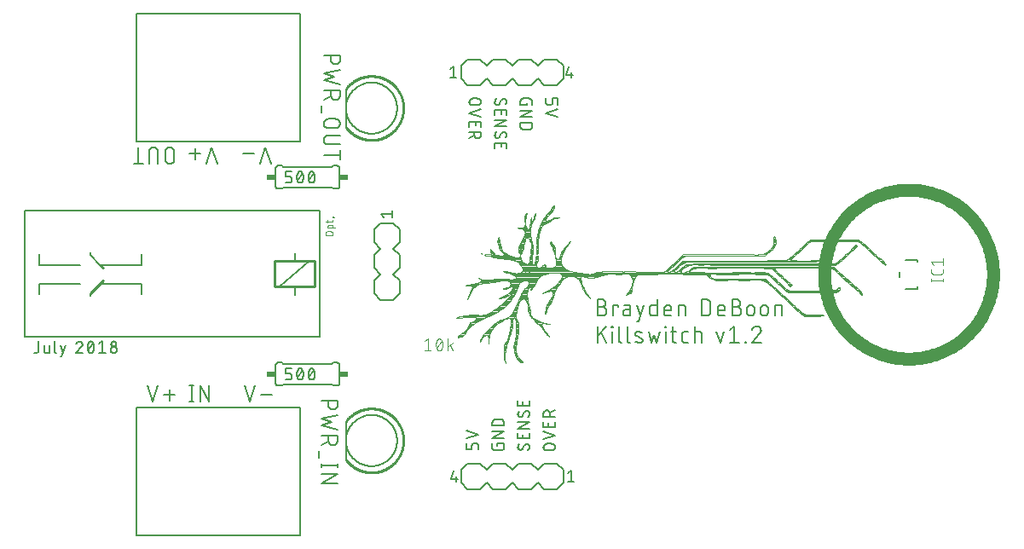
<source format=gto>
G75*
%MOIN*%
%OFA0B0*%
%FSLAX25Y25*%
%IPPOS*%
%LPD*%
%AMOC8*
5,1,8,0,0,1.08239X$1,22.5*
%
%ADD10C,0.00600*%
%ADD11C,0.00300*%
%ADD12C,0.00500*%
%ADD13C,0.05000*%
%ADD14C,0.00400*%
%ADD15C,0.01000*%
%ADD16C,0.00800*%
%ADD17R,0.03400X0.02400*%
%ADD18C,0.00394*%
D10*
X0051200Y0001300D02*
X0115200Y0001300D01*
X0115200Y0051300D01*
X0051200Y0051300D01*
X0051200Y0001300D01*
X0123500Y0021604D02*
X0129900Y0021604D01*
X0129900Y0025159D02*
X0123500Y0021604D01*
X0123500Y0025159D02*
X0129900Y0025159D01*
X0129900Y0027799D02*
X0129900Y0029221D01*
X0129900Y0028510D02*
X0123500Y0028510D01*
X0123500Y0029221D02*
X0123500Y0027799D01*
X0122789Y0031395D02*
X0122789Y0034240D01*
X0123500Y0036542D02*
X0126344Y0037965D01*
X0126344Y0038320D02*
X0126344Y0040098D01*
X0126344Y0038320D02*
X0126346Y0038237D01*
X0126352Y0038154D01*
X0126362Y0038071D01*
X0126375Y0037988D01*
X0126393Y0037907D01*
X0126414Y0037826D01*
X0126439Y0037747D01*
X0126468Y0037669D01*
X0126500Y0037592D01*
X0126536Y0037517D01*
X0126575Y0037443D01*
X0126618Y0037372D01*
X0126664Y0037302D01*
X0126714Y0037235D01*
X0126766Y0037170D01*
X0126821Y0037108D01*
X0126880Y0037048D01*
X0126941Y0036991D01*
X0127004Y0036937D01*
X0127070Y0036886D01*
X0127139Y0036839D01*
X0127209Y0036794D01*
X0127282Y0036753D01*
X0127356Y0036716D01*
X0127432Y0036681D01*
X0127510Y0036651D01*
X0127588Y0036624D01*
X0127669Y0036601D01*
X0127750Y0036581D01*
X0127832Y0036566D01*
X0127914Y0036554D01*
X0127997Y0036546D01*
X0128080Y0036542D01*
X0128164Y0036542D01*
X0128247Y0036546D01*
X0128330Y0036554D01*
X0128412Y0036566D01*
X0128494Y0036581D01*
X0128575Y0036601D01*
X0128656Y0036624D01*
X0128734Y0036651D01*
X0128812Y0036681D01*
X0128888Y0036716D01*
X0128962Y0036753D01*
X0129035Y0036794D01*
X0129105Y0036839D01*
X0129174Y0036886D01*
X0129240Y0036937D01*
X0129303Y0036991D01*
X0129364Y0037048D01*
X0129423Y0037108D01*
X0129478Y0037170D01*
X0129530Y0037235D01*
X0129580Y0037302D01*
X0129626Y0037372D01*
X0129669Y0037443D01*
X0129708Y0037517D01*
X0129744Y0037592D01*
X0129776Y0037669D01*
X0129805Y0037747D01*
X0129830Y0037826D01*
X0129851Y0037907D01*
X0129869Y0037988D01*
X0129882Y0038071D01*
X0129892Y0038154D01*
X0129898Y0038237D01*
X0129900Y0038320D01*
X0129900Y0040098D01*
X0123500Y0040098D01*
X0123500Y0044114D02*
X0129900Y0042691D01*
X0127767Y0045536D02*
X0123500Y0044114D01*
X0123500Y0046958D02*
X0127767Y0045536D01*
X0129900Y0048380D02*
X0123500Y0046958D01*
X0126344Y0052222D02*
X0126344Y0054000D01*
X0126344Y0052222D02*
X0126346Y0052139D01*
X0126352Y0052056D01*
X0126362Y0051973D01*
X0126375Y0051890D01*
X0126393Y0051809D01*
X0126414Y0051728D01*
X0126439Y0051649D01*
X0126468Y0051571D01*
X0126500Y0051494D01*
X0126536Y0051419D01*
X0126575Y0051345D01*
X0126618Y0051274D01*
X0126664Y0051204D01*
X0126714Y0051137D01*
X0126766Y0051072D01*
X0126821Y0051010D01*
X0126880Y0050950D01*
X0126941Y0050893D01*
X0127004Y0050839D01*
X0127070Y0050788D01*
X0127139Y0050741D01*
X0127209Y0050696D01*
X0127282Y0050655D01*
X0127356Y0050618D01*
X0127432Y0050583D01*
X0127510Y0050553D01*
X0127588Y0050526D01*
X0127669Y0050503D01*
X0127750Y0050483D01*
X0127832Y0050468D01*
X0127914Y0050456D01*
X0127997Y0050448D01*
X0128080Y0050444D01*
X0128164Y0050444D01*
X0128247Y0050448D01*
X0128330Y0050456D01*
X0128412Y0050468D01*
X0128494Y0050483D01*
X0128575Y0050503D01*
X0128656Y0050526D01*
X0128734Y0050553D01*
X0128812Y0050583D01*
X0128888Y0050618D01*
X0128962Y0050655D01*
X0129035Y0050696D01*
X0129105Y0050741D01*
X0129174Y0050788D01*
X0129240Y0050839D01*
X0129303Y0050893D01*
X0129364Y0050950D01*
X0129423Y0051010D01*
X0129478Y0051072D01*
X0129530Y0051137D01*
X0129580Y0051204D01*
X0129626Y0051274D01*
X0129669Y0051345D01*
X0129708Y0051419D01*
X0129744Y0051494D01*
X0129776Y0051571D01*
X0129805Y0051649D01*
X0129830Y0051728D01*
X0129851Y0051809D01*
X0129869Y0051890D01*
X0129882Y0051973D01*
X0129892Y0052056D01*
X0129898Y0052139D01*
X0129900Y0052222D01*
X0129900Y0054000D01*
X0123500Y0054000D01*
X0128200Y0059800D02*
X0129700Y0059800D01*
X0129760Y0059802D01*
X0129821Y0059807D01*
X0129880Y0059816D01*
X0129939Y0059829D01*
X0129998Y0059845D01*
X0130055Y0059865D01*
X0130110Y0059888D01*
X0130165Y0059915D01*
X0130217Y0059944D01*
X0130268Y0059977D01*
X0130317Y0060013D01*
X0130363Y0060051D01*
X0130407Y0060093D01*
X0130449Y0060137D01*
X0130487Y0060183D01*
X0130523Y0060232D01*
X0130556Y0060283D01*
X0130585Y0060335D01*
X0130612Y0060390D01*
X0130635Y0060445D01*
X0130655Y0060502D01*
X0130671Y0060561D01*
X0130684Y0060620D01*
X0130693Y0060679D01*
X0130698Y0060740D01*
X0130700Y0060800D01*
X0130700Y0067800D01*
X0130698Y0067860D01*
X0130693Y0067921D01*
X0130684Y0067980D01*
X0130671Y0068039D01*
X0130655Y0068098D01*
X0130635Y0068155D01*
X0130612Y0068210D01*
X0130585Y0068265D01*
X0130556Y0068317D01*
X0130523Y0068368D01*
X0130487Y0068417D01*
X0130449Y0068463D01*
X0130407Y0068507D01*
X0130363Y0068549D01*
X0130317Y0068587D01*
X0130268Y0068623D01*
X0130217Y0068656D01*
X0130165Y0068685D01*
X0130110Y0068712D01*
X0130055Y0068735D01*
X0129998Y0068755D01*
X0129939Y0068771D01*
X0129880Y0068784D01*
X0129821Y0068793D01*
X0129760Y0068798D01*
X0129700Y0068800D01*
X0128200Y0068800D01*
X0127700Y0068300D01*
X0108700Y0068300D01*
X0108200Y0068800D01*
X0106700Y0068800D01*
X0106640Y0068798D01*
X0106579Y0068793D01*
X0106520Y0068784D01*
X0106461Y0068771D01*
X0106402Y0068755D01*
X0106345Y0068735D01*
X0106290Y0068712D01*
X0106235Y0068685D01*
X0106183Y0068656D01*
X0106132Y0068623D01*
X0106083Y0068587D01*
X0106037Y0068549D01*
X0105993Y0068507D01*
X0105951Y0068463D01*
X0105913Y0068417D01*
X0105877Y0068368D01*
X0105844Y0068317D01*
X0105815Y0068265D01*
X0105788Y0068210D01*
X0105765Y0068155D01*
X0105745Y0068098D01*
X0105729Y0068039D01*
X0105716Y0067980D01*
X0105707Y0067921D01*
X0105702Y0067860D01*
X0105700Y0067800D01*
X0105700Y0060800D01*
X0105702Y0060740D01*
X0105707Y0060679D01*
X0105716Y0060620D01*
X0105729Y0060561D01*
X0105745Y0060502D01*
X0105765Y0060445D01*
X0105788Y0060390D01*
X0105815Y0060335D01*
X0105844Y0060283D01*
X0105877Y0060232D01*
X0105913Y0060183D01*
X0105951Y0060137D01*
X0105993Y0060093D01*
X0106037Y0060051D01*
X0106083Y0060013D01*
X0106132Y0059977D01*
X0106183Y0059944D01*
X0106235Y0059915D01*
X0106290Y0059888D01*
X0106345Y0059865D01*
X0106402Y0059845D01*
X0106461Y0059829D01*
X0106520Y0059816D01*
X0106579Y0059807D01*
X0106640Y0059802D01*
X0106700Y0059800D01*
X0108200Y0059800D01*
X0108700Y0060300D01*
X0127700Y0060300D01*
X0128200Y0059800D01*
X0104331Y0056089D02*
X0100064Y0056089D01*
X0097767Y0060000D02*
X0095633Y0053600D01*
X0093500Y0060000D01*
X0079719Y0060000D02*
X0079719Y0053600D01*
X0076164Y0060000D01*
X0076164Y0053600D01*
X0073524Y0053600D02*
X0072102Y0053600D01*
X0072813Y0053600D02*
X0072813Y0060000D01*
X0072102Y0060000D02*
X0073524Y0060000D01*
X0066331Y0056089D02*
X0062064Y0056089D01*
X0064198Y0053956D02*
X0064198Y0058222D01*
X0059767Y0060000D02*
X0057633Y0053600D01*
X0055500Y0060000D01*
X0007800Y0078900D02*
X0123000Y0078900D01*
X0123000Y0128100D01*
X0007800Y0128100D01*
X0007800Y0078900D01*
X0033200Y0094800D02*
X0033200Y0095800D01*
X0036900Y0099500D02*
X0053200Y0099500D01*
X0053200Y0095500D01*
X0053200Y0107000D02*
X0036900Y0107000D01*
X0033200Y0110800D01*
X0033200Y0111800D01*
X0029400Y0107000D02*
X0013200Y0107000D01*
X0013200Y0111300D01*
X0013200Y0099500D02*
X0013200Y0095500D01*
X0013200Y0099500D02*
X0029400Y0099500D01*
X0053200Y0107000D02*
X0053200Y0111300D01*
X0105700Y0137800D02*
X0105700Y0144800D01*
X0105702Y0144860D01*
X0105707Y0144921D01*
X0105716Y0144980D01*
X0105729Y0145039D01*
X0105745Y0145098D01*
X0105765Y0145155D01*
X0105788Y0145210D01*
X0105815Y0145265D01*
X0105844Y0145317D01*
X0105877Y0145368D01*
X0105913Y0145417D01*
X0105951Y0145463D01*
X0105993Y0145507D01*
X0106037Y0145549D01*
X0106083Y0145587D01*
X0106132Y0145623D01*
X0106183Y0145656D01*
X0106235Y0145685D01*
X0106290Y0145712D01*
X0106345Y0145735D01*
X0106402Y0145755D01*
X0106461Y0145771D01*
X0106520Y0145784D01*
X0106579Y0145793D01*
X0106640Y0145798D01*
X0106700Y0145800D01*
X0108200Y0145800D01*
X0108700Y0145300D01*
X0127700Y0145300D01*
X0128200Y0145800D01*
X0129700Y0145800D01*
X0129760Y0145798D01*
X0129821Y0145793D01*
X0129880Y0145784D01*
X0129939Y0145771D01*
X0129998Y0145755D01*
X0130055Y0145735D01*
X0130110Y0145712D01*
X0130165Y0145685D01*
X0130217Y0145656D01*
X0130268Y0145623D01*
X0130317Y0145587D01*
X0130363Y0145549D01*
X0130407Y0145507D01*
X0130449Y0145463D01*
X0130487Y0145417D01*
X0130523Y0145368D01*
X0130556Y0145317D01*
X0130585Y0145265D01*
X0130612Y0145210D01*
X0130635Y0145155D01*
X0130655Y0145098D01*
X0130671Y0145039D01*
X0130684Y0144980D01*
X0130693Y0144921D01*
X0130698Y0144860D01*
X0130700Y0144800D01*
X0130700Y0137800D01*
X0130698Y0137740D01*
X0130693Y0137679D01*
X0130684Y0137620D01*
X0130671Y0137561D01*
X0130655Y0137502D01*
X0130635Y0137445D01*
X0130612Y0137390D01*
X0130585Y0137335D01*
X0130556Y0137283D01*
X0130523Y0137232D01*
X0130487Y0137183D01*
X0130449Y0137137D01*
X0130407Y0137093D01*
X0130363Y0137051D01*
X0130317Y0137013D01*
X0130268Y0136977D01*
X0130217Y0136944D01*
X0130165Y0136915D01*
X0130110Y0136888D01*
X0130055Y0136865D01*
X0129998Y0136845D01*
X0129939Y0136829D01*
X0129880Y0136816D01*
X0129821Y0136807D01*
X0129760Y0136802D01*
X0129700Y0136800D01*
X0128200Y0136800D01*
X0127700Y0137300D01*
X0108700Y0137300D01*
X0108200Y0136800D01*
X0106700Y0136800D01*
X0106640Y0136802D01*
X0106579Y0136807D01*
X0106520Y0136816D01*
X0106461Y0136829D01*
X0106402Y0136845D01*
X0106345Y0136865D01*
X0106290Y0136888D01*
X0106235Y0136915D01*
X0106183Y0136944D01*
X0106132Y0136977D01*
X0106083Y0137013D01*
X0106037Y0137051D01*
X0105993Y0137093D01*
X0105951Y0137137D01*
X0105913Y0137183D01*
X0105877Y0137232D01*
X0105844Y0137283D01*
X0105815Y0137335D01*
X0105788Y0137390D01*
X0105765Y0137445D01*
X0105745Y0137502D01*
X0105729Y0137561D01*
X0105716Y0137620D01*
X0105707Y0137679D01*
X0105702Y0137740D01*
X0105700Y0137800D01*
X0103900Y0146600D02*
X0101767Y0153000D01*
X0099633Y0146600D01*
X0097336Y0150511D02*
X0093069Y0150511D01*
X0082900Y0146600D02*
X0080767Y0153000D01*
X0078633Y0146600D01*
X0074202Y0148378D02*
X0074202Y0152644D01*
X0072069Y0150511D02*
X0076336Y0150511D01*
X0066134Y0151222D02*
X0066134Y0148378D01*
X0066132Y0148295D01*
X0066126Y0148212D01*
X0066116Y0148129D01*
X0066103Y0148046D01*
X0066085Y0147965D01*
X0066064Y0147884D01*
X0066039Y0147805D01*
X0066010Y0147727D01*
X0065978Y0147650D01*
X0065942Y0147575D01*
X0065903Y0147501D01*
X0065860Y0147430D01*
X0065814Y0147360D01*
X0065764Y0147293D01*
X0065712Y0147228D01*
X0065657Y0147166D01*
X0065598Y0147106D01*
X0065537Y0147049D01*
X0065474Y0146995D01*
X0065408Y0146944D01*
X0065339Y0146897D01*
X0065269Y0146852D01*
X0065196Y0146811D01*
X0065122Y0146774D01*
X0065046Y0146739D01*
X0064968Y0146709D01*
X0064890Y0146682D01*
X0064809Y0146659D01*
X0064728Y0146639D01*
X0064646Y0146624D01*
X0064564Y0146612D01*
X0064481Y0146604D01*
X0064398Y0146600D01*
X0064314Y0146600D01*
X0064231Y0146604D01*
X0064148Y0146612D01*
X0064066Y0146624D01*
X0063984Y0146639D01*
X0063903Y0146659D01*
X0063822Y0146682D01*
X0063744Y0146709D01*
X0063666Y0146739D01*
X0063590Y0146774D01*
X0063516Y0146811D01*
X0063443Y0146852D01*
X0063373Y0146897D01*
X0063304Y0146944D01*
X0063238Y0146995D01*
X0063175Y0147049D01*
X0063114Y0147106D01*
X0063055Y0147166D01*
X0063000Y0147228D01*
X0062948Y0147293D01*
X0062898Y0147360D01*
X0062852Y0147430D01*
X0062809Y0147501D01*
X0062770Y0147575D01*
X0062734Y0147650D01*
X0062702Y0147727D01*
X0062673Y0147805D01*
X0062648Y0147884D01*
X0062627Y0147965D01*
X0062609Y0148046D01*
X0062596Y0148129D01*
X0062586Y0148212D01*
X0062580Y0148295D01*
X0062578Y0148378D01*
X0062578Y0151222D01*
X0062580Y0151305D01*
X0062586Y0151388D01*
X0062596Y0151471D01*
X0062609Y0151554D01*
X0062627Y0151635D01*
X0062648Y0151716D01*
X0062673Y0151795D01*
X0062702Y0151873D01*
X0062734Y0151950D01*
X0062770Y0152025D01*
X0062809Y0152099D01*
X0062852Y0152170D01*
X0062898Y0152240D01*
X0062948Y0152307D01*
X0063000Y0152372D01*
X0063055Y0152434D01*
X0063114Y0152494D01*
X0063175Y0152551D01*
X0063238Y0152605D01*
X0063304Y0152656D01*
X0063373Y0152703D01*
X0063443Y0152748D01*
X0063516Y0152789D01*
X0063590Y0152826D01*
X0063666Y0152861D01*
X0063744Y0152891D01*
X0063822Y0152918D01*
X0063903Y0152941D01*
X0063984Y0152961D01*
X0064066Y0152976D01*
X0064148Y0152988D01*
X0064231Y0152996D01*
X0064314Y0153000D01*
X0064398Y0153000D01*
X0064481Y0152996D01*
X0064564Y0152988D01*
X0064646Y0152976D01*
X0064728Y0152961D01*
X0064809Y0152941D01*
X0064890Y0152918D01*
X0064968Y0152891D01*
X0065046Y0152861D01*
X0065122Y0152826D01*
X0065196Y0152789D01*
X0065269Y0152748D01*
X0065339Y0152703D01*
X0065408Y0152656D01*
X0065474Y0152605D01*
X0065537Y0152551D01*
X0065598Y0152494D01*
X0065657Y0152434D01*
X0065712Y0152372D01*
X0065764Y0152307D01*
X0065814Y0152240D01*
X0065860Y0152170D01*
X0065903Y0152099D01*
X0065942Y0152025D01*
X0065978Y0151950D01*
X0066010Y0151873D01*
X0066039Y0151795D01*
X0066064Y0151716D01*
X0066085Y0151635D01*
X0066103Y0151554D01*
X0066116Y0151471D01*
X0066126Y0151388D01*
X0066132Y0151305D01*
X0066134Y0151222D01*
X0059775Y0151222D02*
X0059775Y0146600D01*
X0056219Y0146600D02*
X0056219Y0151222D01*
X0056221Y0151305D01*
X0056227Y0151388D01*
X0056237Y0151471D01*
X0056250Y0151554D01*
X0056268Y0151635D01*
X0056289Y0151716D01*
X0056314Y0151795D01*
X0056343Y0151873D01*
X0056375Y0151950D01*
X0056411Y0152025D01*
X0056450Y0152099D01*
X0056493Y0152170D01*
X0056539Y0152240D01*
X0056589Y0152307D01*
X0056641Y0152372D01*
X0056696Y0152434D01*
X0056755Y0152494D01*
X0056816Y0152551D01*
X0056879Y0152605D01*
X0056945Y0152656D01*
X0057014Y0152703D01*
X0057084Y0152748D01*
X0057157Y0152789D01*
X0057231Y0152826D01*
X0057307Y0152861D01*
X0057385Y0152891D01*
X0057463Y0152918D01*
X0057544Y0152941D01*
X0057625Y0152961D01*
X0057707Y0152976D01*
X0057789Y0152988D01*
X0057872Y0152996D01*
X0057955Y0153000D01*
X0058039Y0153000D01*
X0058122Y0152996D01*
X0058205Y0152988D01*
X0058287Y0152976D01*
X0058369Y0152961D01*
X0058450Y0152941D01*
X0058531Y0152918D01*
X0058609Y0152891D01*
X0058687Y0152861D01*
X0058763Y0152826D01*
X0058837Y0152789D01*
X0058910Y0152748D01*
X0058980Y0152703D01*
X0059049Y0152656D01*
X0059115Y0152605D01*
X0059178Y0152551D01*
X0059239Y0152494D01*
X0059298Y0152434D01*
X0059353Y0152372D01*
X0059405Y0152307D01*
X0059455Y0152240D01*
X0059501Y0152170D01*
X0059544Y0152099D01*
X0059583Y0152025D01*
X0059619Y0151950D01*
X0059651Y0151873D01*
X0059680Y0151795D01*
X0059705Y0151716D01*
X0059726Y0151635D01*
X0059744Y0151554D01*
X0059757Y0151471D01*
X0059767Y0151388D01*
X0059773Y0151305D01*
X0059775Y0151222D01*
X0052048Y0153000D02*
X0052048Y0146600D01*
X0053826Y0146600D02*
X0050270Y0146600D01*
X0051200Y0155300D02*
X0051200Y0205300D01*
X0115200Y0205300D01*
X0115200Y0155300D01*
X0051200Y0155300D01*
X0123789Y0166395D02*
X0123789Y0169240D01*
X0124500Y0171542D02*
X0127344Y0172965D01*
X0127344Y0173320D02*
X0127344Y0175098D01*
X0127344Y0173320D02*
X0127346Y0173237D01*
X0127352Y0173154D01*
X0127362Y0173071D01*
X0127375Y0172988D01*
X0127393Y0172907D01*
X0127414Y0172826D01*
X0127439Y0172747D01*
X0127468Y0172669D01*
X0127500Y0172592D01*
X0127536Y0172517D01*
X0127575Y0172443D01*
X0127618Y0172372D01*
X0127664Y0172302D01*
X0127714Y0172235D01*
X0127766Y0172170D01*
X0127821Y0172108D01*
X0127880Y0172048D01*
X0127941Y0171991D01*
X0128004Y0171937D01*
X0128070Y0171886D01*
X0128139Y0171839D01*
X0128209Y0171794D01*
X0128282Y0171753D01*
X0128356Y0171716D01*
X0128432Y0171681D01*
X0128510Y0171651D01*
X0128588Y0171624D01*
X0128669Y0171601D01*
X0128750Y0171581D01*
X0128832Y0171566D01*
X0128914Y0171554D01*
X0128997Y0171546D01*
X0129080Y0171542D01*
X0129164Y0171542D01*
X0129247Y0171546D01*
X0129330Y0171554D01*
X0129412Y0171566D01*
X0129494Y0171581D01*
X0129575Y0171601D01*
X0129656Y0171624D01*
X0129734Y0171651D01*
X0129812Y0171681D01*
X0129888Y0171716D01*
X0129962Y0171753D01*
X0130035Y0171794D01*
X0130105Y0171839D01*
X0130174Y0171886D01*
X0130240Y0171937D01*
X0130303Y0171991D01*
X0130364Y0172048D01*
X0130423Y0172108D01*
X0130478Y0172170D01*
X0130530Y0172235D01*
X0130580Y0172302D01*
X0130626Y0172372D01*
X0130669Y0172443D01*
X0130708Y0172517D01*
X0130744Y0172592D01*
X0130776Y0172669D01*
X0130805Y0172747D01*
X0130830Y0172826D01*
X0130851Y0172907D01*
X0130869Y0172988D01*
X0130882Y0173071D01*
X0130892Y0173154D01*
X0130898Y0173237D01*
X0130900Y0173320D01*
X0130900Y0175098D01*
X0124500Y0175098D01*
X0124500Y0179114D02*
X0130900Y0177691D01*
X0128767Y0180536D02*
X0124500Y0179114D01*
X0124500Y0181958D02*
X0128767Y0180536D01*
X0130900Y0183380D02*
X0124500Y0181958D01*
X0127344Y0187222D02*
X0127344Y0189000D01*
X0127344Y0187222D02*
X0127346Y0187139D01*
X0127352Y0187056D01*
X0127362Y0186973D01*
X0127375Y0186890D01*
X0127393Y0186809D01*
X0127414Y0186728D01*
X0127439Y0186649D01*
X0127468Y0186571D01*
X0127500Y0186494D01*
X0127536Y0186419D01*
X0127575Y0186345D01*
X0127618Y0186274D01*
X0127664Y0186204D01*
X0127714Y0186137D01*
X0127766Y0186072D01*
X0127821Y0186010D01*
X0127880Y0185950D01*
X0127941Y0185893D01*
X0128004Y0185839D01*
X0128070Y0185788D01*
X0128139Y0185741D01*
X0128209Y0185696D01*
X0128282Y0185655D01*
X0128356Y0185618D01*
X0128432Y0185583D01*
X0128510Y0185553D01*
X0128588Y0185526D01*
X0128669Y0185503D01*
X0128750Y0185483D01*
X0128832Y0185468D01*
X0128914Y0185456D01*
X0128997Y0185448D01*
X0129080Y0185444D01*
X0129164Y0185444D01*
X0129247Y0185448D01*
X0129330Y0185456D01*
X0129412Y0185468D01*
X0129494Y0185483D01*
X0129575Y0185503D01*
X0129656Y0185526D01*
X0129734Y0185553D01*
X0129812Y0185583D01*
X0129888Y0185618D01*
X0129962Y0185655D01*
X0130035Y0185696D01*
X0130105Y0185741D01*
X0130174Y0185788D01*
X0130240Y0185839D01*
X0130303Y0185893D01*
X0130364Y0185950D01*
X0130423Y0186010D01*
X0130478Y0186072D01*
X0130530Y0186137D01*
X0130580Y0186204D01*
X0130626Y0186274D01*
X0130669Y0186345D01*
X0130708Y0186419D01*
X0130744Y0186494D01*
X0130776Y0186571D01*
X0130805Y0186649D01*
X0130830Y0186728D01*
X0130851Y0186809D01*
X0130869Y0186890D01*
X0130882Y0186973D01*
X0130892Y0187056D01*
X0130898Y0187139D01*
X0130900Y0187222D01*
X0130900Y0189000D01*
X0124500Y0189000D01*
X0133200Y0168300D02*
X0133203Y0168545D01*
X0133212Y0168791D01*
X0133227Y0169036D01*
X0133248Y0169280D01*
X0133275Y0169524D01*
X0133308Y0169767D01*
X0133347Y0170010D01*
X0133392Y0170251D01*
X0133443Y0170491D01*
X0133500Y0170730D01*
X0133562Y0170967D01*
X0133631Y0171203D01*
X0133705Y0171437D01*
X0133785Y0171669D01*
X0133870Y0171899D01*
X0133961Y0172127D01*
X0134058Y0172352D01*
X0134160Y0172576D01*
X0134268Y0172796D01*
X0134381Y0173014D01*
X0134499Y0173229D01*
X0134623Y0173441D01*
X0134751Y0173650D01*
X0134885Y0173856D01*
X0135024Y0174058D01*
X0135168Y0174257D01*
X0135317Y0174452D01*
X0135470Y0174644D01*
X0135628Y0174832D01*
X0135790Y0175016D01*
X0135958Y0175195D01*
X0136129Y0175371D01*
X0136305Y0175542D01*
X0136484Y0175710D01*
X0136668Y0175872D01*
X0136856Y0176030D01*
X0137048Y0176183D01*
X0137243Y0176332D01*
X0137442Y0176476D01*
X0137644Y0176615D01*
X0137850Y0176749D01*
X0138059Y0176877D01*
X0138271Y0177001D01*
X0138486Y0177119D01*
X0138704Y0177232D01*
X0138924Y0177340D01*
X0139148Y0177442D01*
X0139373Y0177539D01*
X0139601Y0177630D01*
X0139831Y0177715D01*
X0140063Y0177795D01*
X0140297Y0177869D01*
X0140533Y0177938D01*
X0140770Y0178000D01*
X0141009Y0178057D01*
X0141249Y0178108D01*
X0141490Y0178153D01*
X0141733Y0178192D01*
X0141976Y0178225D01*
X0142220Y0178252D01*
X0142464Y0178273D01*
X0142709Y0178288D01*
X0142955Y0178297D01*
X0143200Y0178300D01*
X0143445Y0178297D01*
X0143691Y0178288D01*
X0143936Y0178273D01*
X0144180Y0178252D01*
X0144424Y0178225D01*
X0144667Y0178192D01*
X0144910Y0178153D01*
X0145151Y0178108D01*
X0145391Y0178057D01*
X0145630Y0178000D01*
X0145867Y0177938D01*
X0146103Y0177869D01*
X0146337Y0177795D01*
X0146569Y0177715D01*
X0146799Y0177630D01*
X0147027Y0177539D01*
X0147252Y0177442D01*
X0147476Y0177340D01*
X0147696Y0177232D01*
X0147914Y0177119D01*
X0148129Y0177001D01*
X0148341Y0176877D01*
X0148550Y0176749D01*
X0148756Y0176615D01*
X0148958Y0176476D01*
X0149157Y0176332D01*
X0149352Y0176183D01*
X0149544Y0176030D01*
X0149732Y0175872D01*
X0149916Y0175710D01*
X0150095Y0175542D01*
X0150271Y0175371D01*
X0150442Y0175195D01*
X0150610Y0175016D01*
X0150772Y0174832D01*
X0150930Y0174644D01*
X0151083Y0174452D01*
X0151232Y0174257D01*
X0151376Y0174058D01*
X0151515Y0173856D01*
X0151649Y0173650D01*
X0151777Y0173441D01*
X0151901Y0173229D01*
X0152019Y0173014D01*
X0152132Y0172796D01*
X0152240Y0172576D01*
X0152342Y0172352D01*
X0152439Y0172127D01*
X0152530Y0171899D01*
X0152615Y0171669D01*
X0152695Y0171437D01*
X0152769Y0171203D01*
X0152838Y0170967D01*
X0152900Y0170730D01*
X0152957Y0170491D01*
X0153008Y0170251D01*
X0153053Y0170010D01*
X0153092Y0169767D01*
X0153125Y0169524D01*
X0153152Y0169280D01*
X0153173Y0169036D01*
X0153188Y0168791D01*
X0153197Y0168545D01*
X0153200Y0168300D01*
X0153197Y0168055D01*
X0153188Y0167809D01*
X0153173Y0167564D01*
X0153152Y0167320D01*
X0153125Y0167076D01*
X0153092Y0166833D01*
X0153053Y0166590D01*
X0153008Y0166349D01*
X0152957Y0166109D01*
X0152900Y0165870D01*
X0152838Y0165633D01*
X0152769Y0165397D01*
X0152695Y0165163D01*
X0152615Y0164931D01*
X0152530Y0164701D01*
X0152439Y0164473D01*
X0152342Y0164248D01*
X0152240Y0164024D01*
X0152132Y0163804D01*
X0152019Y0163586D01*
X0151901Y0163371D01*
X0151777Y0163159D01*
X0151649Y0162950D01*
X0151515Y0162744D01*
X0151376Y0162542D01*
X0151232Y0162343D01*
X0151083Y0162148D01*
X0150930Y0161956D01*
X0150772Y0161768D01*
X0150610Y0161584D01*
X0150442Y0161405D01*
X0150271Y0161229D01*
X0150095Y0161058D01*
X0149916Y0160890D01*
X0149732Y0160728D01*
X0149544Y0160570D01*
X0149352Y0160417D01*
X0149157Y0160268D01*
X0148958Y0160124D01*
X0148756Y0159985D01*
X0148550Y0159851D01*
X0148341Y0159723D01*
X0148129Y0159599D01*
X0147914Y0159481D01*
X0147696Y0159368D01*
X0147476Y0159260D01*
X0147252Y0159158D01*
X0147027Y0159061D01*
X0146799Y0158970D01*
X0146569Y0158885D01*
X0146337Y0158805D01*
X0146103Y0158731D01*
X0145867Y0158662D01*
X0145630Y0158600D01*
X0145391Y0158543D01*
X0145151Y0158492D01*
X0144910Y0158447D01*
X0144667Y0158408D01*
X0144424Y0158375D01*
X0144180Y0158348D01*
X0143936Y0158327D01*
X0143691Y0158312D01*
X0143445Y0158303D01*
X0143200Y0158300D01*
X0142955Y0158303D01*
X0142709Y0158312D01*
X0142464Y0158327D01*
X0142220Y0158348D01*
X0141976Y0158375D01*
X0141733Y0158408D01*
X0141490Y0158447D01*
X0141249Y0158492D01*
X0141009Y0158543D01*
X0140770Y0158600D01*
X0140533Y0158662D01*
X0140297Y0158731D01*
X0140063Y0158805D01*
X0139831Y0158885D01*
X0139601Y0158970D01*
X0139373Y0159061D01*
X0139148Y0159158D01*
X0138924Y0159260D01*
X0138704Y0159368D01*
X0138486Y0159481D01*
X0138271Y0159599D01*
X0138059Y0159723D01*
X0137850Y0159851D01*
X0137644Y0159985D01*
X0137442Y0160124D01*
X0137243Y0160268D01*
X0137048Y0160417D01*
X0136856Y0160570D01*
X0136668Y0160728D01*
X0136484Y0160890D01*
X0136305Y0161058D01*
X0136129Y0161229D01*
X0135958Y0161405D01*
X0135790Y0161584D01*
X0135628Y0161768D01*
X0135470Y0161956D01*
X0135317Y0162148D01*
X0135168Y0162343D01*
X0135024Y0162542D01*
X0134885Y0162744D01*
X0134751Y0162950D01*
X0134623Y0163159D01*
X0134499Y0163371D01*
X0134381Y0163586D01*
X0134268Y0163804D01*
X0134160Y0164024D01*
X0134058Y0164248D01*
X0133961Y0164473D01*
X0133870Y0164701D01*
X0133785Y0164931D01*
X0133705Y0165163D01*
X0133631Y0165397D01*
X0133562Y0165633D01*
X0133500Y0165870D01*
X0133443Y0166109D01*
X0133392Y0166349D01*
X0133347Y0166590D01*
X0133308Y0166833D01*
X0133275Y0167076D01*
X0133248Y0167320D01*
X0133227Y0167564D01*
X0133212Y0167809D01*
X0133203Y0168055D01*
X0133200Y0168300D01*
X0129122Y0164057D02*
X0126278Y0164057D01*
X0126195Y0164055D01*
X0126112Y0164049D01*
X0126029Y0164039D01*
X0125946Y0164026D01*
X0125865Y0164008D01*
X0125784Y0163987D01*
X0125705Y0163962D01*
X0125627Y0163933D01*
X0125550Y0163901D01*
X0125475Y0163865D01*
X0125401Y0163826D01*
X0125330Y0163783D01*
X0125260Y0163737D01*
X0125193Y0163687D01*
X0125128Y0163635D01*
X0125066Y0163580D01*
X0125006Y0163521D01*
X0124949Y0163460D01*
X0124895Y0163397D01*
X0124844Y0163331D01*
X0124797Y0163262D01*
X0124752Y0163192D01*
X0124711Y0163119D01*
X0124674Y0163045D01*
X0124639Y0162969D01*
X0124609Y0162891D01*
X0124582Y0162813D01*
X0124559Y0162732D01*
X0124539Y0162651D01*
X0124524Y0162569D01*
X0124512Y0162487D01*
X0124504Y0162404D01*
X0124500Y0162321D01*
X0124500Y0162237D01*
X0124504Y0162154D01*
X0124512Y0162071D01*
X0124524Y0161989D01*
X0124539Y0161907D01*
X0124559Y0161826D01*
X0124582Y0161745D01*
X0124609Y0161667D01*
X0124639Y0161589D01*
X0124674Y0161513D01*
X0124711Y0161439D01*
X0124752Y0161366D01*
X0124797Y0161296D01*
X0124844Y0161227D01*
X0124895Y0161161D01*
X0124949Y0161098D01*
X0125006Y0161037D01*
X0125066Y0160978D01*
X0125128Y0160923D01*
X0125193Y0160871D01*
X0125260Y0160821D01*
X0125330Y0160775D01*
X0125401Y0160732D01*
X0125475Y0160693D01*
X0125550Y0160657D01*
X0125627Y0160625D01*
X0125705Y0160596D01*
X0125784Y0160571D01*
X0125865Y0160550D01*
X0125946Y0160532D01*
X0126029Y0160519D01*
X0126112Y0160509D01*
X0126195Y0160503D01*
X0126278Y0160501D01*
X0129122Y0160501D01*
X0129205Y0160503D01*
X0129288Y0160509D01*
X0129371Y0160519D01*
X0129454Y0160532D01*
X0129535Y0160550D01*
X0129616Y0160571D01*
X0129695Y0160596D01*
X0129773Y0160625D01*
X0129850Y0160657D01*
X0129925Y0160693D01*
X0129999Y0160732D01*
X0130070Y0160775D01*
X0130140Y0160821D01*
X0130207Y0160871D01*
X0130272Y0160923D01*
X0130334Y0160978D01*
X0130394Y0161037D01*
X0130451Y0161098D01*
X0130505Y0161161D01*
X0130556Y0161227D01*
X0130603Y0161296D01*
X0130648Y0161366D01*
X0130689Y0161439D01*
X0130726Y0161513D01*
X0130761Y0161589D01*
X0130791Y0161667D01*
X0130818Y0161745D01*
X0130841Y0161826D01*
X0130861Y0161907D01*
X0130876Y0161989D01*
X0130888Y0162071D01*
X0130896Y0162154D01*
X0130900Y0162237D01*
X0130900Y0162321D01*
X0130896Y0162404D01*
X0130888Y0162487D01*
X0130876Y0162569D01*
X0130861Y0162651D01*
X0130841Y0162732D01*
X0130818Y0162813D01*
X0130791Y0162891D01*
X0130761Y0162969D01*
X0130726Y0163045D01*
X0130689Y0163119D01*
X0130648Y0163192D01*
X0130603Y0163262D01*
X0130556Y0163331D01*
X0130505Y0163397D01*
X0130451Y0163460D01*
X0130394Y0163521D01*
X0130334Y0163580D01*
X0130272Y0163635D01*
X0130207Y0163687D01*
X0130140Y0163737D01*
X0130070Y0163783D01*
X0129999Y0163826D01*
X0129925Y0163865D01*
X0129850Y0163901D01*
X0129773Y0163933D01*
X0129695Y0163962D01*
X0129616Y0163987D01*
X0129535Y0164008D01*
X0129454Y0164026D01*
X0129371Y0164039D01*
X0129288Y0164049D01*
X0129205Y0164055D01*
X0129122Y0164057D01*
X0130900Y0157698D02*
X0126278Y0157698D01*
X0126195Y0157696D01*
X0126112Y0157690D01*
X0126029Y0157680D01*
X0125946Y0157667D01*
X0125865Y0157649D01*
X0125784Y0157628D01*
X0125705Y0157603D01*
X0125627Y0157574D01*
X0125550Y0157542D01*
X0125475Y0157506D01*
X0125401Y0157467D01*
X0125330Y0157424D01*
X0125260Y0157378D01*
X0125193Y0157328D01*
X0125128Y0157276D01*
X0125066Y0157221D01*
X0125006Y0157162D01*
X0124949Y0157101D01*
X0124895Y0157038D01*
X0124844Y0156972D01*
X0124797Y0156903D01*
X0124752Y0156833D01*
X0124711Y0156760D01*
X0124674Y0156686D01*
X0124639Y0156610D01*
X0124609Y0156532D01*
X0124582Y0156454D01*
X0124559Y0156373D01*
X0124539Y0156292D01*
X0124524Y0156210D01*
X0124512Y0156128D01*
X0124504Y0156045D01*
X0124500Y0155962D01*
X0124500Y0155878D01*
X0124504Y0155795D01*
X0124512Y0155712D01*
X0124524Y0155630D01*
X0124539Y0155548D01*
X0124559Y0155467D01*
X0124582Y0155386D01*
X0124609Y0155308D01*
X0124639Y0155230D01*
X0124674Y0155154D01*
X0124711Y0155080D01*
X0124752Y0155007D01*
X0124797Y0154937D01*
X0124844Y0154868D01*
X0124895Y0154802D01*
X0124949Y0154739D01*
X0125006Y0154678D01*
X0125066Y0154619D01*
X0125128Y0154564D01*
X0125193Y0154512D01*
X0125260Y0154462D01*
X0125330Y0154416D01*
X0125401Y0154373D01*
X0125475Y0154334D01*
X0125550Y0154298D01*
X0125627Y0154266D01*
X0125705Y0154237D01*
X0125784Y0154212D01*
X0125865Y0154191D01*
X0125946Y0154173D01*
X0126029Y0154160D01*
X0126112Y0154150D01*
X0126195Y0154144D01*
X0126278Y0154142D01*
X0130900Y0154142D01*
X0130900Y0151749D02*
X0130900Y0148193D01*
X0130900Y0149971D02*
X0124500Y0149971D01*
X0146700Y0123300D02*
X0144200Y0120800D01*
X0144200Y0115800D01*
X0146700Y0113300D01*
X0144200Y0110800D01*
X0144200Y0105800D01*
X0146700Y0103300D01*
X0144200Y0100800D01*
X0144200Y0095800D01*
X0146700Y0093300D01*
X0151700Y0093300D01*
X0154200Y0095800D01*
X0154200Y0100800D01*
X0151700Y0103300D01*
X0154200Y0105800D01*
X0154200Y0110800D01*
X0151700Y0113300D01*
X0154200Y0115800D01*
X0154200Y0120800D01*
X0151700Y0123300D01*
X0146700Y0123300D01*
X0119100Y0108500D02*
X0107300Y0098600D01*
X0113200Y0098600D02*
X0113200Y0095200D01*
X0113200Y0108500D02*
X0113200Y0111400D01*
X0231500Y0093500D02*
X0231500Y0087100D01*
X0233278Y0087100D01*
X0233361Y0087102D01*
X0233444Y0087108D01*
X0233527Y0087118D01*
X0233610Y0087131D01*
X0233691Y0087149D01*
X0233772Y0087170D01*
X0233851Y0087195D01*
X0233929Y0087224D01*
X0234006Y0087256D01*
X0234081Y0087292D01*
X0234155Y0087331D01*
X0234226Y0087374D01*
X0234296Y0087420D01*
X0234363Y0087470D01*
X0234428Y0087522D01*
X0234490Y0087577D01*
X0234550Y0087636D01*
X0234607Y0087697D01*
X0234661Y0087760D01*
X0234712Y0087826D01*
X0234759Y0087895D01*
X0234804Y0087965D01*
X0234845Y0088038D01*
X0234882Y0088112D01*
X0234917Y0088188D01*
X0234947Y0088266D01*
X0234974Y0088344D01*
X0234997Y0088425D01*
X0235017Y0088506D01*
X0235032Y0088588D01*
X0235044Y0088670D01*
X0235052Y0088753D01*
X0235056Y0088836D01*
X0235056Y0088920D01*
X0235052Y0089003D01*
X0235044Y0089086D01*
X0235032Y0089168D01*
X0235017Y0089250D01*
X0234997Y0089331D01*
X0234974Y0089412D01*
X0234947Y0089490D01*
X0234917Y0089568D01*
X0234882Y0089644D01*
X0234845Y0089718D01*
X0234804Y0089791D01*
X0234759Y0089861D01*
X0234712Y0089930D01*
X0234661Y0089996D01*
X0234607Y0090059D01*
X0234550Y0090120D01*
X0234490Y0090179D01*
X0234428Y0090234D01*
X0234363Y0090286D01*
X0234296Y0090336D01*
X0234226Y0090382D01*
X0234155Y0090425D01*
X0234081Y0090464D01*
X0234006Y0090500D01*
X0233929Y0090532D01*
X0233851Y0090561D01*
X0233772Y0090586D01*
X0233691Y0090607D01*
X0233610Y0090625D01*
X0233527Y0090638D01*
X0233444Y0090648D01*
X0233361Y0090654D01*
X0233278Y0090656D01*
X0231500Y0090656D01*
X0233278Y0090656D02*
X0233352Y0090658D01*
X0233427Y0090664D01*
X0233500Y0090674D01*
X0233574Y0090687D01*
X0233646Y0090704D01*
X0233717Y0090726D01*
X0233788Y0090750D01*
X0233856Y0090779D01*
X0233924Y0090811D01*
X0233989Y0090847D01*
X0234052Y0090885D01*
X0234114Y0090928D01*
X0234173Y0090973D01*
X0234230Y0091021D01*
X0234284Y0091072D01*
X0234335Y0091126D01*
X0234383Y0091183D01*
X0234428Y0091242D01*
X0234471Y0091304D01*
X0234509Y0091367D01*
X0234545Y0091432D01*
X0234577Y0091500D01*
X0234606Y0091568D01*
X0234630Y0091639D01*
X0234652Y0091710D01*
X0234669Y0091782D01*
X0234682Y0091856D01*
X0234692Y0091929D01*
X0234698Y0092004D01*
X0234700Y0092078D01*
X0234698Y0092152D01*
X0234692Y0092227D01*
X0234682Y0092300D01*
X0234669Y0092374D01*
X0234652Y0092446D01*
X0234630Y0092517D01*
X0234606Y0092588D01*
X0234577Y0092656D01*
X0234545Y0092724D01*
X0234509Y0092789D01*
X0234471Y0092852D01*
X0234428Y0092914D01*
X0234383Y0092973D01*
X0234335Y0093030D01*
X0234284Y0093084D01*
X0234230Y0093135D01*
X0234173Y0093183D01*
X0234114Y0093228D01*
X0234052Y0093271D01*
X0233989Y0093309D01*
X0233924Y0093345D01*
X0233856Y0093377D01*
X0233788Y0093406D01*
X0233717Y0093430D01*
X0233646Y0093452D01*
X0233574Y0093469D01*
X0233500Y0093482D01*
X0233427Y0093492D01*
X0233352Y0093498D01*
X0233278Y0093500D01*
X0231500Y0093500D01*
X0237550Y0091367D02*
X0239683Y0091367D01*
X0239683Y0090656D01*
X0237550Y0091367D02*
X0237550Y0087100D01*
X0242835Y0087100D02*
X0244435Y0087100D01*
X0244435Y0090300D01*
X0244435Y0089589D02*
X0242835Y0089589D01*
X0244435Y0090300D02*
X0244433Y0090364D01*
X0244427Y0090429D01*
X0244418Y0090492D01*
X0244404Y0090555D01*
X0244387Y0090617D01*
X0244366Y0090678D01*
X0244341Y0090738D01*
X0244313Y0090796D01*
X0244281Y0090852D01*
X0244246Y0090906D01*
X0244208Y0090958D01*
X0244167Y0091008D01*
X0244122Y0091054D01*
X0244076Y0091099D01*
X0244026Y0091140D01*
X0243974Y0091178D01*
X0243920Y0091213D01*
X0243864Y0091245D01*
X0243806Y0091273D01*
X0243746Y0091298D01*
X0243685Y0091319D01*
X0243623Y0091336D01*
X0243560Y0091350D01*
X0243497Y0091359D01*
X0243432Y0091365D01*
X0243368Y0091367D01*
X0241946Y0091367D01*
X0246952Y0091367D02*
X0248375Y0087100D01*
X0247664Y0084967D02*
X0249797Y0091367D01*
X0252052Y0090300D02*
X0252052Y0088167D01*
X0252054Y0088103D01*
X0252060Y0088038D01*
X0252069Y0087975D01*
X0252083Y0087912D01*
X0252100Y0087850D01*
X0252121Y0087789D01*
X0252146Y0087729D01*
X0252174Y0087671D01*
X0252206Y0087615D01*
X0252241Y0087561D01*
X0252279Y0087509D01*
X0252320Y0087459D01*
X0252365Y0087413D01*
X0252411Y0087368D01*
X0252461Y0087327D01*
X0252513Y0087289D01*
X0252567Y0087254D01*
X0252623Y0087222D01*
X0252681Y0087194D01*
X0252741Y0087169D01*
X0252802Y0087148D01*
X0252864Y0087131D01*
X0252927Y0087117D01*
X0252990Y0087108D01*
X0253055Y0087102D01*
X0253119Y0087100D01*
X0254896Y0087100D01*
X0254896Y0093500D01*
X0254896Y0091367D02*
X0253119Y0091367D01*
X0253055Y0091365D01*
X0252990Y0091359D01*
X0252927Y0091350D01*
X0252864Y0091336D01*
X0252802Y0091319D01*
X0252741Y0091298D01*
X0252681Y0091273D01*
X0252623Y0091245D01*
X0252567Y0091213D01*
X0252513Y0091178D01*
X0252461Y0091140D01*
X0252411Y0091099D01*
X0252365Y0091054D01*
X0252320Y0091008D01*
X0252279Y0090958D01*
X0252241Y0090906D01*
X0252206Y0090852D01*
X0252174Y0090796D01*
X0252146Y0090738D01*
X0252121Y0090678D01*
X0252100Y0090617D01*
X0252083Y0090555D01*
X0252069Y0090492D01*
X0252060Y0090429D01*
X0252054Y0090364D01*
X0252052Y0090300D01*
X0257619Y0089944D02*
X0257619Y0088167D01*
X0257619Y0089233D02*
X0260464Y0089233D01*
X0260464Y0089944D01*
X0260462Y0090018D01*
X0260456Y0090093D01*
X0260446Y0090166D01*
X0260433Y0090240D01*
X0260416Y0090312D01*
X0260394Y0090383D01*
X0260370Y0090454D01*
X0260341Y0090522D01*
X0260309Y0090590D01*
X0260273Y0090655D01*
X0260235Y0090718D01*
X0260192Y0090780D01*
X0260147Y0090839D01*
X0260099Y0090896D01*
X0260048Y0090950D01*
X0259994Y0091001D01*
X0259937Y0091049D01*
X0259878Y0091094D01*
X0259816Y0091137D01*
X0259753Y0091175D01*
X0259688Y0091211D01*
X0259620Y0091243D01*
X0259552Y0091272D01*
X0259481Y0091296D01*
X0259410Y0091318D01*
X0259338Y0091335D01*
X0259264Y0091348D01*
X0259191Y0091358D01*
X0259116Y0091364D01*
X0259042Y0091366D01*
X0258968Y0091364D01*
X0258893Y0091358D01*
X0258820Y0091348D01*
X0258746Y0091335D01*
X0258674Y0091318D01*
X0258603Y0091296D01*
X0258532Y0091272D01*
X0258464Y0091243D01*
X0258396Y0091211D01*
X0258331Y0091175D01*
X0258268Y0091137D01*
X0258206Y0091094D01*
X0258147Y0091049D01*
X0258090Y0091001D01*
X0258036Y0090950D01*
X0257985Y0090896D01*
X0257937Y0090839D01*
X0257892Y0090780D01*
X0257849Y0090718D01*
X0257811Y0090655D01*
X0257775Y0090590D01*
X0257743Y0090522D01*
X0257714Y0090454D01*
X0257690Y0090383D01*
X0257668Y0090312D01*
X0257651Y0090240D01*
X0257638Y0090166D01*
X0257628Y0090093D01*
X0257622Y0090018D01*
X0257620Y0089944D01*
X0257619Y0088167D02*
X0257621Y0088103D01*
X0257627Y0088038D01*
X0257636Y0087975D01*
X0257650Y0087912D01*
X0257667Y0087850D01*
X0257688Y0087789D01*
X0257713Y0087729D01*
X0257741Y0087671D01*
X0257773Y0087615D01*
X0257808Y0087561D01*
X0257846Y0087509D01*
X0257887Y0087459D01*
X0257932Y0087413D01*
X0257978Y0087368D01*
X0258028Y0087327D01*
X0258080Y0087289D01*
X0258134Y0087254D01*
X0258190Y0087222D01*
X0258248Y0087194D01*
X0258308Y0087169D01*
X0258369Y0087148D01*
X0258431Y0087131D01*
X0258494Y0087117D01*
X0258557Y0087108D01*
X0258622Y0087102D01*
X0258686Y0087100D01*
X0260464Y0087100D01*
X0263158Y0087100D02*
X0263158Y0091367D01*
X0264936Y0091367D01*
X0265000Y0091365D01*
X0265065Y0091359D01*
X0265128Y0091350D01*
X0265191Y0091336D01*
X0265253Y0091319D01*
X0265314Y0091298D01*
X0265374Y0091273D01*
X0265432Y0091245D01*
X0265488Y0091213D01*
X0265542Y0091178D01*
X0265594Y0091140D01*
X0265644Y0091099D01*
X0265690Y0091054D01*
X0265735Y0091008D01*
X0265776Y0090958D01*
X0265814Y0090906D01*
X0265849Y0090852D01*
X0265881Y0090796D01*
X0265909Y0090738D01*
X0265934Y0090678D01*
X0265955Y0090617D01*
X0265972Y0090555D01*
X0265986Y0090492D01*
X0265995Y0090429D01*
X0266001Y0090364D01*
X0266003Y0090300D01*
X0266002Y0090300D02*
X0266002Y0087100D01*
X0269517Y0083000D02*
X0269517Y0076600D01*
X0267090Y0076600D02*
X0265668Y0076600D01*
X0265604Y0076602D01*
X0265539Y0076608D01*
X0265476Y0076617D01*
X0265413Y0076631D01*
X0265351Y0076648D01*
X0265290Y0076669D01*
X0265230Y0076694D01*
X0265172Y0076722D01*
X0265116Y0076754D01*
X0265062Y0076789D01*
X0265010Y0076827D01*
X0264960Y0076868D01*
X0264914Y0076913D01*
X0264869Y0076959D01*
X0264828Y0077009D01*
X0264790Y0077061D01*
X0264755Y0077115D01*
X0264723Y0077171D01*
X0264695Y0077229D01*
X0264670Y0077289D01*
X0264649Y0077350D01*
X0264632Y0077412D01*
X0264618Y0077475D01*
X0264609Y0077538D01*
X0264603Y0077603D01*
X0264601Y0077667D01*
X0264601Y0079800D01*
X0264603Y0079864D01*
X0264609Y0079929D01*
X0264618Y0079992D01*
X0264632Y0080055D01*
X0264649Y0080117D01*
X0264670Y0080178D01*
X0264695Y0080238D01*
X0264723Y0080296D01*
X0264755Y0080352D01*
X0264790Y0080406D01*
X0264828Y0080458D01*
X0264869Y0080508D01*
X0264914Y0080554D01*
X0264960Y0080599D01*
X0265010Y0080640D01*
X0265062Y0080678D01*
X0265116Y0080713D01*
X0265172Y0080745D01*
X0265230Y0080773D01*
X0265290Y0080798D01*
X0265351Y0080819D01*
X0265413Y0080836D01*
X0265476Y0080850D01*
X0265539Y0080859D01*
X0265604Y0080865D01*
X0265668Y0080867D01*
X0267090Y0080867D01*
X0269517Y0080867D02*
X0271295Y0080867D01*
X0271359Y0080865D01*
X0271424Y0080859D01*
X0271487Y0080850D01*
X0271550Y0080836D01*
X0271612Y0080819D01*
X0271673Y0080798D01*
X0271733Y0080773D01*
X0271791Y0080745D01*
X0271847Y0080713D01*
X0271901Y0080678D01*
X0271953Y0080640D01*
X0272003Y0080599D01*
X0272049Y0080554D01*
X0272094Y0080508D01*
X0272135Y0080458D01*
X0272173Y0080406D01*
X0272208Y0080352D01*
X0272240Y0080296D01*
X0272268Y0080238D01*
X0272293Y0080178D01*
X0272314Y0080117D01*
X0272331Y0080055D01*
X0272345Y0079992D01*
X0272354Y0079929D01*
X0272360Y0079864D01*
X0272362Y0079800D01*
X0272362Y0076600D01*
X0278133Y0080867D02*
X0279555Y0076600D01*
X0280977Y0080867D01*
X0283316Y0081578D02*
X0285094Y0083000D01*
X0285094Y0076600D01*
X0286871Y0076600D02*
X0283316Y0076600D01*
X0289224Y0076600D02*
X0289579Y0076600D01*
X0289579Y0076956D01*
X0289224Y0076956D01*
X0289224Y0076600D01*
X0291931Y0076600D02*
X0294954Y0080156D01*
X0293887Y0083000D02*
X0293798Y0082998D01*
X0293709Y0082992D01*
X0293620Y0082983D01*
X0293532Y0082969D01*
X0293445Y0082952D01*
X0293358Y0082931D01*
X0293272Y0082906D01*
X0293188Y0082878D01*
X0293105Y0082845D01*
X0293023Y0082810D01*
X0292943Y0082770D01*
X0292865Y0082728D01*
X0292788Y0082682D01*
X0292714Y0082633D01*
X0292642Y0082580D01*
X0292572Y0082525D01*
X0292505Y0082466D01*
X0292440Y0082405D01*
X0292378Y0082341D01*
X0292319Y0082274D01*
X0292263Y0082205D01*
X0292210Y0082133D01*
X0292160Y0082059D01*
X0292113Y0081983D01*
X0292070Y0081906D01*
X0292030Y0081826D01*
X0291993Y0081745D01*
X0291960Y0081662D01*
X0291931Y0081577D01*
X0294954Y0080155D02*
X0295011Y0080213D01*
X0295067Y0080274D01*
X0295119Y0080337D01*
X0295168Y0080402D01*
X0295214Y0080470D01*
X0295256Y0080540D01*
X0295296Y0080612D01*
X0295331Y0080685D01*
X0295364Y0080761D01*
X0295392Y0080837D01*
X0295417Y0080915D01*
X0295438Y0080994D01*
X0295456Y0081074D01*
X0295469Y0081155D01*
X0295479Y0081236D01*
X0295485Y0081318D01*
X0295487Y0081400D01*
X0295485Y0081479D01*
X0295479Y0081557D01*
X0295470Y0081635D01*
X0295456Y0081712D01*
X0295439Y0081789D01*
X0295418Y0081864D01*
X0295393Y0081939D01*
X0295365Y0082012D01*
X0295333Y0082084D01*
X0295298Y0082154D01*
X0295259Y0082223D01*
X0295217Y0082289D01*
X0295172Y0082353D01*
X0295124Y0082415D01*
X0295073Y0082474D01*
X0295018Y0082531D01*
X0294961Y0082586D01*
X0294902Y0082637D01*
X0294840Y0082685D01*
X0294776Y0082730D01*
X0294710Y0082772D01*
X0294641Y0082811D01*
X0294571Y0082846D01*
X0294499Y0082878D01*
X0294426Y0082906D01*
X0294351Y0082931D01*
X0294276Y0082952D01*
X0294199Y0082969D01*
X0294122Y0082983D01*
X0294044Y0082992D01*
X0293966Y0082998D01*
X0293887Y0083000D01*
X0292875Y0088522D02*
X0292875Y0089944D01*
X0292873Y0090018D01*
X0292867Y0090093D01*
X0292857Y0090166D01*
X0292844Y0090240D01*
X0292827Y0090312D01*
X0292805Y0090383D01*
X0292781Y0090454D01*
X0292752Y0090522D01*
X0292720Y0090590D01*
X0292684Y0090655D01*
X0292646Y0090718D01*
X0292603Y0090780D01*
X0292558Y0090839D01*
X0292510Y0090896D01*
X0292459Y0090950D01*
X0292405Y0091001D01*
X0292348Y0091049D01*
X0292289Y0091094D01*
X0292227Y0091137D01*
X0292164Y0091175D01*
X0292099Y0091211D01*
X0292031Y0091243D01*
X0291963Y0091272D01*
X0291892Y0091296D01*
X0291821Y0091318D01*
X0291749Y0091335D01*
X0291675Y0091348D01*
X0291602Y0091358D01*
X0291527Y0091364D01*
X0291453Y0091366D01*
X0291379Y0091364D01*
X0291304Y0091358D01*
X0291231Y0091348D01*
X0291157Y0091335D01*
X0291085Y0091318D01*
X0291014Y0091296D01*
X0290943Y0091272D01*
X0290875Y0091243D01*
X0290807Y0091211D01*
X0290742Y0091175D01*
X0290679Y0091137D01*
X0290617Y0091094D01*
X0290558Y0091049D01*
X0290501Y0091001D01*
X0290447Y0090950D01*
X0290396Y0090896D01*
X0290348Y0090839D01*
X0290303Y0090780D01*
X0290260Y0090718D01*
X0290222Y0090655D01*
X0290186Y0090590D01*
X0290154Y0090522D01*
X0290125Y0090454D01*
X0290101Y0090383D01*
X0290079Y0090312D01*
X0290062Y0090240D01*
X0290049Y0090166D01*
X0290039Y0090093D01*
X0290033Y0090018D01*
X0290031Y0089944D01*
X0290031Y0088522D01*
X0290033Y0088448D01*
X0290039Y0088373D01*
X0290049Y0088300D01*
X0290062Y0088226D01*
X0290079Y0088154D01*
X0290101Y0088083D01*
X0290125Y0088012D01*
X0290154Y0087944D01*
X0290186Y0087876D01*
X0290222Y0087811D01*
X0290260Y0087748D01*
X0290303Y0087686D01*
X0290348Y0087627D01*
X0290396Y0087570D01*
X0290447Y0087516D01*
X0290501Y0087465D01*
X0290558Y0087417D01*
X0290617Y0087372D01*
X0290679Y0087329D01*
X0290742Y0087291D01*
X0290807Y0087255D01*
X0290875Y0087223D01*
X0290943Y0087194D01*
X0291014Y0087170D01*
X0291085Y0087148D01*
X0291157Y0087131D01*
X0291231Y0087118D01*
X0291304Y0087108D01*
X0291379Y0087102D01*
X0291453Y0087100D01*
X0291527Y0087102D01*
X0291602Y0087108D01*
X0291675Y0087118D01*
X0291749Y0087131D01*
X0291821Y0087148D01*
X0291892Y0087170D01*
X0291963Y0087194D01*
X0292031Y0087223D01*
X0292099Y0087255D01*
X0292164Y0087291D01*
X0292227Y0087329D01*
X0292289Y0087372D01*
X0292348Y0087417D01*
X0292405Y0087465D01*
X0292459Y0087516D01*
X0292510Y0087570D01*
X0292558Y0087627D01*
X0292603Y0087686D01*
X0292646Y0087748D01*
X0292684Y0087811D01*
X0292720Y0087876D01*
X0292752Y0087944D01*
X0292781Y0088012D01*
X0292805Y0088083D01*
X0292827Y0088154D01*
X0292844Y0088226D01*
X0292857Y0088300D01*
X0292867Y0088373D01*
X0292873Y0088448D01*
X0292875Y0088522D01*
X0295364Y0088522D02*
X0295364Y0089944D01*
X0295366Y0090018D01*
X0295372Y0090093D01*
X0295382Y0090166D01*
X0295395Y0090240D01*
X0295412Y0090312D01*
X0295434Y0090383D01*
X0295458Y0090454D01*
X0295487Y0090522D01*
X0295519Y0090590D01*
X0295555Y0090655D01*
X0295593Y0090718D01*
X0295636Y0090780D01*
X0295681Y0090839D01*
X0295729Y0090896D01*
X0295780Y0090950D01*
X0295834Y0091001D01*
X0295891Y0091049D01*
X0295950Y0091094D01*
X0296012Y0091137D01*
X0296075Y0091175D01*
X0296140Y0091211D01*
X0296208Y0091243D01*
X0296276Y0091272D01*
X0296347Y0091296D01*
X0296418Y0091318D01*
X0296490Y0091335D01*
X0296564Y0091348D01*
X0296637Y0091358D01*
X0296712Y0091364D01*
X0296786Y0091366D01*
X0296860Y0091364D01*
X0296935Y0091358D01*
X0297008Y0091348D01*
X0297082Y0091335D01*
X0297154Y0091318D01*
X0297225Y0091296D01*
X0297296Y0091272D01*
X0297364Y0091243D01*
X0297432Y0091211D01*
X0297497Y0091175D01*
X0297560Y0091137D01*
X0297622Y0091094D01*
X0297681Y0091049D01*
X0297738Y0091001D01*
X0297792Y0090950D01*
X0297843Y0090896D01*
X0297891Y0090839D01*
X0297936Y0090780D01*
X0297979Y0090718D01*
X0298017Y0090655D01*
X0298053Y0090590D01*
X0298085Y0090522D01*
X0298114Y0090454D01*
X0298138Y0090383D01*
X0298160Y0090312D01*
X0298177Y0090240D01*
X0298190Y0090166D01*
X0298200Y0090093D01*
X0298206Y0090018D01*
X0298208Y0089944D01*
X0298209Y0089944D02*
X0298209Y0088522D01*
X0298208Y0088522D02*
X0298206Y0088448D01*
X0298200Y0088373D01*
X0298190Y0088300D01*
X0298177Y0088226D01*
X0298160Y0088154D01*
X0298138Y0088083D01*
X0298114Y0088012D01*
X0298085Y0087944D01*
X0298053Y0087876D01*
X0298017Y0087811D01*
X0297979Y0087748D01*
X0297936Y0087686D01*
X0297891Y0087627D01*
X0297843Y0087570D01*
X0297792Y0087516D01*
X0297738Y0087465D01*
X0297681Y0087417D01*
X0297622Y0087372D01*
X0297560Y0087329D01*
X0297497Y0087291D01*
X0297432Y0087255D01*
X0297364Y0087223D01*
X0297296Y0087194D01*
X0297225Y0087170D01*
X0297154Y0087148D01*
X0297082Y0087131D01*
X0297008Y0087118D01*
X0296935Y0087108D01*
X0296860Y0087102D01*
X0296786Y0087100D01*
X0296712Y0087102D01*
X0296637Y0087108D01*
X0296564Y0087118D01*
X0296490Y0087131D01*
X0296418Y0087148D01*
X0296347Y0087170D01*
X0296276Y0087194D01*
X0296208Y0087223D01*
X0296140Y0087255D01*
X0296075Y0087291D01*
X0296012Y0087329D01*
X0295950Y0087372D01*
X0295891Y0087417D01*
X0295834Y0087465D01*
X0295780Y0087516D01*
X0295729Y0087570D01*
X0295681Y0087627D01*
X0295636Y0087686D01*
X0295593Y0087748D01*
X0295555Y0087811D01*
X0295519Y0087876D01*
X0295487Y0087944D01*
X0295458Y0088012D01*
X0295434Y0088083D01*
X0295412Y0088154D01*
X0295395Y0088226D01*
X0295382Y0088300D01*
X0295372Y0088373D01*
X0295366Y0088448D01*
X0295364Y0088522D01*
X0300903Y0087100D02*
X0300903Y0091367D01*
X0302680Y0091367D01*
X0302744Y0091365D01*
X0302809Y0091359D01*
X0302872Y0091350D01*
X0302935Y0091336D01*
X0302997Y0091319D01*
X0303058Y0091298D01*
X0303118Y0091273D01*
X0303176Y0091245D01*
X0303232Y0091213D01*
X0303286Y0091178D01*
X0303338Y0091140D01*
X0303388Y0091099D01*
X0303434Y0091054D01*
X0303479Y0091008D01*
X0303520Y0090958D01*
X0303558Y0090906D01*
X0303593Y0090852D01*
X0303625Y0090796D01*
X0303653Y0090738D01*
X0303678Y0090678D01*
X0303699Y0090617D01*
X0303716Y0090555D01*
X0303730Y0090492D01*
X0303739Y0090429D01*
X0303745Y0090364D01*
X0303747Y0090300D01*
X0303747Y0087100D01*
X0285997Y0087100D02*
X0284219Y0087100D01*
X0284219Y0093500D01*
X0285997Y0093500D01*
X0286071Y0093498D01*
X0286146Y0093492D01*
X0286219Y0093482D01*
X0286293Y0093469D01*
X0286365Y0093452D01*
X0286436Y0093430D01*
X0286507Y0093406D01*
X0286575Y0093377D01*
X0286643Y0093345D01*
X0286708Y0093309D01*
X0286771Y0093271D01*
X0286833Y0093228D01*
X0286892Y0093183D01*
X0286949Y0093135D01*
X0287003Y0093084D01*
X0287054Y0093030D01*
X0287102Y0092973D01*
X0287147Y0092914D01*
X0287190Y0092852D01*
X0287228Y0092789D01*
X0287264Y0092724D01*
X0287296Y0092656D01*
X0287325Y0092588D01*
X0287349Y0092517D01*
X0287371Y0092446D01*
X0287388Y0092374D01*
X0287401Y0092300D01*
X0287411Y0092227D01*
X0287417Y0092152D01*
X0287419Y0092078D01*
X0287417Y0092004D01*
X0287411Y0091929D01*
X0287401Y0091856D01*
X0287388Y0091782D01*
X0287371Y0091710D01*
X0287349Y0091639D01*
X0287325Y0091568D01*
X0287296Y0091500D01*
X0287264Y0091432D01*
X0287228Y0091367D01*
X0287190Y0091304D01*
X0287147Y0091242D01*
X0287102Y0091183D01*
X0287054Y0091126D01*
X0287003Y0091072D01*
X0286949Y0091021D01*
X0286892Y0090973D01*
X0286833Y0090928D01*
X0286771Y0090885D01*
X0286708Y0090847D01*
X0286643Y0090811D01*
X0286575Y0090779D01*
X0286507Y0090750D01*
X0286436Y0090726D01*
X0286365Y0090704D01*
X0286293Y0090687D01*
X0286219Y0090674D01*
X0286146Y0090664D01*
X0286071Y0090658D01*
X0285997Y0090656D01*
X0284219Y0090656D01*
X0285997Y0090656D02*
X0286080Y0090654D01*
X0286163Y0090648D01*
X0286246Y0090638D01*
X0286329Y0090625D01*
X0286410Y0090607D01*
X0286491Y0090586D01*
X0286570Y0090561D01*
X0286648Y0090532D01*
X0286725Y0090500D01*
X0286800Y0090464D01*
X0286874Y0090425D01*
X0286945Y0090382D01*
X0287015Y0090336D01*
X0287082Y0090286D01*
X0287147Y0090234D01*
X0287209Y0090179D01*
X0287269Y0090120D01*
X0287326Y0090059D01*
X0287380Y0089996D01*
X0287431Y0089930D01*
X0287478Y0089861D01*
X0287523Y0089791D01*
X0287564Y0089718D01*
X0287601Y0089644D01*
X0287636Y0089568D01*
X0287666Y0089490D01*
X0287693Y0089412D01*
X0287716Y0089331D01*
X0287736Y0089250D01*
X0287751Y0089168D01*
X0287763Y0089086D01*
X0287771Y0089003D01*
X0287775Y0088920D01*
X0287775Y0088836D01*
X0287771Y0088753D01*
X0287763Y0088670D01*
X0287751Y0088588D01*
X0287736Y0088506D01*
X0287716Y0088425D01*
X0287693Y0088344D01*
X0287666Y0088266D01*
X0287636Y0088188D01*
X0287601Y0088112D01*
X0287564Y0088038D01*
X0287523Y0087965D01*
X0287478Y0087895D01*
X0287431Y0087826D01*
X0287380Y0087760D01*
X0287326Y0087697D01*
X0287269Y0087636D01*
X0287209Y0087577D01*
X0287147Y0087522D01*
X0287082Y0087470D01*
X0287015Y0087420D01*
X0286945Y0087374D01*
X0286874Y0087331D01*
X0286800Y0087292D01*
X0286725Y0087256D01*
X0286648Y0087224D01*
X0286570Y0087195D01*
X0286491Y0087170D01*
X0286410Y0087149D01*
X0286329Y0087131D01*
X0286246Y0087118D01*
X0286163Y0087108D01*
X0286080Y0087102D01*
X0285997Y0087100D01*
X0281388Y0087100D02*
X0279610Y0087100D01*
X0279546Y0087102D01*
X0279481Y0087108D01*
X0279418Y0087117D01*
X0279355Y0087131D01*
X0279293Y0087148D01*
X0279232Y0087169D01*
X0279172Y0087194D01*
X0279114Y0087222D01*
X0279058Y0087254D01*
X0279004Y0087289D01*
X0278952Y0087327D01*
X0278902Y0087368D01*
X0278856Y0087413D01*
X0278811Y0087459D01*
X0278770Y0087509D01*
X0278732Y0087561D01*
X0278697Y0087615D01*
X0278665Y0087671D01*
X0278637Y0087729D01*
X0278612Y0087789D01*
X0278591Y0087850D01*
X0278574Y0087912D01*
X0278560Y0087975D01*
X0278551Y0088038D01*
X0278545Y0088103D01*
X0278543Y0088167D01*
X0278543Y0089944D01*
X0278543Y0089233D02*
X0281388Y0089233D01*
X0281388Y0089944D01*
X0281387Y0089944D02*
X0281385Y0090018D01*
X0281379Y0090093D01*
X0281369Y0090166D01*
X0281356Y0090240D01*
X0281339Y0090312D01*
X0281317Y0090383D01*
X0281293Y0090454D01*
X0281264Y0090522D01*
X0281232Y0090590D01*
X0281196Y0090655D01*
X0281158Y0090718D01*
X0281115Y0090780D01*
X0281070Y0090839D01*
X0281022Y0090896D01*
X0280971Y0090950D01*
X0280917Y0091001D01*
X0280860Y0091049D01*
X0280801Y0091094D01*
X0280739Y0091137D01*
X0280676Y0091175D01*
X0280611Y0091211D01*
X0280543Y0091243D01*
X0280475Y0091272D01*
X0280404Y0091296D01*
X0280333Y0091318D01*
X0280261Y0091335D01*
X0280187Y0091348D01*
X0280114Y0091358D01*
X0280039Y0091364D01*
X0279965Y0091366D01*
X0279891Y0091364D01*
X0279816Y0091358D01*
X0279743Y0091348D01*
X0279669Y0091335D01*
X0279597Y0091318D01*
X0279526Y0091296D01*
X0279455Y0091272D01*
X0279387Y0091243D01*
X0279319Y0091211D01*
X0279254Y0091175D01*
X0279191Y0091137D01*
X0279129Y0091094D01*
X0279070Y0091049D01*
X0279013Y0091001D01*
X0278959Y0090950D01*
X0278908Y0090896D01*
X0278860Y0090839D01*
X0278815Y0090780D01*
X0278772Y0090718D01*
X0278734Y0090655D01*
X0278698Y0090590D01*
X0278666Y0090522D01*
X0278637Y0090454D01*
X0278613Y0090383D01*
X0278591Y0090312D01*
X0278574Y0090240D01*
X0278561Y0090166D01*
X0278551Y0090093D01*
X0278545Y0090018D01*
X0278543Y0089944D01*
X0275794Y0088878D02*
X0275794Y0091722D01*
X0275792Y0091804D01*
X0275786Y0091886D01*
X0275777Y0091968D01*
X0275764Y0092049D01*
X0275747Y0092129D01*
X0275726Y0092209D01*
X0275702Y0092287D01*
X0275674Y0092364D01*
X0275643Y0092440D01*
X0275608Y0092515D01*
X0275569Y0092587D01*
X0275528Y0092658D01*
X0275483Y0092727D01*
X0275435Y0092793D01*
X0275384Y0092858D01*
X0275330Y0092920D01*
X0275273Y0092979D01*
X0275214Y0093036D01*
X0275152Y0093090D01*
X0275087Y0093141D01*
X0275021Y0093189D01*
X0274952Y0093234D01*
X0274881Y0093275D01*
X0274809Y0093314D01*
X0274734Y0093349D01*
X0274658Y0093380D01*
X0274581Y0093408D01*
X0274503Y0093432D01*
X0274423Y0093453D01*
X0274343Y0093470D01*
X0274262Y0093483D01*
X0274180Y0093492D01*
X0274098Y0093498D01*
X0274016Y0093500D01*
X0272239Y0093500D01*
X0272239Y0087100D01*
X0274016Y0087100D01*
X0274098Y0087102D01*
X0274180Y0087108D01*
X0274262Y0087117D01*
X0274343Y0087130D01*
X0274423Y0087147D01*
X0274503Y0087168D01*
X0274581Y0087192D01*
X0274658Y0087220D01*
X0274734Y0087251D01*
X0274809Y0087286D01*
X0274881Y0087325D01*
X0274952Y0087366D01*
X0275021Y0087411D01*
X0275087Y0087459D01*
X0275152Y0087510D01*
X0275214Y0087564D01*
X0275273Y0087621D01*
X0275330Y0087680D01*
X0275384Y0087742D01*
X0275435Y0087807D01*
X0275483Y0087873D01*
X0275528Y0087942D01*
X0275569Y0088013D01*
X0275608Y0088085D01*
X0275643Y0088160D01*
X0275674Y0088236D01*
X0275702Y0088313D01*
X0275726Y0088391D01*
X0275747Y0088471D01*
X0275764Y0088551D01*
X0275777Y0088632D01*
X0275786Y0088714D01*
X0275792Y0088796D01*
X0275794Y0088878D01*
X0260897Y0083000D02*
X0260897Y0077667D01*
X0260896Y0077667D02*
X0260898Y0077603D01*
X0260904Y0077538D01*
X0260913Y0077475D01*
X0260927Y0077412D01*
X0260944Y0077350D01*
X0260965Y0077289D01*
X0260990Y0077229D01*
X0261018Y0077171D01*
X0261050Y0077115D01*
X0261085Y0077061D01*
X0261123Y0077009D01*
X0261164Y0076959D01*
X0261209Y0076913D01*
X0261255Y0076868D01*
X0261305Y0076827D01*
X0261357Y0076789D01*
X0261411Y0076754D01*
X0261467Y0076722D01*
X0261525Y0076694D01*
X0261585Y0076669D01*
X0261646Y0076648D01*
X0261708Y0076631D01*
X0261771Y0076617D01*
X0261834Y0076608D01*
X0261899Y0076602D01*
X0261963Y0076600D01*
X0262319Y0076600D01*
X0258221Y0076600D02*
X0258221Y0080867D01*
X0258399Y0082644D02*
X0258043Y0082644D01*
X0258043Y0083000D01*
X0258399Y0083000D01*
X0258399Y0082644D01*
X0260186Y0080867D02*
X0262319Y0080867D01*
X0255841Y0080867D02*
X0254775Y0076600D01*
X0253708Y0079444D01*
X0252641Y0076600D01*
X0251575Y0080867D01*
X0248293Y0076600D02*
X0248139Y0076604D01*
X0247986Y0076612D01*
X0247833Y0076624D01*
X0247680Y0076640D01*
X0247528Y0076659D01*
X0247376Y0076683D01*
X0247225Y0076710D01*
X0247075Y0076742D01*
X0246925Y0076777D01*
X0246776Y0076816D01*
X0246629Y0076859D01*
X0246482Y0076905D01*
X0246337Y0076955D01*
X0247226Y0080867D02*
X0247344Y0080863D01*
X0247461Y0080856D01*
X0247579Y0080846D01*
X0247696Y0080832D01*
X0247812Y0080815D01*
X0247928Y0080795D01*
X0248044Y0080771D01*
X0248159Y0080744D01*
X0248273Y0080713D01*
X0248385Y0080679D01*
X0248497Y0080642D01*
X0248608Y0080601D01*
X0248718Y0080558D01*
X0248826Y0080511D01*
X0247226Y0080867D02*
X0247167Y0080866D01*
X0247107Y0080861D01*
X0247049Y0080852D01*
X0246990Y0080840D01*
X0246933Y0080823D01*
X0246877Y0080804D01*
X0246822Y0080780D01*
X0246769Y0080753D01*
X0246718Y0080723D01*
X0246669Y0080689D01*
X0246622Y0080653D01*
X0246578Y0080613D01*
X0246536Y0080571D01*
X0246497Y0080526D01*
X0246461Y0080478D01*
X0246428Y0080429D01*
X0246399Y0080377D01*
X0246372Y0080324D01*
X0246350Y0080269D01*
X0246331Y0080212D01*
X0246315Y0080155D01*
X0246304Y0080097D01*
X0246296Y0080038D01*
X0246292Y0079978D01*
X0246291Y0079919D01*
X0246295Y0079859D01*
X0246302Y0079800D01*
X0246314Y0079742D01*
X0246329Y0079684D01*
X0246347Y0079628D01*
X0246370Y0079573D01*
X0246395Y0079519D01*
X0246425Y0079467D01*
X0246457Y0079417D01*
X0246493Y0079370D01*
X0246531Y0079324D01*
X0246573Y0079282D01*
X0246617Y0079242D01*
X0246663Y0079205D01*
X0246712Y0079171D01*
X0246763Y0079140D01*
X0246816Y0079113D01*
X0246871Y0079089D01*
X0246870Y0079089D02*
X0248648Y0078378D01*
X0248703Y0078354D01*
X0248756Y0078327D01*
X0248807Y0078296D01*
X0248856Y0078262D01*
X0248902Y0078225D01*
X0248946Y0078185D01*
X0248988Y0078143D01*
X0249026Y0078097D01*
X0249062Y0078050D01*
X0249094Y0078000D01*
X0249124Y0077948D01*
X0249149Y0077894D01*
X0249172Y0077839D01*
X0249190Y0077783D01*
X0249205Y0077725D01*
X0249217Y0077667D01*
X0249224Y0077608D01*
X0249228Y0077548D01*
X0249227Y0077489D01*
X0249223Y0077429D01*
X0249215Y0077370D01*
X0249204Y0077312D01*
X0249188Y0077255D01*
X0249169Y0077198D01*
X0249147Y0077143D01*
X0249120Y0077090D01*
X0249091Y0077038D01*
X0249058Y0076989D01*
X0249022Y0076941D01*
X0248983Y0076896D01*
X0248941Y0076854D01*
X0248897Y0076814D01*
X0248850Y0076778D01*
X0248801Y0076744D01*
X0248750Y0076714D01*
X0248697Y0076687D01*
X0248642Y0076663D01*
X0248586Y0076644D01*
X0248529Y0076627D01*
X0248470Y0076615D01*
X0248412Y0076606D01*
X0248352Y0076601D01*
X0248293Y0076600D01*
X0244215Y0076600D02*
X0244151Y0076602D01*
X0244086Y0076608D01*
X0244023Y0076617D01*
X0243960Y0076631D01*
X0243898Y0076648D01*
X0243837Y0076669D01*
X0243777Y0076694D01*
X0243719Y0076722D01*
X0243663Y0076754D01*
X0243609Y0076789D01*
X0243557Y0076827D01*
X0243507Y0076868D01*
X0243461Y0076913D01*
X0243416Y0076959D01*
X0243375Y0077009D01*
X0243337Y0077061D01*
X0243302Y0077115D01*
X0243270Y0077171D01*
X0243242Y0077229D01*
X0243217Y0077289D01*
X0243196Y0077350D01*
X0243179Y0077412D01*
X0243165Y0077475D01*
X0243156Y0077538D01*
X0243150Y0077603D01*
X0243148Y0077667D01*
X0243148Y0083000D01*
X0239866Y0083000D02*
X0239866Y0077667D01*
X0239868Y0077603D01*
X0239874Y0077538D01*
X0239883Y0077475D01*
X0239897Y0077412D01*
X0239914Y0077350D01*
X0239935Y0077289D01*
X0239960Y0077229D01*
X0239988Y0077171D01*
X0240020Y0077115D01*
X0240055Y0077061D01*
X0240093Y0077009D01*
X0240134Y0076959D01*
X0240179Y0076913D01*
X0240225Y0076868D01*
X0240275Y0076827D01*
X0240327Y0076789D01*
X0240381Y0076754D01*
X0240437Y0076722D01*
X0240495Y0076694D01*
X0240555Y0076669D01*
X0240616Y0076648D01*
X0240678Y0076631D01*
X0240741Y0076617D01*
X0240804Y0076608D01*
X0240869Y0076602D01*
X0240933Y0076600D01*
X0237297Y0076600D02*
X0237297Y0080867D01*
X0237475Y0082644D02*
X0237120Y0082644D01*
X0237120Y0083000D01*
X0237475Y0083000D01*
X0237475Y0082644D01*
X0235056Y0083000D02*
X0231500Y0079089D01*
X0232922Y0080511D02*
X0235056Y0076600D01*
X0231500Y0076600D02*
X0231500Y0083000D01*
X0242835Y0087100D02*
X0242765Y0087102D01*
X0242696Y0087108D01*
X0242627Y0087118D01*
X0242558Y0087131D01*
X0242491Y0087149D01*
X0242424Y0087170D01*
X0242359Y0087195D01*
X0242295Y0087223D01*
X0242233Y0087255D01*
X0242173Y0087291D01*
X0242115Y0087329D01*
X0242059Y0087371D01*
X0242006Y0087416D01*
X0241955Y0087464D01*
X0241907Y0087515D01*
X0241862Y0087568D01*
X0241820Y0087624D01*
X0241782Y0087682D01*
X0241746Y0087742D01*
X0241714Y0087804D01*
X0241686Y0087868D01*
X0241661Y0087933D01*
X0241640Y0088000D01*
X0241622Y0088067D01*
X0241609Y0088136D01*
X0241599Y0088205D01*
X0241593Y0088274D01*
X0241591Y0088344D01*
X0241593Y0088414D01*
X0241599Y0088483D01*
X0241609Y0088552D01*
X0241622Y0088621D01*
X0241640Y0088688D01*
X0241661Y0088755D01*
X0241686Y0088820D01*
X0241714Y0088884D01*
X0241746Y0088946D01*
X0241782Y0089006D01*
X0241820Y0089064D01*
X0241862Y0089120D01*
X0241907Y0089173D01*
X0241955Y0089224D01*
X0242006Y0089272D01*
X0242059Y0089317D01*
X0242115Y0089359D01*
X0242173Y0089397D01*
X0242233Y0089433D01*
X0242295Y0089465D01*
X0242359Y0089493D01*
X0242424Y0089518D01*
X0242491Y0089539D01*
X0242558Y0089557D01*
X0242627Y0089570D01*
X0242696Y0089580D01*
X0242765Y0089586D01*
X0242835Y0089588D01*
X0246952Y0084967D02*
X0247664Y0084967D01*
X0291931Y0076600D02*
X0295487Y0076600D01*
X0349616Y0102228D02*
X0349616Y0104329D01*
X0351813Y0108900D02*
X0356784Y0108900D01*
X0356784Y0108176D01*
X0356784Y0098424D02*
X0356784Y0097700D01*
X0351813Y0097700D01*
X0218200Y0026800D02*
X0215700Y0029300D01*
X0210700Y0029300D01*
X0208200Y0026800D01*
X0205700Y0029300D01*
X0200700Y0029300D01*
X0198200Y0026800D01*
X0195700Y0029300D01*
X0190700Y0029300D01*
X0188200Y0026800D01*
X0185700Y0029300D01*
X0180700Y0029300D01*
X0178200Y0026800D01*
X0178200Y0021800D01*
X0180700Y0019300D01*
X0185700Y0019300D01*
X0188200Y0021800D01*
X0190700Y0019300D01*
X0195700Y0019300D01*
X0198200Y0021800D01*
X0200700Y0019300D01*
X0205700Y0019300D01*
X0208200Y0021800D01*
X0210700Y0019300D01*
X0215700Y0019300D01*
X0218200Y0021800D01*
X0218200Y0026800D01*
X0133200Y0038300D02*
X0133203Y0038545D01*
X0133212Y0038791D01*
X0133227Y0039036D01*
X0133248Y0039280D01*
X0133275Y0039524D01*
X0133308Y0039767D01*
X0133347Y0040010D01*
X0133392Y0040251D01*
X0133443Y0040491D01*
X0133500Y0040730D01*
X0133562Y0040967D01*
X0133631Y0041203D01*
X0133705Y0041437D01*
X0133785Y0041669D01*
X0133870Y0041899D01*
X0133961Y0042127D01*
X0134058Y0042352D01*
X0134160Y0042576D01*
X0134268Y0042796D01*
X0134381Y0043014D01*
X0134499Y0043229D01*
X0134623Y0043441D01*
X0134751Y0043650D01*
X0134885Y0043856D01*
X0135024Y0044058D01*
X0135168Y0044257D01*
X0135317Y0044452D01*
X0135470Y0044644D01*
X0135628Y0044832D01*
X0135790Y0045016D01*
X0135958Y0045195D01*
X0136129Y0045371D01*
X0136305Y0045542D01*
X0136484Y0045710D01*
X0136668Y0045872D01*
X0136856Y0046030D01*
X0137048Y0046183D01*
X0137243Y0046332D01*
X0137442Y0046476D01*
X0137644Y0046615D01*
X0137850Y0046749D01*
X0138059Y0046877D01*
X0138271Y0047001D01*
X0138486Y0047119D01*
X0138704Y0047232D01*
X0138924Y0047340D01*
X0139148Y0047442D01*
X0139373Y0047539D01*
X0139601Y0047630D01*
X0139831Y0047715D01*
X0140063Y0047795D01*
X0140297Y0047869D01*
X0140533Y0047938D01*
X0140770Y0048000D01*
X0141009Y0048057D01*
X0141249Y0048108D01*
X0141490Y0048153D01*
X0141733Y0048192D01*
X0141976Y0048225D01*
X0142220Y0048252D01*
X0142464Y0048273D01*
X0142709Y0048288D01*
X0142955Y0048297D01*
X0143200Y0048300D01*
X0143445Y0048297D01*
X0143691Y0048288D01*
X0143936Y0048273D01*
X0144180Y0048252D01*
X0144424Y0048225D01*
X0144667Y0048192D01*
X0144910Y0048153D01*
X0145151Y0048108D01*
X0145391Y0048057D01*
X0145630Y0048000D01*
X0145867Y0047938D01*
X0146103Y0047869D01*
X0146337Y0047795D01*
X0146569Y0047715D01*
X0146799Y0047630D01*
X0147027Y0047539D01*
X0147252Y0047442D01*
X0147476Y0047340D01*
X0147696Y0047232D01*
X0147914Y0047119D01*
X0148129Y0047001D01*
X0148341Y0046877D01*
X0148550Y0046749D01*
X0148756Y0046615D01*
X0148958Y0046476D01*
X0149157Y0046332D01*
X0149352Y0046183D01*
X0149544Y0046030D01*
X0149732Y0045872D01*
X0149916Y0045710D01*
X0150095Y0045542D01*
X0150271Y0045371D01*
X0150442Y0045195D01*
X0150610Y0045016D01*
X0150772Y0044832D01*
X0150930Y0044644D01*
X0151083Y0044452D01*
X0151232Y0044257D01*
X0151376Y0044058D01*
X0151515Y0043856D01*
X0151649Y0043650D01*
X0151777Y0043441D01*
X0151901Y0043229D01*
X0152019Y0043014D01*
X0152132Y0042796D01*
X0152240Y0042576D01*
X0152342Y0042352D01*
X0152439Y0042127D01*
X0152530Y0041899D01*
X0152615Y0041669D01*
X0152695Y0041437D01*
X0152769Y0041203D01*
X0152838Y0040967D01*
X0152900Y0040730D01*
X0152957Y0040491D01*
X0153008Y0040251D01*
X0153053Y0040010D01*
X0153092Y0039767D01*
X0153125Y0039524D01*
X0153152Y0039280D01*
X0153173Y0039036D01*
X0153188Y0038791D01*
X0153197Y0038545D01*
X0153200Y0038300D01*
X0153197Y0038055D01*
X0153188Y0037809D01*
X0153173Y0037564D01*
X0153152Y0037320D01*
X0153125Y0037076D01*
X0153092Y0036833D01*
X0153053Y0036590D01*
X0153008Y0036349D01*
X0152957Y0036109D01*
X0152900Y0035870D01*
X0152838Y0035633D01*
X0152769Y0035397D01*
X0152695Y0035163D01*
X0152615Y0034931D01*
X0152530Y0034701D01*
X0152439Y0034473D01*
X0152342Y0034248D01*
X0152240Y0034024D01*
X0152132Y0033804D01*
X0152019Y0033586D01*
X0151901Y0033371D01*
X0151777Y0033159D01*
X0151649Y0032950D01*
X0151515Y0032744D01*
X0151376Y0032542D01*
X0151232Y0032343D01*
X0151083Y0032148D01*
X0150930Y0031956D01*
X0150772Y0031768D01*
X0150610Y0031584D01*
X0150442Y0031405D01*
X0150271Y0031229D01*
X0150095Y0031058D01*
X0149916Y0030890D01*
X0149732Y0030728D01*
X0149544Y0030570D01*
X0149352Y0030417D01*
X0149157Y0030268D01*
X0148958Y0030124D01*
X0148756Y0029985D01*
X0148550Y0029851D01*
X0148341Y0029723D01*
X0148129Y0029599D01*
X0147914Y0029481D01*
X0147696Y0029368D01*
X0147476Y0029260D01*
X0147252Y0029158D01*
X0147027Y0029061D01*
X0146799Y0028970D01*
X0146569Y0028885D01*
X0146337Y0028805D01*
X0146103Y0028731D01*
X0145867Y0028662D01*
X0145630Y0028600D01*
X0145391Y0028543D01*
X0145151Y0028492D01*
X0144910Y0028447D01*
X0144667Y0028408D01*
X0144424Y0028375D01*
X0144180Y0028348D01*
X0143936Y0028327D01*
X0143691Y0028312D01*
X0143445Y0028303D01*
X0143200Y0028300D01*
X0142955Y0028303D01*
X0142709Y0028312D01*
X0142464Y0028327D01*
X0142220Y0028348D01*
X0141976Y0028375D01*
X0141733Y0028408D01*
X0141490Y0028447D01*
X0141249Y0028492D01*
X0141009Y0028543D01*
X0140770Y0028600D01*
X0140533Y0028662D01*
X0140297Y0028731D01*
X0140063Y0028805D01*
X0139831Y0028885D01*
X0139601Y0028970D01*
X0139373Y0029061D01*
X0139148Y0029158D01*
X0138924Y0029260D01*
X0138704Y0029368D01*
X0138486Y0029481D01*
X0138271Y0029599D01*
X0138059Y0029723D01*
X0137850Y0029851D01*
X0137644Y0029985D01*
X0137442Y0030124D01*
X0137243Y0030268D01*
X0137048Y0030417D01*
X0136856Y0030570D01*
X0136668Y0030728D01*
X0136484Y0030890D01*
X0136305Y0031058D01*
X0136129Y0031229D01*
X0135958Y0031405D01*
X0135790Y0031584D01*
X0135628Y0031768D01*
X0135470Y0031956D01*
X0135317Y0032148D01*
X0135168Y0032343D01*
X0135024Y0032542D01*
X0134885Y0032744D01*
X0134751Y0032950D01*
X0134623Y0033159D01*
X0134499Y0033371D01*
X0134381Y0033586D01*
X0134268Y0033804D01*
X0134160Y0034024D01*
X0134058Y0034248D01*
X0133961Y0034473D01*
X0133870Y0034701D01*
X0133785Y0034931D01*
X0133705Y0035163D01*
X0133631Y0035397D01*
X0133562Y0035633D01*
X0133500Y0035870D01*
X0133443Y0036109D01*
X0133392Y0036349D01*
X0133347Y0036590D01*
X0133308Y0036833D01*
X0133275Y0037076D01*
X0133248Y0037320D01*
X0133227Y0037564D01*
X0133212Y0037809D01*
X0133203Y0038055D01*
X0133200Y0038300D01*
X0180700Y0177300D02*
X0185700Y0177300D01*
X0188200Y0179800D01*
X0190700Y0177300D01*
X0195700Y0177300D01*
X0198200Y0179800D01*
X0200700Y0177300D01*
X0205700Y0177300D01*
X0208200Y0179800D01*
X0210700Y0177300D01*
X0215700Y0177300D01*
X0218200Y0179800D01*
X0218200Y0184800D01*
X0215700Y0187300D01*
X0210700Y0187300D01*
X0208200Y0184800D01*
X0205700Y0187300D01*
X0200700Y0187300D01*
X0198200Y0184800D01*
X0195700Y0187300D01*
X0190700Y0187300D01*
X0188200Y0184800D01*
X0185700Y0187300D01*
X0180700Y0187300D01*
X0178200Y0184800D01*
X0178200Y0179800D01*
X0180700Y0177300D01*
D11*
X0128694Y0125515D02*
X0128050Y0125756D01*
X0127889Y0125756D01*
X0127889Y0125595D01*
X0128050Y0125595D01*
X0128050Y0125756D01*
X0128050Y0124610D02*
X0128050Y0124448D01*
X0128048Y0124406D01*
X0128043Y0124364D01*
X0128034Y0124323D01*
X0128021Y0124283D01*
X0128005Y0124244D01*
X0127985Y0124207D01*
X0127963Y0124171D01*
X0127937Y0124138D01*
X0127909Y0124106D01*
X0127877Y0124078D01*
X0127844Y0124052D01*
X0127809Y0124030D01*
X0127771Y0124010D01*
X0127732Y0123994D01*
X0127692Y0123981D01*
X0127651Y0123972D01*
X0127609Y0123967D01*
X0127567Y0123965D01*
X0125150Y0123965D01*
X0126117Y0123643D02*
X0126117Y0124610D01*
X0126600Y0122700D02*
X0127567Y0122700D01*
X0127609Y0122698D01*
X0127651Y0122693D01*
X0127692Y0122684D01*
X0127732Y0122671D01*
X0127771Y0122655D01*
X0127809Y0122635D01*
X0127844Y0122613D01*
X0127877Y0122587D01*
X0127909Y0122559D01*
X0127937Y0122527D01*
X0127963Y0122494D01*
X0127985Y0122459D01*
X0128005Y0122421D01*
X0128021Y0122382D01*
X0128034Y0122342D01*
X0128043Y0122301D01*
X0128048Y0122259D01*
X0128050Y0122217D01*
X0128050Y0121411D01*
X0129017Y0121411D02*
X0126117Y0121411D01*
X0126117Y0122217D01*
X0126119Y0122259D01*
X0126124Y0122301D01*
X0126133Y0122342D01*
X0126146Y0122382D01*
X0126162Y0122421D01*
X0126182Y0122459D01*
X0126204Y0122494D01*
X0126230Y0122527D01*
X0126258Y0122559D01*
X0126290Y0122587D01*
X0126323Y0122613D01*
X0126359Y0122635D01*
X0126396Y0122655D01*
X0126435Y0122671D01*
X0126475Y0122684D01*
X0126516Y0122693D01*
X0126558Y0122698D01*
X0126600Y0122700D01*
X0125956Y0120061D02*
X0127244Y0120061D01*
X0127244Y0120062D02*
X0127299Y0120060D01*
X0127354Y0120054D01*
X0127408Y0120045D01*
X0127461Y0120032D01*
X0127514Y0120015D01*
X0127565Y0119995D01*
X0127615Y0119972D01*
X0127663Y0119945D01*
X0127709Y0119914D01*
X0127753Y0119881D01*
X0127794Y0119845D01*
X0127833Y0119806D01*
X0127869Y0119765D01*
X0127902Y0119721D01*
X0127933Y0119675D01*
X0127960Y0119627D01*
X0127983Y0119577D01*
X0128003Y0119526D01*
X0128020Y0119473D01*
X0128033Y0119420D01*
X0128042Y0119366D01*
X0128048Y0119311D01*
X0128050Y0119256D01*
X0128048Y0119201D01*
X0128042Y0119146D01*
X0128033Y0119092D01*
X0128020Y0119039D01*
X0128003Y0118986D01*
X0127983Y0118935D01*
X0127960Y0118885D01*
X0127933Y0118837D01*
X0127902Y0118791D01*
X0127869Y0118747D01*
X0127833Y0118706D01*
X0127794Y0118667D01*
X0127753Y0118631D01*
X0127709Y0118598D01*
X0127663Y0118567D01*
X0127615Y0118540D01*
X0127565Y0118517D01*
X0127514Y0118497D01*
X0127461Y0118480D01*
X0127408Y0118467D01*
X0127354Y0118458D01*
X0127299Y0118452D01*
X0127244Y0118450D01*
X0125956Y0118450D01*
X0125901Y0118452D01*
X0125846Y0118458D01*
X0125792Y0118467D01*
X0125739Y0118480D01*
X0125686Y0118497D01*
X0125635Y0118517D01*
X0125585Y0118540D01*
X0125537Y0118567D01*
X0125491Y0118598D01*
X0125447Y0118631D01*
X0125406Y0118667D01*
X0125367Y0118706D01*
X0125331Y0118747D01*
X0125298Y0118791D01*
X0125267Y0118837D01*
X0125240Y0118885D01*
X0125217Y0118935D01*
X0125197Y0118986D01*
X0125180Y0119039D01*
X0125167Y0119092D01*
X0125158Y0119146D01*
X0125152Y0119201D01*
X0125150Y0119256D01*
X0125152Y0119311D01*
X0125158Y0119366D01*
X0125167Y0119420D01*
X0125180Y0119473D01*
X0125197Y0119526D01*
X0125217Y0119577D01*
X0125240Y0119627D01*
X0125267Y0119675D01*
X0125298Y0119721D01*
X0125331Y0119765D01*
X0125367Y0119806D01*
X0125406Y0119845D01*
X0125447Y0119881D01*
X0125491Y0119914D01*
X0125537Y0119945D01*
X0125585Y0119972D01*
X0125635Y0119995D01*
X0125686Y0120015D01*
X0125739Y0120032D01*
X0125792Y0120045D01*
X0125846Y0120054D01*
X0125901Y0120060D01*
X0125956Y0120062D01*
D12*
X0146950Y0126800D02*
X0147950Y0125550D01*
X0146950Y0126800D02*
X0151450Y0126800D01*
X0151450Y0125550D02*
X0151450Y0128050D01*
X0118925Y0139675D02*
X0118874Y0139784D01*
X0118827Y0139894D01*
X0118783Y0140006D01*
X0118743Y0140120D01*
X0118707Y0140234D01*
X0118674Y0140350D01*
X0118645Y0140466D01*
X0118620Y0140584D01*
X0118599Y0140702D01*
X0118581Y0140821D01*
X0118568Y0140940D01*
X0118558Y0141060D01*
X0118552Y0141180D01*
X0118550Y0141300D01*
X0114425Y0139675D02*
X0114374Y0139784D01*
X0114327Y0139894D01*
X0114283Y0140006D01*
X0114243Y0140120D01*
X0114207Y0140234D01*
X0114174Y0140350D01*
X0114145Y0140466D01*
X0114120Y0140584D01*
X0114099Y0140702D01*
X0114081Y0140821D01*
X0114068Y0140940D01*
X0114058Y0141060D01*
X0114052Y0141180D01*
X0114050Y0141300D01*
X0116550Y0141300D02*
X0116548Y0141180D01*
X0116542Y0141060D01*
X0116532Y0140940D01*
X0116519Y0140821D01*
X0116501Y0140702D01*
X0116480Y0140584D01*
X0116455Y0140466D01*
X0116426Y0140350D01*
X0116393Y0140234D01*
X0116357Y0140120D01*
X0116317Y0140006D01*
X0116273Y0139894D01*
X0116226Y0139784D01*
X0116175Y0139675D01*
X0116154Y0139619D01*
X0116128Y0139564D01*
X0116100Y0139510D01*
X0116068Y0139459D01*
X0116033Y0139410D01*
X0115994Y0139364D01*
X0115953Y0139320D01*
X0115909Y0139278D01*
X0115862Y0139240D01*
X0115813Y0139205D01*
X0115761Y0139173D01*
X0115708Y0139145D01*
X0115653Y0139120D01*
X0115597Y0139099D01*
X0115539Y0139081D01*
X0115480Y0139068D01*
X0115420Y0139058D01*
X0115360Y0139052D01*
X0115300Y0139050D01*
X0115240Y0139052D01*
X0115180Y0139058D01*
X0115120Y0139068D01*
X0115061Y0139081D01*
X0115003Y0139099D01*
X0114947Y0139120D01*
X0114892Y0139145D01*
X0114839Y0139173D01*
X0114787Y0139205D01*
X0114738Y0139240D01*
X0114691Y0139278D01*
X0114647Y0139320D01*
X0114606Y0139364D01*
X0114567Y0139410D01*
X0114532Y0139459D01*
X0114500Y0139510D01*
X0114472Y0139564D01*
X0114446Y0139619D01*
X0114425Y0139675D01*
X0114300Y0140050D02*
X0116300Y0142550D01*
X0116175Y0142925D02*
X0116154Y0142981D01*
X0116128Y0143036D01*
X0116100Y0143090D01*
X0116068Y0143141D01*
X0116033Y0143190D01*
X0115994Y0143236D01*
X0115953Y0143280D01*
X0115909Y0143322D01*
X0115862Y0143360D01*
X0115813Y0143395D01*
X0115761Y0143427D01*
X0115708Y0143455D01*
X0115653Y0143480D01*
X0115597Y0143501D01*
X0115539Y0143519D01*
X0115480Y0143532D01*
X0115420Y0143542D01*
X0115360Y0143548D01*
X0115300Y0143550D01*
X0115240Y0143548D01*
X0115180Y0143542D01*
X0115120Y0143532D01*
X0115061Y0143519D01*
X0115003Y0143501D01*
X0114947Y0143480D01*
X0114892Y0143455D01*
X0114839Y0143427D01*
X0114787Y0143395D01*
X0114738Y0143360D01*
X0114691Y0143322D01*
X0114647Y0143280D01*
X0114606Y0143236D01*
X0114567Y0143190D01*
X0114532Y0143141D01*
X0114500Y0143090D01*
X0114472Y0143036D01*
X0114446Y0142981D01*
X0114425Y0142925D01*
X0116175Y0142925D02*
X0116226Y0142816D01*
X0116273Y0142706D01*
X0116317Y0142594D01*
X0116357Y0142480D01*
X0116393Y0142366D01*
X0116426Y0142250D01*
X0116455Y0142134D01*
X0116480Y0142016D01*
X0116501Y0141898D01*
X0116519Y0141779D01*
X0116532Y0141660D01*
X0116542Y0141540D01*
X0116548Y0141420D01*
X0116550Y0141300D01*
X0120675Y0139675D02*
X0120726Y0139784D01*
X0120773Y0139894D01*
X0120817Y0140006D01*
X0120857Y0140120D01*
X0120893Y0140234D01*
X0120926Y0140350D01*
X0120955Y0140466D01*
X0120980Y0140584D01*
X0121001Y0140702D01*
X0121019Y0140821D01*
X0121032Y0140940D01*
X0121042Y0141060D01*
X0121048Y0141180D01*
X0121050Y0141300D01*
X0118550Y0141300D02*
X0118552Y0141420D01*
X0118558Y0141540D01*
X0118568Y0141660D01*
X0118581Y0141779D01*
X0118599Y0141898D01*
X0118620Y0142016D01*
X0118645Y0142134D01*
X0118674Y0142250D01*
X0118707Y0142366D01*
X0118743Y0142480D01*
X0118783Y0142594D01*
X0118827Y0142706D01*
X0118874Y0142816D01*
X0118925Y0142925D01*
X0119800Y0143550D02*
X0119860Y0143548D01*
X0119920Y0143542D01*
X0119980Y0143532D01*
X0120039Y0143519D01*
X0120097Y0143501D01*
X0120153Y0143480D01*
X0120208Y0143455D01*
X0120261Y0143427D01*
X0120313Y0143395D01*
X0120362Y0143360D01*
X0120409Y0143322D01*
X0120453Y0143280D01*
X0120494Y0143236D01*
X0120533Y0143190D01*
X0120568Y0143141D01*
X0120600Y0143090D01*
X0120628Y0143036D01*
X0120654Y0142981D01*
X0120675Y0142925D01*
X0120800Y0142550D02*
X0118800Y0140050D01*
X0119800Y0139050D02*
X0119860Y0139052D01*
X0119920Y0139058D01*
X0119980Y0139068D01*
X0120039Y0139081D01*
X0120097Y0139099D01*
X0120153Y0139120D01*
X0120208Y0139145D01*
X0120261Y0139173D01*
X0120313Y0139205D01*
X0120362Y0139240D01*
X0120409Y0139278D01*
X0120453Y0139320D01*
X0120494Y0139364D01*
X0120533Y0139410D01*
X0120568Y0139459D01*
X0120600Y0139510D01*
X0120628Y0139564D01*
X0120654Y0139619D01*
X0120675Y0139675D01*
X0119800Y0139050D02*
X0119740Y0139052D01*
X0119680Y0139058D01*
X0119620Y0139068D01*
X0119561Y0139081D01*
X0119503Y0139099D01*
X0119447Y0139120D01*
X0119392Y0139145D01*
X0119339Y0139173D01*
X0119287Y0139205D01*
X0119238Y0139240D01*
X0119191Y0139278D01*
X0119147Y0139320D01*
X0119106Y0139364D01*
X0119067Y0139410D01*
X0119032Y0139459D01*
X0119000Y0139510D01*
X0118972Y0139564D01*
X0118946Y0139619D01*
X0118925Y0139675D01*
X0114050Y0141300D02*
X0114052Y0141420D01*
X0114058Y0141540D01*
X0114068Y0141660D01*
X0114081Y0141779D01*
X0114099Y0141898D01*
X0114120Y0142016D01*
X0114145Y0142134D01*
X0114174Y0142250D01*
X0114207Y0142366D01*
X0114243Y0142480D01*
X0114283Y0142594D01*
X0114327Y0142706D01*
X0114374Y0142816D01*
X0114425Y0142925D01*
X0112050Y0143550D02*
X0109550Y0143550D01*
X0109550Y0141550D01*
X0111050Y0141550D01*
X0111110Y0141548D01*
X0111171Y0141543D01*
X0111230Y0141534D01*
X0111289Y0141521D01*
X0111348Y0141505D01*
X0111405Y0141485D01*
X0111460Y0141462D01*
X0111515Y0141435D01*
X0111567Y0141406D01*
X0111618Y0141373D01*
X0111667Y0141337D01*
X0111713Y0141299D01*
X0111757Y0141257D01*
X0111799Y0141213D01*
X0111837Y0141167D01*
X0111873Y0141118D01*
X0111906Y0141067D01*
X0111935Y0141015D01*
X0111962Y0140960D01*
X0111985Y0140905D01*
X0112005Y0140848D01*
X0112021Y0140789D01*
X0112034Y0140730D01*
X0112043Y0140671D01*
X0112048Y0140610D01*
X0112050Y0140550D01*
X0112050Y0140050D01*
X0112048Y0139990D01*
X0112043Y0139929D01*
X0112034Y0139870D01*
X0112021Y0139811D01*
X0112005Y0139752D01*
X0111985Y0139695D01*
X0111962Y0139640D01*
X0111935Y0139585D01*
X0111906Y0139533D01*
X0111873Y0139482D01*
X0111837Y0139433D01*
X0111799Y0139387D01*
X0111757Y0139343D01*
X0111713Y0139301D01*
X0111667Y0139263D01*
X0111618Y0139227D01*
X0111567Y0139194D01*
X0111515Y0139165D01*
X0111460Y0139138D01*
X0111405Y0139115D01*
X0111348Y0139095D01*
X0111289Y0139079D01*
X0111230Y0139066D01*
X0111171Y0139057D01*
X0111110Y0139052D01*
X0111050Y0139050D01*
X0109550Y0139050D01*
X0121050Y0141300D02*
X0121048Y0141420D01*
X0121042Y0141540D01*
X0121032Y0141660D01*
X0121019Y0141779D01*
X0121001Y0141898D01*
X0120980Y0142016D01*
X0120955Y0142134D01*
X0120926Y0142250D01*
X0120893Y0142366D01*
X0120857Y0142480D01*
X0120817Y0142594D01*
X0120773Y0142706D01*
X0120726Y0142816D01*
X0120675Y0142925D01*
X0119800Y0143550D02*
X0119740Y0143548D01*
X0119680Y0143542D01*
X0119620Y0143532D01*
X0119561Y0143519D01*
X0119503Y0143501D01*
X0119447Y0143480D01*
X0119392Y0143455D01*
X0119339Y0143427D01*
X0119287Y0143395D01*
X0119238Y0143360D01*
X0119191Y0143322D01*
X0119147Y0143280D01*
X0119106Y0143236D01*
X0119067Y0143190D01*
X0119032Y0143141D01*
X0119000Y0143090D01*
X0118972Y0143036D01*
X0118946Y0142981D01*
X0118925Y0142925D01*
X0181450Y0156467D02*
X0183450Y0157467D01*
X0183450Y0157717D02*
X0183450Y0158967D01*
X0183450Y0157717D02*
X0183452Y0157648D01*
X0183458Y0157579D01*
X0183467Y0157511D01*
X0183480Y0157444D01*
X0183497Y0157377D01*
X0183518Y0157311D01*
X0183542Y0157247D01*
X0183570Y0157184D01*
X0183601Y0157122D01*
X0183635Y0157062D01*
X0183673Y0157005D01*
X0183714Y0156949D01*
X0183757Y0156896D01*
X0183804Y0156845D01*
X0183853Y0156797D01*
X0183905Y0156752D01*
X0183960Y0156710D01*
X0184016Y0156671D01*
X0184075Y0156634D01*
X0184136Y0156602D01*
X0184198Y0156572D01*
X0184262Y0156546D01*
X0184327Y0156524D01*
X0184393Y0156505D01*
X0184460Y0156490D01*
X0184528Y0156479D01*
X0184597Y0156471D01*
X0184666Y0156467D01*
X0184734Y0156467D01*
X0184803Y0156471D01*
X0184872Y0156479D01*
X0184940Y0156490D01*
X0185007Y0156505D01*
X0185073Y0156524D01*
X0185138Y0156546D01*
X0185202Y0156572D01*
X0185264Y0156602D01*
X0185325Y0156634D01*
X0185384Y0156671D01*
X0185440Y0156710D01*
X0185495Y0156752D01*
X0185547Y0156797D01*
X0185596Y0156845D01*
X0185643Y0156896D01*
X0185686Y0156949D01*
X0185727Y0157005D01*
X0185765Y0157062D01*
X0185799Y0157122D01*
X0185830Y0157184D01*
X0185858Y0157247D01*
X0185882Y0157311D01*
X0185903Y0157377D01*
X0185920Y0157444D01*
X0185933Y0157511D01*
X0185942Y0157579D01*
X0185948Y0157648D01*
X0185950Y0157717D01*
X0185950Y0158967D01*
X0181450Y0158967D01*
X0181450Y0160890D02*
X0181450Y0162890D01*
X0185950Y0162890D01*
X0185950Y0160890D01*
X0183950Y0161390D02*
X0183950Y0162890D01*
X0185950Y0164800D02*
X0181450Y0166300D01*
X0185950Y0167800D01*
X0184700Y0169550D02*
X0182700Y0169550D01*
X0182631Y0169552D01*
X0182562Y0169558D01*
X0182494Y0169567D01*
X0182427Y0169580D01*
X0182360Y0169597D01*
X0182294Y0169618D01*
X0182230Y0169642D01*
X0182167Y0169670D01*
X0182105Y0169701D01*
X0182045Y0169735D01*
X0181988Y0169773D01*
X0181932Y0169814D01*
X0181879Y0169857D01*
X0181828Y0169904D01*
X0181780Y0169953D01*
X0181735Y0170005D01*
X0181693Y0170060D01*
X0181654Y0170116D01*
X0181617Y0170175D01*
X0181585Y0170236D01*
X0181555Y0170298D01*
X0181529Y0170362D01*
X0181507Y0170427D01*
X0181488Y0170493D01*
X0181473Y0170560D01*
X0181462Y0170628D01*
X0181454Y0170697D01*
X0181450Y0170766D01*
X0181450Y0170834D01*
X0181454Y0170903D01*
X0181462Y0170972D01*
X0181473Y0171040D01*
X0181488Y0171107D01*
X0181507Y0171173D01*
X0181529Y0171238D01*
X0181555Y0171302D01*
X0181585Y0171364D01*
X0181617Y0171425D01*
X0181654Y0171484D01*
X0181693Y0171540D01*
X0181735Y0171595D01*
X0181780Y0171647D01*
X0181828Y0171696D01*
X0181879Y0171743D01*
X0181932Y0171786D01*
X0181988Y0171827D01*
X0182045Y0171865D01*
X0182105Y0171899D01*
X0182167Y0171930D01*
X0182230Y0171958D01*
X0182294Y0171982D01*
X0182360Y0172003D01*
X0182427Y0172020D01*
X0182494Y0172033D01*
X0182562Y0172042D01*
X0182631Y0172048D01*
X0182700Y0172050D01*
X0184700Y0172050D01*
X0184769Y0172048D01*
X0184838Y0172042D01*
X0184906Y0172033D01*
X0184973Y0172020D01*
X0185040Y0172003D01*
X0185106Y0171982D01*
X0185170Y0171958D01*
X0185233Y0171930D01*
X0185295Y0171899D01*
X0185355Y0171865D01*
X0185412Y0171827D01*
X0185468Y0171786D01*
X0185521Y0171743D01*
X0185572Y0171696D01*
X0185620Y0171647D01*
X0185665Y0171595D01*
X0185707Y0171540D01*
X0185746Y0171484D01*
X0185783Y0171425D01*
X0185815Y0171364D01*
X0185845Y0171302D01*
X0185871Y0171238D01*
X0185893Y0171173D01*
X0185912Y0171107D01*
X0185927Y0171040D01*
X0185938Y0170972D01*
X0185946Y0170903D01*
X0185950Y0170834D01*
X0185950Y0170766D01*
X0185946Y0170697D01*
X0185938Y0170628D01*
X0185927Y0170560D01*
X0185912Y0170493D01*
X0185893Y0170427D01*
X0185871Y0170362D01*
X0185845Y0170298D01*
X0185815Y0170236D01*
X0185783Y0170175D01*
X0185746Y0170116D01*
X0185707Y0170060D01*
X0185665Y0170005D01*
X0185620Y0169953D01*
X0185572Y0169904D01*
X0185521Y0169857D01*
X0185468Y0169814D01*
X0185412Y0169773D01*
X0185355Y0169735D01*
X0185295Y0169701D01*
X0185233Y0169670D01*
X0185170Y0169642D01*
X0185106Y0169618D01*
X0185040Y0169597D01*
X0184973Y0169580D01*
X0184906Y0169567D01*
X0184838Y0169558D01*
X0184769Y0169552D01*
X0184700Y0169550D01*
X0191450Y0167540D02*
X0191450Y0165540D01*
X0191450Y0163650D02*
X0195950Y0163650D01*
X0191450Y0161150D01*
X0195950Y0161150D01*
X0194075Y0158525D02*
X0193325Y0157150D01*
X0191449Y0157650D02*
X0191451Y0157738D01*
X0191456Y0157825D01*
X0191465Y0157913D01*
X0191478Y0158000D01*
X0191494Y0158086D01*
X0191514Y0158171D01*
X0191538Y0158256D01*
X0191565Y0158340D01*
X0191595Y0158422D01*
X0191629Y0158503D01*
X0191666Y0158583D01*
X0191706Y0158661D01*
X0191750Y0158737D01*
X0191797Y0158811D01*
X0191846Y0158883D01*
X0191899Y0158954D01*
X0191955Y0159022D01*
X0192013Y0159087D01*
X0192074Y0159150D01*
X0193325Y0157150D02*
X0193292Y0157098D01*
X0193256Y0157047D01*
X0193217Y0156999D01*
X0193175Y0156954D01*
X0193130Y0156911D01*
X0193082Y0156871D01*
X0193033Y0156834D01*
X0192981Y0156800D01*
X0192927Y0156769D01*
X0192871Y0156741D01*
X0192814Y0156717D01*
X0192755Y0156697D01*
X0192696Y0156680D01*
X0192635Y0156667D01*
X0192574Y0156658D01*
X0192512Y0156652D01*
X0192450Y0156650D01*
X0192390Y0156652D01*
X0192329Y0156657D01*
X0192270Y0156666D01*
X0192211Y0156679D01*
X0192152Y0156695D01*
X0192095Y0156715D01*
X0192040Y0156738D01*
X0191985Y0156765D01*
X0191933Y0156794D01*
X0191882Y0156827D01*
X0191833Y0156863D01*
X0191787Y0156901D01*
X0191743Y0156943D01*
X0191701Y0156987D01*
X0191663Y0157033D01*
X0191627Y0157082D01*
X0191594Y0157133D01*
X0191565Y0157185D01*
X0191538Y0157240D01*
X0191515Y0157295D01*
X0191495Y0157352D01*
X0191479Y0157411D01*
X0191466Y0157470D01*
X0191457Y0157529D01*
X0191452Y0157590D01*
X0191450Y0157650D01*
X0195575Y0156900D02*
X0195622Y0156965D01*
X0195666Y0157033D01*
X0195707Y0157102D01*
X0195745Y0157173D01*
X0195780Y0157245D01*
X0195812Y0157319D01*
X0195841Y0157394D01*
X0195866Y0157470D01*
X0195888Y0157548D01*
X0195907Y0157626D01*
X0195922Y0157705D01*
X0195934Y0157784D01*
X0195943Y0157864D01*
X0195948Y0157945D01*
X0195950Y0158025D01*
X0195948Y0158085D01*
X0195943Y0158146D01*
X0195934Y0158205D01*
X0195921Y0158264D01*
X0195905Y0158323D01*
X0195885Y0158380D01*
X0195862Y0158435D01*
X0195835Y0158490D01*
X0195806Y0158542D01*
X0195773Y0158593D01*
X0195737Y0158642D01*
X0195699Y0158688D01*
X0195657Y0158732D01*
X0195613Y0158774D01*
X0195567Y0158812D01*
X0195518Y0158848D01*
X0195467Y0158881D01*
X0195415Y0158910D01*
X0195360Y0158937D01*
X0195305Y0158960D01*
X0195248Y0158980D01*
X0195189Y0158996D01*
X0195130Y0159009D01*
X0195071Y0159018D01*
X0195010Y0159023D01*
X0194950Y0159025D01*
X0194888Y0159023D01*
X0194826Y0159017D01*
X0194765Y0159008D01*
X0194704Y0158995D01*
X0194645Y0158978D01*
X0194586Y0158958D01*
X0194529Y0158934D01*
X0194473Y0158906D01*
X0194419Y0158875D01*
X0194367Y0158841D01*
X0194318Y0158804D01*
X0194270Y0158764D01*
X0194225Y0158721D01*
X0194183Y0158676D01*
X0194144Y0158628D01*
X0194108Y0158577D01*
X0194075Y0158525D01*
X0193950Y0154640D02*
X0193950Y0153140D01*
X0195950Y0152640D02*
X0195950Y0154640D01*
X0191450Y0154640D01*
X0191450Y0152640D01*
X0202700Y0159950D02*
X0204700Y0159950D01*
X0204768Y0159952D01*
X0204835Y0159957D01*
X0204902Y0159966D01*
X0204969Y0159979D01*
X0205034Y0159996D01*
X0205099Y0160015D01*
X0205163Y0160039D01*
X0205225Y0160066D01*
X0205286Y0160096D01*
X0205344Y0160129D01*
X0205401Y0160165D01*
X0205456Y0160205D01*
X0205509Y0160247D01*
X0205560Y0160293D01*
X0205607Y0160340D01*
X0205653Y0160391D01*
X0205695Y0160444D01*
X0205735Y0160499D01*
X0205771Y0160556D01*
X0205804Y0160614D01*
X0205834Y0160675D01*
X0205861Y0160737D01*
X0205885Y0160801D01*
X0205904Y0160866D01*
X0205921Y0160931D01*
X0205934Y0160998D01*
X0205943Y0161065D01*
X0205948Y0161132D01*
X0205950Y0161200D01*
X0205950Y0162450D01*
X0201450Y0162450D01*
X0201450Y0161200D01*
X0201452Y0161132D01*
X0201457Y0161065D01*
X0201466Y0160998D01*
X0201479Y0160931D01*
X0201496Y0160866D01*
X0201515Y0160801D01*
X0201539Y0160737D01*
X0201566Y0160675D01*
X0201596Y0160614D01*
X0201629Y0160556D01*
X0201665Y0160499D01*
X0201705Y0160444D01*
X0201747Y0160391D01*
X0201793Y0160340D01*
X0201840Y0160293D01*
X0201891Y0160247D01*
X0201944Y0160205D01*
X0201999Y0160165D01*
X0202056Y0160129D01*
X0202114Y0160096D01*
X0202175Y0160066D01*
X0202237Y0160039D01*
X0202301Y0160015D01*
X0202366Y0159996D01*
X0202431Y0159979D01*
X0202498Y0159966D01*
X0202565Y0159957D01*
X0202632Y0159952D01*
X0202700Y0159950D01*
X0201450Y0164750D02*
X0205950Y0164750D01*
X0205950Y0167250D02*
X0201450Y0167250D01*
X0201450Y0164750D02*
X0205950Y0167250D01*
X0211450Y0166300D02*
X0215950Y0164800D01*
X0215950Y0167800D02*
X0211450Y0166300D01*
X0212450Y0169550D02*
X0212950Y0169550D01*
X0213010Y0169552D01*
X0213071Y0169557D01*
X0213130Y0169566D01*
X0213189Y0169579D01*
X0213248Y0169595D01*
X0213305Y0169615D01*
X0213360Y0169638D01*
X0213415Y0169665D01*
X0213467Y0169694D01*
X0213518Y0169727D01*
X0213567Y0169763D01*
X0213613Y0169801D01*
X0213657Y0169843D01*
X0213699Y0169887D01*
X0213737Y0169933D01*
X0213773Y0169982D01*
X0213806Y0170033D01*
X0213835Y0170085D01*
X0213862Y0170140D01*
X0213885Y0170195D01*
X0213905Y0170252D01*
X0213921Y0170311D01*
X0213934Y0170370D01*
X0213943Y0170429D01*
X0213948Y0170490D01*
X0213950Y0170550D01*
X0213950Y0172050D01*
X0215950Y0172050D01*
X0215950Y0169550D01*
X0212450Y0169550D02*
X0212390Y0169552D01*
X0212329Y0169557D01*
X0212270Y0169566D01*
X0212211Y0169579D01*
X0212152Y0169595D01*
X0212095Y0169615D01*
X0212040Y0169638D01*
X0211985Y0169665D01*
X0211933Y0169694D01*
X0211882Y0169727D01*
X0211833Y0169763D01*
X0211787Y0169801D01*
X0211743Y0169843D01*
X0211701Y0169887D01*
X0211663Y0169933D01*
X0211627Y0169982D01*
X0211594Y0170033D01*
X0211565Y0170085D01*
X0211538Y0170140D01*
X0211515Y0170195D01*
X0211495Y0170252D01*
X0211479Y0170311D01*
X0211466Y0170370D01*
X0211457Y0170429D01*
X0211452Y0170490D01*
X0211450Y0170550D01*
X0211450Y0172050D01*
X0205950Y0171050D02*
X0205950Y0169550D01*
X0205950Y0171050D02*
X0205948Y0171110D01*
X0205943Y0171171D01*
X0205934Y0171230D01*
X0205921Y0171289D01*
X0205905Y0171348D01*
X0205885Y0171405D01*
X0205862Y0171460D01*
X0205835Y0171515D01*
X0205806Y0171567D01*
X0205773Y0171618D01*
X0205737Y0171667D01*
X0205699Y0171713D01*
X0205657Y0171757D01*
X0205613Y0171799D01*
X0205567Y0171837D01*
X0205518Y0171873D01*
X0205467Y0171906D01*
X0205415Y0171935D01*
X0205360Y0171962D01*
X0205305Y0171985D01*
X0205248Y0172005D01*
X0205189Y0172021D01*
X0205130Y0172034D01*
X0205071Y0172043D01*
X0205010Y0172048D01*
X0204950Y0172050D01*
X0202450Y0172050D01*
X0202390Y0172048D01*
X0202329Y0172043D01*
X0202270Y0172034D01*
X0202211Y0172021D01*
X0202152Y0172005D01*
X0202095Y0171985D01*
X0202040Y0171962D01*
X0201985Y0171935D01*
X0201933Y0171906D01*
X0201882Y0171873D01*
X0201833Y0171837D01*
X0201787Y0171799D01*
X0201743Y0171757D01*
X0201701Y0171713D01*
X0201663Y0171667D01*
X0201627Y0171618D01*
X0201594Y0171567D01*
X0201565Y0171515D01*
X0201538Y0171460D01*
X0201515Y0171405D01*
X0201495Y0171348D01*
X0201479Y0171289D01*
X0201466Y0171230D01*
X0201457Y0171171D01*
X0201452Y0171110D01*
X0201450Y0171050D01*
X0201450Y0169550D01*
X0203950Y0169550D01*
X0203950Y0170300D01*
X0195950Y0167540D02*
X0195950Y0165540D01*
X0195950Y0167540D02*
X0191450Y0167540D01*
X0193950Y0167540D02*
X0193950Y0166040D01*
X0193325Y0170050D02*
X0194075Y0171425D01*
X0195950Y0170925D02*
X0195948Y0170845D01*
X0195943Y0170764D01*
X0195934Y0170684D01*
X0195922Y0170605D01*
X0195907Y0170526D01*
X0195888Y0170448D01*
X0195866Y0170370D01*
X0195841Y0170294D01*
X0195812Y0170219D01*
X0195780Y0170145D01*
X0195745Y0170073D01*
X0195707Y0170002D01*
X0195666Y0169933D01*
X0195622Y0169865D01*
X0195575Y0169800D01*
X0194075Y0171425D02*
X0194108Y0171477D01*
X0194144Y0171528D01*
X0194183Y0171576D01*
X0194225Y0171621D01*
X0194270Y0171664D01*
X0194318Y0171704D01*
X0194367Y0171741D01*
X0194419Y0171775D01*
X0194473Y0171806D01*
X0194529Y0171834D01*
X0194586Y0171858D01*
X0194645Y0171878D01*
X0194704Y0171895D01*
X0194765Y0171908D01*
X0194826Y0171917D01*
X0194888Y0171923D01*
X0194950Y0171925D01*
X0195010Y0171923D01*
X0195071Y0171918D01*
X0195130Y0171909D01*
X0195189Y0171896D01*
X0195248Y0171880D01*
X0195305Y0171860D01*
X0195360Y0171837D01*
X0195415Y0171810D01*
X0195467Y0171781D01*
X0195518Y0171748D01*
X0195567Y0171712D01*
X0195613Y0171674D01*
X0195657Y0171632D01*
X0195699Y0171588D01*
X0195737Y0171542D01*
X0195773Y0171493D01*
X0195806Y0171442D01*
X0195835Y0171390D01*
X0195862Y0171335D01*
X0195885Y0171280D01*
X0195905Y0171223D01*
X0195921Y0171164D01*
X0195934Y0171105D01*
X0195943Y0171046D01*
X0195948Y0170985D01*
X0195950Y0170925D01*
X0192074Y0172050D02*
X0192013Y0171987D01*
X0191955Y0171922D01*
X0191899Y0171854D01*
X0191846Y0171783D01*
X0191797Y0171711D01*
X0191750Y0171637D01*
X0191706Y0171561D01*
X0191666Y0171483D01*
X0191629Y0171403D01*
X0191595Y0171322D01*
X0191565Y0171240D01*
X0191538Y0171156D01*
X0191514Y0171071D01*
X0191494Y0170986D01*
X0191478Y0170900D01*
X0191465Y0170813D01*
X0191456Y0170725D01*
X0191451Y0170638D01*
X0191449Y0170550D01*
X0191450Y0170550D02*
X0191452Y0170490D01*
X0191457Y0170429D01*
X0191466Y0170370D01*
X0191479Y0170311D01*
X0191495Y0170252D01*
X0191515Y0170195D01*
X0191538Y0170140D01*
X0191565Y0170085D01*
X0191594Y0170033D01*
X0191627Y0169982D01*
X0191663Y0169933D01*
X0191701Y0169887D01*
X0191743Y0169843D01*
X0191787Y0169801D01*
X0191833Y0169763D01*
X0191882Y0169727D01*
X0191933Y0169694D01*
X0191985Y0169665D01*
X0192040Y0169638D01*
X0192095Y0169615D01*
X0192152Y0169595D01*
X0192211Y0169579D01*
X0192270Y0169566D01*
X0192329Y0169557D01*
X0192390Y0169552D01*
X0192450Y0169550D01*
X0192512Y0169552D01*
X0192574Y0169558D01*
X0192635Y0169567D01*
X0192696Y0169580D01*
X0192755Y0169597D01*
X0192814Y0169617D01*
X0192871Y0169641D01*
X0192927Y0169669D01*
X0192981Y0169700D01*
X0193033Y0169734D01*
X0193082Y0169771D01*
X0193130Y0169811D01*
X0193175Y0169854D01*
X0193217Y0169899D01*
X0193256Y0169947D01*
X0193292Y0169998D01*
X0193325Y0170050D01*
X0176450Y0180050D02*
X0173950Y0180050D01*
X0175200Y0180050D02*
X0175200Y0184550D01*
X0173950Y0183550D01*
X0219450Y0181050D02*
X0221950Y0181050D01*
X0221200Y0182050D02*
X0221200Y0180050D01*
X0219450Y0181050D02*
X0220450Y0184550D01*
X0037929Y0077050D02*
X0037929Y0072550D01*
X0036679Y0072550D02*
X0039179Y0072550D01*
X0041179Y0073800D02*
X0041181Y0073731D01*
X0041187Y0073662D01*
X0041196Y0073594D01*
X0041209Y0073527D01*
X0041226Y0073460D01*
X0041247Y0073394D01*
X0041271Y0073330D01*
X0041299Y0073267D01*
X0041330Y0073205D01*
X0041364Y0073145D01*
X0041402Y0073088D01*
X0041443Y0073032D01*
X0041486Y0072979D01*
X0041533Y0072928D01*
X0041582Y0072880D01*
X0041634Y0072835D01*
X0041689Y0072793D01*
X0041745Y0072754D01*
X0041804Y0072717D01*
X0041865Y0072685D01*
X0041927Y0072655D01*
X0041991Y0072629D01*
X0042056Y0072607D01*
X0042122Y0072588D01*
X0042189Y0072573D01*
X0042257Y0072562D01*
X0042326Y0072554D01*
X0042395Y0072550D01*
X0042463Y0072550D01*
X0042532Y0072554D01*
X0042601Y0072562D01*
X0042669Y0072573D01*
X0042736Y0072588D01*
X0042802Y0072607D01*
X0042867Y0072629D01*
X0042931Y0072655D01*
X0042993Y0072685D01*
X0043054Y0072717D01*
X0043113Y0072754D01*
X0043169Y0072793D01*
X0043224Y0072835D01*
X0043276Y0072880D01*
X0043325Y0072928D01*
X0043372Y0072979D01*
X0043415Y0073032D01*
X0043456Y0073088D01*
X0043494Y0073145D01*
X0043528Y0073205D01*
X0043559Y0073267D01*
X0043587Y0073330D01*
X0043611Y0073394D01*
X0043632Y0073460D01*
X0043649Y0073527D01*
X0043662Y0073594D01*
X0043671Y0073662D01*
X0043677Y0073731D01*
X0043679Y0073800D01*
X0043677Y0073869D01*
X0043671Y0073938D01*
X0043662Y0074006D01*
X0043649Y0074073D01*
X0043632Y0074140D01*
X0043611Y0074206D01*
X0043587Y0074270D01*
X0043559Y0074333D01*
X0043528Y0074395D01*
X0043494Y0074455D01*
X0043456Y0074512D01*
X0043415Y0074568D01*
X0043372Y0074621D01*
X0043325Y0074672D01*
X0043276Y0074720D01*
X0043224Y0074765D01*
X0043169Y0074807D01*
X0043113Y0074846D01*
X0043054Y0074883D01*
X0042993Y0074915D01*
X0042931Y0074945D01*
X0042867Y0074971D01*
X0042802Y0074993D01*
X0042736Y0075012D01*
X0042669Y0075027D01*
X0042601Y0075038D01*
X0042532Y0075046D01*
X0042463Y0075050D01*
X0042395Y0075050D01*
X0042326Y0075046D01*
X0042257Y0075038D01*
X0042189Y0075027D01*
X0042122Y0075012D01*
X0042056Y0074993D01*
X0041991Y0074971D01*
X0041927Y0074945D01*
X0041865Y0074915D01*
X0041804Y0074883D01*
X0041745Y0074846D01*
X0041689Y0074807D01*
X0041634Y0074765D01*
X0041582Y0074720D01*
X0041533Y0074672D01*
X0041486Y0074621D01*
X0041443Y0074568D01*
X0041402Y0074512D01*
X0041364Y0074455D01*
X0041330Y0074395D01*
X0041299Y0074333D01*
X0041271Y0074270D01*
X0041247Y0074206D01*
X0041226Y0074140D01*
X0041209Y0074073D01*
X0041196Y0074006D01*
X0041187Y0073938D01*
X0041181Y0073869D01*
X0041179Y0073800D01*
X0041429Y0076050D02*
X0041431Y0075988D01*
X0041437Y0075927D01*
X0041446Y0075866D01*
X0041459Y0075806D01*
X0041476Y0075747D01*
X0041497Y0075689D01*
X0041521Y0075632D01*
X0041548Y0075577D01*
X0041579Y0075524D01*
X0041613Y0075472D01*
X0041650Y0075423D01*
X0041690Y0075376D01*
X0041733Y0075332D01*
X0041778Y0075291D01*
X0041826Y0075252D01*
X0041877Y0075216D01*
X0041929Y0075184D01*
X0041983Y0075155D01*
X0042039Y0075129D01*
X0042097Y0075107D01*
X0042155Y0075088D01*
X0042215Y0075073D01*
X0042276Y0075062D01*
X0042337Y0075054D01*
X0042398Y0075050D01*
X0042460Y0075050D01*
X0042521Y0075054D01*
X0042582Y0075062D01*
X0042643Y0075073D01*
X0042703Y0075088D01*
X0042761Y0075107D01*
X0042819Y0075129D01*
X0042875Y0075155D01*
X0042929Y0075184D01*
X0042981Y0075216D01*
X0043032Y0075252D01*
X0043080Y0075291D01*
X0043125Y0075332D01*
X0043168Y0075376D01*
X0043208Y0075423D01*
X0043245Y0075472D01*
X0043279Y0075524D01*
X0043310Y0075577D01*
X0043337Y0075632D01*
X0043361Y0075689D01*
X0043382Y0075747D01*
X0043399Y0075806D01*
X0043412Y0075866D01*
X0043421Y0075927D01*
X0043427Y0075988D01*
X0043429Y0076050D01*
X0043427Y0076112D01*
X0043421Y0076173D01*
X0043412Y0076234D01*
X0043399Y0076294D01*
X0043382Y0076353D01*
X0043361Y0076411D01*
X0043337Y0076468D01*
X0043310Y0076523D01*
X0043279Y0076576D01*
X0043245Y0076628D01*
X0043208Y0076677D01*
X0043168Y0076724D01*
X0043125Y0076768D01*
X0043080Y0076809D01*
X0043032Y0076848D01*
X0042981Y0076884D01*
X0042929Y0076916D01*
X0042875Y0076945D01*
X0042819Y0076971D01*
X0042761Y0076993D01*
X0042703Y0077012D01*
X0042643Y0077027D01*
X0042582Y0077038D01*
X0042521Y0077046D01*
X0042460Y0077050D01*
X0042398Y0077050D01*
X0042337Y0077046D01*
X0042276Y0077038D01*
X0042215Y0077027D01*
X0042155Y0077012D01*
X0042097Y0076993D01*
X0042039Y0076971D01*
X0041983Y0076945D01*
X0041929Y0076916D01*
X0041877Y0076884D01*
X0041826Y0076848D01*
X0041778Y0076809D01*
X0041733Y0076768D01*
X0041690Y0076724D01*
X0041650Y0076677D01*
X0041613Y0076628D01*
X0041579Y0076576D01*
X0041548Y0076523D01*
X0041521Y0076468D01*
X0041497Y0076411D01*
X0041476Y0076353D01*
X0041459Y0076294D01*
X0041446Y0076234D01*
X0041437Y0076173D01*
X0041431Y0076112D01*
X0041429Y0076050D01*
X0037929Y0077050D02*
X0036679Y0076050D01*
X0032180Y0074800D02*
X0032182Y0074680D01*
X0032188Y0074560D01*
X0032198Y0074440D01*
X0032211Y0074321D01*
X0032229Y0074202D01*
X0032250Y0074084D01*
X0032275Y0073966D01*
X0032304Y0073850D01*
X0032337Y0073734D01*
X0032373Y0073620D01*
X0032413Y0073506D01*
X0032457Y0073394D01*
X0032504Y0073284D01*
X0032555Y0073175D01*
X0032429Y0073550D02*
X0034429Y0076050D01*
X0034304Y0076425D02*
X0034283Y0076481D01*
X0034257Y0076536D01*
X0034229Y0076590D01*
X0034197Y0076641D01*
X0034162Y0076690D01*
X0034123Y0076736D01*
X0034082Y0076780D01*
X0034038Y0076822D01*
X0033991Y0076860D01*
X0033942Y0076895D01*
X0033890Y0076927D01*
X0033837Y0076955D01*
X0033782Y0076980D01*
X0033726Y0077001D01*
X0033668Y0077019D01*
X0033609Y0077032D01*
X0033549Y0077042D01*
X0033489Y0077048D01*
X0033429Y0077050D01*
X0033369Y0077048D01*
X0033309Y0077042D01*
X0033249Y0077032D01*
X0033190Y0077019D01*
X0033132Y0077001D01*
X0033076Y0076980D01*
X0033021Y0076955D01*
X0032968Y0076927D01*
X0032916Y0076895D01*
X0032867Y0076860D01*
X0032820Y0076822D01*
X0032776Y0076780D01*
X0032735Y0076736D01*
X0032696Y0076690D01*
X0032661Y0076641D01*
X0032629Y0076590D01*
X0032601Y0076536D01*
X0032575Y0076481D01*
X0032554Y0076425D01*
X0034679Y0074800D02*
X0034677Y0074680D01*
X0034671Y0074560D01*
X0034661Y0074440D01*
X0034648Y0074321D01*
X0034630Y0074202D01*
X0034609Y0074084D01*
X0034584Y0073966D01*
X0034555Y0073850D01*
X0034522Y0073734D01*
X0034486Y0073620D01*
X0034446Y0073506D01*
X0034402Y0073394D01*
X0034355Y0073284D01*
X0034304Y0073175D01*
X0034283Y0073119D01*
X0034257Y0073064D01*
X0034229Y0073010D01*
X0034197Y0072959D01*
X0034162Y0072910D01*
X0034123Y0072864D01*
X0034082Y0072820D01*
X0034038Y0072778D01*
X0033991Y0072740D01*
X0033942Y0072705D01*
X0033890Y0072673D01*
X0033837Y0072645D01*
X0033782Y0072620D01*
X0033726Y0072599D01*
X0033668Y0072581D01*
X0033609Y0072568D01*
X0033549Y0072558D01*
X0033489Y0072552D01*
X0033429Y0072550D01*
X0033369Y0072552D01*
X0033309Y0072558D01*
X0033249Y0072568D01*
X0033190Y0072581D01*
X0033132Y0072599D01*
X0033076Y0072620D01*
X0033021Y0072645D01*
X0032968Y0072673D01*
X0032916Y0072705D01*
X0032867Y0072740D01*
X0032820Y0072778D01*
X0032776Y0072820D01*
X0032735Y0072864D01*
X0032696Y0072910D01*
X0032661Y0072959D01*
X0032629Y0073010D01*
X0032601Y0073064D01*
X0032575Y0073119D01*
X0032554Y0073175D01*
X0034679Y0074800D02*
X0034677Y0074920D01*
X0034671Y0075040D01*
X0034661Y0075160D01*
X0034648Y0075279D01*
X0034630Y0075398D01*
X0034609Y0075516D01*
X0034584Y0075634D01*
X0034555Y0075750D01*
X0034522Y0075866D01*
X0034486Y0075980D01*
X0034446Y0076094D01*
X0034402Y0076206D01*
X0034355Y0076316D01*
X0034304Y0076425D01*
X0032555Y0076425D02*
X0032504Y0076316D01*
X0032457Y0076206D01*
X0032413Y0076094D01*
X0032373Y0075980D01*
X0032337Y0075866D01*
X0032304Y0075750D01*
X0032275Y0075634D01*
X0032250Y0075516D01*
X0032229Y0075398D01*
X0032211Y0075279D01*
X0032198Y0075160D01*
X0032188Y0075040D01*
X0032182Y0074920D01*
X0032180Y0074800D01*
X0029804Y0075050D02*
X0027679Y0072550D01*
X0030179Y0072550D01*
X0027679Y0076050D02*
X0027703Y0076119D01*
X0027731Y0076186D01*
X0027762Y0076252D01*
X0027796Y0076316D01*
X0027833Y0076378D01*
X0027874Y0076439D01*
X0027917Y0076497D01*
X0027963Y0076553D01*
X0028013Y0076607D01*
X0028064Y0076658D01*
X0028118Y0076706D01*
X0028175Y0076752D01*
X0028234Y0076795D01*
X0028295Y0076834D01*
X0028357Y0076871D01*
X0028422Y0076904D01*
X0028488Y0076935D01*
X0028556Y0076961D01*
X0028624Y0076985D01*
X0028694Y0077005D01*
X0028765Y0077021D01*
X0028837Y0077034D01*
X0028909Y0077043D01*
X0028981Y0077048D01*
X0029054Y0077050D01*
X0029119Y0077048D01*
X0029185Y0077042D01*
X0029249Y0077033D01*
X0029313Y0077020D01*
X0029377Y0077003D01*
X0029439Y0076982D01*
X0029500Y0076958D01*
X0029559Y0076930D01*
X0029617Y0076899D01*
X0029672Y0076865D01*
X0029726Y0076827D01*
X0029777Y0076787D01*
X0029826Y0076743D01*
X0029872Y0076697D01*
X0029916Y0076648D01*
X0029956Y0076597D01*
X0029994Y0076543D01*
X0030028Y0076488D01*
X0030059Y0076430D01*
X0030087Y0076371D01*
X0030111Y0076310D01*
X0030132Y0076248D01*
X0030149Y0076184D01*
X0030162Y0076120D01*
X0030171Y0076056D01*
X0030177Y0075990D01*
X0030179Y0075925D01*
X0030177Y0075860D01*
X0030172Y0075795D01*
X0030163Y0075730D01*
X0030151Y0075666D01*
X0030135Y0075603D01*
X0030116Y0075541D01*
X0030094Y0075479D01*
X0030068Y0075419D01*
X0030039Y0075361D01*
X0030007Y0075304D01*
X0029972Y0075249D01*
X0029934Y0075196D01*
X0029894Y0075145D01*
X0029850Y0075096D01*
X0029804Y0075050D01*
X0023479Y0075550D02*
X0021979Y0071050D01*
X0021479Y0071050D01*
X0022479Y0072550D02*
X0021479Y0075550D01*
X0019277Y0077050D02*
X0019277Y0073300D01*
X0019279Y0073246D01*
X0019285Y0073193D01*
X0019294Y0073141D01*
X0019307Y0073089D01*
X0019324Y0073038D01*
X0019345Y0072988D01*
X0019369Y0072941D01*
X0019396Y0072895D01*
X0019427Y0072851D01*
X0019460Y0072809D01*
X0019497Y0072770D01*
X0019536Y0072733D01*
X0019578Y0072700D01*
X0019622Y0072669D01*
X0019668Y0072642D01*
X0019715Y0072618D01*
X0019765Y0072597D01*
X0019816Y0072580D01*
X0019868Y0072567D01*
X0019920Y0072558D01*
X0019973Y0072552D01*
X0020027Y0072550D01*
X0017179Y0072550D02*
X0017179Y0075550D01*
X0015179Y0075550D02*
X0015179Y0073300D01*
X0015181Y0073246D01*
X0015187Y0073193D01*
X0015196Y0073141D01*
X0015209Y0073089D01*
X0015226Y0073038D01*
X0015247Y0072988D01*
X0015271Y0072941D01*
X0015298Y0072895D01*
X0015329Y0072851D01*
X0015362Y0072809D01*
X0015399Y0072770D01*
X0015438Y0072733D01*
X0015480Y0072700D01*
X0015524Y0072669D01*
X0015570Y0072642D01*
X0015617Y0072618D01*
X0015667Y0072597D01*
X0015718Y0072580D01*
X0015770Y0072567D01*
X0015822Y0072558D01*
X0015875Y0072552D01*
X0015929Y0072550D01*
X0017179Y0072550D01*
X0012950Y0073550D02*
X0012950Y0077050D01*
X0012950Y0073550D02*
X0012948Y0073490D01*
X0012943Y0073429D01*
X0012934Y0073370D01*
X0012921Y0073311D01*
X0012905Y0073252D01*
X0012885Y0073195D01*
X0012862Y0073140D01*
X0012835Y0073085D01*
X0012806Y0073033D01*
X0012773Y0072982D01*
X0012737Y0072933D01*
X0012699Y0072887D01*
X0012657Y0072843D01*
X0012613Y0072801D01*
X0012567Y0072763D01*
X0012518Y0072727D01*
X0012467Y0072694D01*
X0012415Y0072665D01*
X0012360Y0072638D01*
X0012305Y0072615D01*
X0012248Y0072595D01*
X0012189Y0072579D01*
X0012130Y0072566D01*
X0012071Y0072557D01*
X0012010Y0072552D01*
X0011950Y0072550D01*
X0011450Y0072550D01*
X0109550Y0066550D02*
X0109550Y0064550D01*
X0111050Y0064550D01*
X0111110Y0064548D01*
X0111171Y0064543D01*
X0111230Y0064534D01*
X0111289Y0064521D01*
X0111348Y0064505D01*
X0111405Y0064485D01*
X0111460Y0064462D01*
X0111515Y0064435D01*
X0111567Y0064406D01*
X0111618Y0064373D01*
X0111667Y0064337D01*
X0111713Y0064299D01*
X0111757Y0064257D01*
X0111799Y0064213D01*
X0111837Y0064167D01*
X0111873Y0064118D01*
X0111906Y0064067D01*
X0111935Y0064015D01*
X0111962Y0063960D01*
X0111985Y0063905D01*
X0112005Y0063848D01*
X0112021Y0063789D01*
X0112034Y0063730D01*
X0112043Y0063671D01*
X0112048Y0063610D01*
X0112050Y0063550D01*
X0112050Y0063050D01*
X0112048Y0062990D01*
X0112043Y0062929D01*
X0112034Y0062870D01*
X0112021Y0062811D01*
X0112005Y0062752D01*
X0111985Y0062695D01*
X0111962Y0062640D01*
X0111935Y0062585D01*
X0111906Y0062533D01*
X0111873Y0062482D01*
X0111837Y0062433D01*
X0111799Y0062387D01*
X0111757Y0062343D01*
X0111713Y0062301D01*
X0111667Y0062263D01*
X0111618Y0062227D01*
X0111567Y0062194D01*
X0111515Y0062165D01*
X0111460Y0062138D01*
X0111405Y0062115D01*
X0111348Y0062095D01*
X0111289Y0062079D01*
X0111230Y0062066D01*
X0111171Y0062057D01*
X0111110Y0062052D01*
X0111050Y0062050D01*
X0109550Y0062050D01*
X0116175Y0062675D02*
X0116226Y0062784D01*
X0116273Y0062894D01*
X0116317Y0063006D01*
X0116357Y0063120D01*
X0116393Y0063234D01*
X0116426Y0063350D01*
X0116455Y0063466D01*
X0116480Y0063584D01*
X0116501Y0063702D01*
X0116519Y0063821D01*
X0116532Y0063940D01*
X0116542Y0064060D01*
X0116548Y0064180D01*
X0116550Y0064300D01*
X0120675Y0062675D02*
X0120726Y0062784D01*
X0120773Y0062894D01*
X0120817Y0063006D01*
X0120857Y0063120D01*
X0120893Y0063234D01*
X0120926Y0063350D01*
X0120955Y0063466D01*
X0120980Y0063584D01*
X0121001Y0063702D01*
X0121019Y0063821D01*
X0121032Y0063940D01*
X0121042Y0064060D01*
X0121048Y0064180D01*
X0121050Y0064300D01*
X0118550Y0064300D02*
X0118552Y0064180D01*
X0118558Y0064060D01*
X0118568Y0063940D01*
X0118581Y0063821D01*
X0118599Y0063702D01*
X0118620Y0063584D01*
X0118645Y0063466D01*
X0118674Y0063350D01*
X0118707Y0063234D01*
X0118743Y0063120D01*
X0118783Y0063006D01*
X0118827Y0062894D01*
X0118874Y0062784D01*
X0118925Y0062675D01*
X0118800Y0063050D02*
X0120800Y0065550D01*
X0120675Y0065925D02*
X0120654Y0065981D01*
X0120628Y0066036D01*
X0120600Y0066090D01*
X0120568Y0066141D01*
X0120533Y0066190D01*
X0120494Y0066236D01*
X0120453Y0066280D01*
X0120409Y0066322D01*
X0120362Y0066360D01*
X0120313Y0066395D01*
X0120261Y0066427D01*
X0120208Y0066455D01*
X0120153Y0066480D01*
X0120097Y0066501D01*
X0120039Y0066519D01*
X0119980Y0066532D01*
X0119920Y0066542D01*
X0119860Y0066548D01*
X0119800Y0066550D01*
X0119740Y0066548D01*
X0119680Y0066542D01*
X0119620Y0066532D01*
X0119561Y0066519D01*
X0119503Y0066501D01*
X0119447Y0066480D01*
X0119392Y0066455D01*
X0119339Y0066427D01*
X0119287Y0066395D01*
X0119238Y0066360D01*
X0119191Y0066322D01*
X0119147Y0066280D01*
X0119106Y0066236D01*
X0119067Y0066190D01*
X0119032Y0066141D01*
X0119000Y0066090D01*
X0118972Y0066036D01*
X0118946Y0065981D01*
X0118925Y0065925D01*
X0114050Y0064300D02*
X0114052Y0064180D01*
X0114058Y0064060D01*
X0114068Y0063940D01*
X0114081Y0063821D01*
X0114099Y0063702D01*
X0114120Y0063584D01*
X0114145Y0063466D01*
X0114174Y0063350D01*
X0114207Y0063234D01*
X0114243Y0063120D01*
X0114283Y0063006D01*
X0114327Y0062894D01*
X0114374Y0062784D01*
X0114425Y0062675D01*
X0114300Y0063050D02*
X0116300Y0065550D01*
X0116175Y0065925D02*
X0116154Y0065981D01*
X0116128Y0066036D01*
X0116100Y0066090D01*
X0116068Y0066141D01*
X0116033Y0066190D01*
X0115994Y0066236D01*
X0115953Y0066280D01*
X0115909Y0066322D01*
X0115862Y0066360D01*
X0115813Y0066395D01*
X0115761Y0066427D01*
X0115708Y0066455D01*
X0115653Y0066480D01*
X0115597Y0066501D01*
X0115539Y0066519D01*
X0115480Y0066532D01*
X0115420Y0066542D01*
X0115360Y0066548D01*
X0115300Y0066550D01*
X0115240Y0066548D01*
X0115180Y0066542D01*
X0115120Y0066532D01*
X0115061Y0066519D01*
X0115003Y0066501D01*
X0114947Y0066480D01*
X0114892Y0066455D01*
X0114839Y0066427D01*
X0114787Y0066395D01*
X0114738Y0066360D01*
X0114691Y0066322D01*
X0114647Y0066280D01*
X0114606Y0066236D01*
X0114567Y0066190D01*
X0114532Y0066141D01*
X0114500Y0066090D01*
X0114472Y0066036D01*
X0114446Y0065981D01*
X0114425Y0065925D01*
X0116175Y0065925D02*
X0116226Y0065816D01*
X0116273Y0065706D01*
X0116317Y0065594D01*
X0116357Y0065480D01*
X0116393Y0065366D01*
X0116426Y0065250D01*
X0116455Y0065134D01*
X0116480Y0065016D01*
X0116501Y0064898D01*
X0116519Y0064779D01*
X0116532Y0064660D01*
X0116542Y0064540D01*
X0116548Y0064420D01*
X0116550Y0064300D01*
X0120675Y0065925D02*
X0120726Y0065816D01*
X0120773Y0065706D01*
X0120817Y0065594D01*
X0120857Y0065480D01*
X0120893Y0065366D01*
X0120926Y0065250D01*
X0120955Y0065134D01*
X0120980Y0065016D01*
X0121001Y0064898D01*
X0121019Y0064779D01*
X0121032Y0064660D01*
X0121042Y0064540D01*
X0121048Y0064420D01*
X0121050Y0064300D01*
X0118550Y0064300D02*
X0118552Y0064420D01*
X0118558Y0064540D01*
X0118568Y0064660D01*
X0118581Y0064779D01*
X0118599Y0064898D01*
X0118620Y0065016D01*
X0118645Y0065134D01*
X0118674Y0065250D01*
X0118707Y0065366D01*
X0118743Y0065480D01*
X0118783Y0065594D01*
X0118827Y0065706D01*
X0118874Y0065816D01*
X0118925Y0065925D01*
X0114425Y0065925D02*
X0114374Y0065816D01*
X0114327Y0065706D01*
X0114283Y0065594D01*
X0114243Y0065480D01*
X0114207Y0065366D01*
X0114174Y0065250D01*
X0114145Y0065134D01*
X0114120Y0065016D01*
X0114099Y0064898D01*
X0114081Y0064779D01*
X0114068Y0064660D01*
X0114058Y0064540D01*
X0114052Y0064420D01*
X0114050Y0064300D01*
X0115300Y0062050D02*
X0115360Y0062052D01*
X0115420Y0062058D01*
X0115480Y0062068D01*
X0115539Y0062081D01*
X0115597Y0062099D01*
X0115653Y0062120D01*
X0115708Y0062145D01*
X0115761Y0062173D01*
X0115813Y0062205D01*
X0115862Y0062240D01*
X0115909Y0062278D01*
X0115953Y0062320D01*
X0115994Y0062364D01*
X0116033Y0062410D01*
X0116068Y0062459D01*
X0116100Y0062510D01*
X0116128Y0062564D01*
X0116154Y0062619D01*
X0116175Y0062675D01*
X0115300Y0062050D02*
X0115240Y0062052D01*
X0115180Y0062058D01*
X0115120Y0062068D01*
X0115061Y0062081D01*
X0115003Y0062099D01*
X0114947Y0062120D01*
X0114892Y0062145D01*
X0114839Y0062173D01*
X0114787Y0062205D01*
X0114738Y0062240D01*
X0114691Y0062278D01*
X0114647Y0062320D01*
X0114606Y0062364D01*
X0114567Y0062410D01*
X0114532Y0062459D01*
X0114500Y0062510D01*
X0114472Y0062564D01*
X0114446Y0062619D01*
X0114425Y0062675D01*
X0119800Y0062050D02*
X0119860Y0062052D01*
X0119920Y0062058D01*
X0119980Y0062068D01*
X0120039Y0062081D01*
X0120097Y0062099D01*
X0120153Y0062120D01*
X0120208Y0062145D01*
X0120261Y0062173D01*
X0120313Y0062205D01*
X0120362Y0062240D01*
X0120409Y0062278D01*
X0120453Y0062320D01*
X0120494Y0062364D01*
X0120533Y0062410D01*
X0120568Y0062459D01*
X0120600Y0062510D01*
X0120628Y0062564D01*
X0120654Y0062619D01*
X0120675Y0062675D01*
X0119800Y0062050D02*
X0119740Y0062052D01*
X0119680Y0062058D01*
X0119620Y0062068D01*
X0119561Y0062081D01*
X0119503Y0062099D01*
X0119447Y0062120D01*
X0119392Y0062145D01*
X0119339Y0062173D01*
X0119287Y0062205D01*
X0119238Y0062240D01*
X0119191Y0062278D01*
X0119147Y0062320D01*
X0119106Y0062364D01*
X0119067Y0062410D01*
X0119032Y0062459D01*
X0119000Y0062510D01*
X0118972Y0062564D01*
X0118946Y0062619D01*
X0118925Y0062675D01*
X0112050Y0066550D02*
X0109550Y0066550D01*
X0180450Y0042050D02*
X0184950Y0040550D01*
X0180450Y0039050D01*
X0180450Y0037300D02*
X0180450Y0034800D01*
X0182450Y0034800D01*
X0182450Y0036300D01*
X0182452Y0036360D01*
X0182457Y0036421D01*
X0182466Y0036480D01*
X0182479Y0036539D01*
X0182495Y0036598D01*
X0182515Y0036655D01*
X0182538Y0036710D01*
X0182565Y0036765D01*
X0182594Y0036817D01*
X0182627Y0036868D01*
X0182663Y0036917D01*
X0182701Y0036963D01*
X0182743Y0037007D01*
X0182787Y0037049D01*
X0182833Y0037087D01*
X0182882Y0037123D01*
X0182933Y0037156D01*
X0182985Y0037185D01*
X0183040Y0037212D01*
X0183095Y0037235D01*
X0183152Y0037255D01*
X0183211Y0037271D01*
X0183270Y0037284D01*
X0183329Y0037293D01*
X0183390Y0037298D01*
X0183450Y0037300D01*
X0183950Y0037300D01*
X0184010Y0037298D01*
X0184071Y0037293D01*
X0184130Y0037284D01*
X0184189Y0037271D01*
X0184248Y0037255D01*
X0184305Y0037235D01*
X0184360Y0037212D01*
X0184415Y0037185D01*
X0184467Y0037156D01*
X0184518Y0037123D01*
X0184567Y0037087D01*
X0184613Y0037049D01*
X0184657Y0037007D01*
X0184699Y0036963D01*
X0184737Y0036917D01*
X0184773Y0036868D01*
X0184806Y0036817D01*
X0184835Y0036765D01*
X0184862Y0036710D01*
X0184885Y0036655D01*
X0184905Y0036598D01*
X0184921Y0036539D01*
X0184934Y0036480D01*
X0184943Y0036421D01*
X0184948Y0036360D01*
X0184950Y0036300D01*
X0184950Y0034800D01*
X0190450Y0035550D02*
X0190450Y0037050D01*
X0190450Y0035550D02*
X0190452Y0035490D01*
X0190457Y0035429D01*
X0190466Y0035370D01*
X0190479Y0035311D01*
X0190495Y0035252D01*
X0190515Y0035195D01*
X0190538Y0035140D01*
X0190565Y0035085D01*
X0190594Y0035033D01*
X0190627Y0034982D01*
X0190663Y0034933D01*
X0190701Y0034887D01*
X0190743Y0034843D01*
X0190787Y0034801D01*
X0190833Y0034763D01*
X0190882Y0034727D01*
X0190933Y0034694D01*
X0190985Y0034665D01*
X0191040Y0034638D01*
X0191095Y0034615D01*
X0191152Y0034595D01*
X0191211Y0034579D01*
X0191270Y0034566D01*
X0191329Y0034557D01*
X0191390Y0034552D01*
X0191450Y0034550D01*
X0193950Y0034550D01*
X0194010Y0034552D01*
X0194071Y0034557D01*
X0194130Y0034566D01*
X0194189Y0034579D01*
X0194248Y0034595D01*
X0194305Y0034615D01*
X0194360Y0034638D01*
X0194415Y0034665D01*
X0194467Y0034694D01*
X0194518Y0034727D01*
X0194567Y0034763D01*
X0194613Y0034801D01*
X0194657Y0034843D01*
X0194699Y0034887D01*
X0194737Y0034933D01*
X0194773Y0034982D01*
X0194806Y0035033D01*
X0194835Y0035085D01*
X0194862Y0035140D01*
X0194885Y0035195D01*
X0194905Y0035252D01*
X0194921Y0035311D01*
X0194934Y0035370D01*
X0194943Y0035429D01*
X0194948Y0035490D01*
X0194950Y0035550D01*
X0194950Y0037050D01*
X0192450Y0037050D01*
X0192450Y0036300D01*
X0190450Y0039350D02*
X0194950Y0041850D01*
X0190450Y0041850D01*
X0190450Y0044150D02*
X0190450Y0045400D01*
X0190452Y0045468D01*
X0190457Y0045535D01*
X0190466Y0045602D01*
X0190479Y0045669D01*
X0190496Y0045734D01*
X0190515Y0045799D01*
X0190539Y0045863D01*
X0190566Y0045925D01*
X0190596Y0045986D01*
X0190629Y0046044D01*
X0190665Y0046101D01*
X0190705Y0046156D01*
X0190747Y0046209D01*
X0190793Y0046260D01*
X0190840Y0046307D01*
X0190891Y0046353D01*
X0190944Y0046395D01*
X0190999Y0046435D01*
X0191056Y0046471D01*
X0191114Y0046504D01*
X0191175Y0046534D01*
X0191237Y0046561D01*
X0191301Y0046585D01*
X0191366Y0046604D01*
X0191431Y0046621D01*
X0191498Y0046634D01*
X0191565Y0046643D01*
X0191632Y0046648D01*
X0191700Y0046650D01*
X0193700Y0046650D01*
X0193768Y0046648D01*
X0193835Y0046643D01*
X0193902Y0046634D01*
X0193969Y0046621D01*
X0194034Y0046604D01*
X0194099Y0046585D01*
X0194163Y0046561D01*
X0194225Y0046534D01*
X0194286Y0046504D01*
X0194344Y0046471D01*
X0194401Y0046435D01*
X0194456Y0046395D01*
X0194509Y0046353D01*
X0194560Y0046307D01*
X0194607Y0046260D01*
X0194653Y0046209D01*
X0194695Y0046156D01*
X0194735Y0046101D01*
X0194771Y0046044D01*
X0194804Y0045986D01*
X0194834Y0045925D01*
X0194861Y0045863D01*
X0194885Y0045799D01*
X0194904Y0045734D01*
X0194921Y0045669D01*
X0194934Y0045602D01*
X0194943Y0045535D01*
X0194948Y0045468D01*
X0194950Y0045400D01*
X0194950Y0044150D01*
X0190450Y0044150D01*
X0190450Y0039350D02*
X0194950Y0039350D01*
X0200450Y0039060D02*
X0200450Y0041060D01*
X0200450Y0042950D02*
X0204950Y0045450D01*
X0200450Y0045450D01*
X0200450Y0042950D02*
X0204950Y0042950D01*
X0204950Y0041060D02*
X0204950Y0039060D01*
X0200450Y0039060D01*
X0202450Y0039060D02*
X0202450Y0040560D01*
X0203075Y0036550D02*
X0202325Y0035175D01*
X0200450Y0035675D02*
X0200452Y0035755D01*
X0200457Y0035836D01*
X0200466Y0035916D01*
X0200478Y0035995D01*
X0200493Y0036074D01*
X0200512Y0036152D01*
X0200534Y0036230D01*
X0200559Y0036306D01*
X0200588Y0036381D01*
X0200620Y0036455D01*
X0200655Y0036527D01*
X0200693Y0036598D01*
X0200734Y0036667D01*
X0200778Y0036735D01*
X0200825Y0036800D01*
X0202325Y0035175D02*
X0202292Y0035123D01*
X0202256Y0035072D01*
X0202217Y0035024D01*
X0202175Y0034979D01*
X0202130Y0034936D01*
X0202082Y0034896D01*
X0202033Y0034859D01*
X0201981Y0034825D01*
X0201927Y0034794D01*
X0201871Y0034766D01*
X0201814Y0034742D01*
X0201755Y0034722D01*
X0201696Y0034705D01*
X0201635Y0034692D01*
X0201574Y0034683D01*
X0201512Y0034677D01*
X0201450Y0034675D01*
X0201390Y0034677D01*
X0201329Y0034682D01*
X0201270Y0034691D01*
X0201211Y0034704D01*
X0201152Y0034720D01*
X0201095Y0034740D01*
X0201040Y0034763D01*
X0200985Y0034790D01*
X0200933Y0034819D01*
X0200882Y0034852D01*
X0200833Y0034888D01*
X0200787Y0034926D01*
X0200743Y0034968D01*
X0200701Y0035012D01*
X0200663Y0035058D01*
X0200627Y0035107D01*
X0200594Y0035158D01*
X0200565Y0035210D01*
X0200538Y0035265D01*
X0200515Y0035320D01*
X0200495Y0035377D01*
X0200479Y0035436D01*
X0200466Y0035495D01*
X0200457Y0035554D01*
X0200452Y0035615D01*
X0200450Y0035675D01*
X0204325Y0034550D02*
X0204386Y0034613D01*
X0204444Y0034678D01*
X0204500Y0034746D01*
X0204553Y0034817D01*
X0204602Y0034889D01*
X0204649Y0034963D01*
X0204693Y0035039D01*
X0204733Y0035117D01*
X0204770Y0035197D01*
X0204804Y0035278D01*
X0204834Y0035360D01*
X0204861Y0035444D01*
X0204885Y0035529D01*
X0204905Y0035614D01*
X0204921Y0035700D01*
X0204934Y0035787D01*
X0204943Y0035875D01*
X0204948Y0035962D01*
X0204950Y0036050D01*
X0204948Y0036110D01*
X0204943Y0036171D01*
X0204934Y0036230D01*
X0204921Y0036289D01*
X0204905Y0036348D01*
X0204885Y0036405D01*
X0204862Y0036460D01*
X0204835Y0036515D01*
X0204806Y0036567D01*
X0204773Y0036618D01*
X0204737Y0036667D01*
X0204699Y0036713D01*
X0204657Y0036757D01*
X0204613Y0036799D01*
X0204567Y0036837D01*
X0204518Y0036873D01*
X0204467Y0036906D01*
X0204415Y0036935D01*
X0204360Y0036962D01*
X0204305Y0036985D01*
X0204248Y0037005D01*
X0204189Y0037021D01*
X0204130Y0037034D01*
X0204071Y0037043D01*
X0204010Y0037048D01*
X0203950Y0037050D01*
X0203888Y0037048D01*
X0203826Y0037042D01*
X0203765Y0037033D01*
X0203704Y0037020D01*
X0203645Y0037003D01*
X0203586Y0036983D01*
X0203529Y0036959D01*
X0203473Y0036931D01*
X0203419Y0036900D01*
X0203367Y0036866D01*
X0203318Y0036829D01*
X0203270Y0036789D01*
X0203225Y0036746D01*
X0203183Y0036701D01*
X0203144Y0036653D01*
X0203108Y0036602D01*
X0203075Y0036550D01*
X0210450Y0038800D02*
X0214950Y0040300D01*
X0210450Y0041800D01*
X0210450Y0043710D02*
X0210450Y0045710D01*
X0210450Y0047633D02*
X0210450Y0048883D01*
X0210452Y0048952D01*
X0210458Y0049021D01*
X0210467Y0049089D01*
X0210480Y0049156D01*
X0210497Y0049223D01*
X0210518Y0049289D01*
X0210542Y0049353D01*
X0210570Y0049416D01*
X0210601Y0049478D01*
X0210635Y0049538D01*
X0210673Y0049595D01*
X0210714Y0049651D01*
X0210757Y0049704D01*
X0210804Y0049755D01*
X0210853Y0049803D01*
X0210905Y0049848D01*
X0210960Y0049890D01*
X0211016Y0049929D01*
X0211075Y0049966D01*
X0211136Y0049998D01*
X0211198Y0050028D01*
X0211262Y0050054D01*
X0211327Y0050076D01*
X0211393Y0050095D01*
X0211460Y0050110D01*
X0211528Y0050121D01*
X0211597Y0050129D01*
X0211666Y0050133D01*
X0211734Y0050133D01*
X0211803Y0050129D01*
X0211872Y0050121D01*
X0211940Y0050110D01*
X0212007Y0050095D01*
X0212073Y0050076D01*
X0212138Y0050054D01*
X0212202Y0050028D01*
X0212264Y0049998D01*
X0212325Y0049966D01*
X0212384Y0049929D01*
X0212440Y0049890D01*
X0212495Y0049848D01*
X0212547Y0049803D01*
X0212596Y0049755D01*
X0212643Y0049704D01*
X0212686Y0049651D01*
X0212727Y0049595D01*
X0212765Y0049538D01*
X0212799Y0049478D01*
X0212830Y0049416D01*
X0212858Y0049353D01*
X0212882Y0049289D01*
X0212903Y0049223D01*
X0212920Y0049156D01*
X0212933Y0049089D01*
X0212942Y0049021D01*
X0212948Y0048952D01*
X0212950Y0048883D01*
X0212950Y0047633D01*
X0212950Y0049133D02*
X0214950Y0050133D01*
X0214950Y0047633D02*
X0210450Y0047633D01*
X0214950Y0045710D02*
X0214950Y0043710D01*
X0210450Y0043710D01*
X0212450Y0043710D02*
X0212450Y0045210D01*
X0203950Y0049950D02*
X0203888Y0049948D01*
X0203826Y0049942D01*
X0203765Y0049933D01*
X0203704Y0049920D01*
X0203645Y0049903D01*
X0203586Y0049883D01*
X0203529Y0049859D01*
X0203473Y0049831D01*
X0203419Y0049800D01*
X0203367Y0049766D01*
X0203318Y0049729D01*
X0203270Y0049689D01*
X0203225Y0049646D01*
X0203183Y0049601D01*
X0203144Y0049553D01*
X0203108Y0049502D01*
X0203075Y0049450D01*
X0202325Y0048075D01*
X0200450Y0048575D02*
X0200452Y0048655D01*
X0200457Y0048736D01*
X0200466Y0048816D01*
X0200478Y0048895D01*
X0200493Y0048974D01*
X0200512Y0049052D01*
X0200534Y0049130D01*
X0200559Y0049206D01*
X0200588Y0049281D01*
X0200620Y0049355D01*
X0200655Y0049427D01*
X0200693Y0049498D01*
X0200734Y0049567D01*
X0200778Y0049635D01*
X0200825Y0049700D01*
X0202325Y0048075D02*
X0202292Y0048023D01*
X0202256Y0047972D01*
X0202217Y0047924D01*
X0202175Y0047879D01*
X0202130Y0047836D01*
X0202082Y0047796D01*
X0202033Y0047759D01*
X0201981Y0047725D01*
X0201927Y0047694D01*
X0201871Y0047666D01*
X0201814Y0047642D01*
X0201755Y0047622D01*
X0201696Y0047605D01*
X0201635Y0047592D01*
X0201574Y0047583D01*
X0201512Y0047577D01*
X0201450Y0047575D01*
X0201390Y0047577D01*
X0201329Y0047582D01*
X0201270Y0047591D01*
X0201211Y0047604D01*
X0201152Y0047620D01*
X0201095Y0047640D01*
X0201040Y0047663D01*
X0200985Y0047690D01*
X0200933Y0047719D01*
X0200882Y0047752D01*
X0200833Y0047788D01*
X0200787Y0047826D01*
X0200743Y0047868D01*
X0200701Y0047912D01*
X0200663Y0047958D01*
X0200627Y0048007D01*
X0200594Y0048058D01*
X0200565Y0048110D01*
X0200538Y0048165D01*
X0200515Y0048220D01*
X0200495Y0048277D01*
X0200479Y0048336D01*
X0200466Y0048395D01*
X0200457Y0048454D01*
X0200452Y0048515D01*
X0200450Y0048575D01*
X0204325Y0047450D02*
X0204386Y0047513D01*
X0204444Y0047578D01*
X0204500Y0047646D01*
X0204553Y0047717D01*
X0204602Y0047789D01*
X0204649Y0047863D01*
X0204693Y0047939D01*
X0204733Y0048017D01*
X0204770Y0048097D01*
X0204804Y0048178D01*
X0204834Y0048260D01*
X0204861Y0048344D01*
X0204885Y0048429D01*
X0204905Y0048514D01*
X0204921Y0048600D01*
X0204934Y0048687D01*
X0204943Y0048775D01*
X0204948Y0048862D01*
X0204950Y0048950D01*
X0204948Y0049010D01*
X0204943Y0049071D01*
X0204934Y0049130D01*
X0204921Y0049189D01*
X0204905Y0049248D01*
X0204885Y0049305D01*
X0204862Y0049360D01*
X0204835Y0049415D01*
X0204806Y0049467D01*
X0204773Y0049518D01*
X0204737Y0049567D01*
X0204699Y0049613D01*
X0204657Y0049657D01*
X0204613Y0049699D01*
X0204567Y0049737D01*
X0204518Y0049773D01*
X0204467Y0049806D01*
X0204415Y0049835D01*
X0204360Y0049862D01*
X0204305Y0049885D01*
X0204248Y0049905D01*
X0204189Y0049921D01*
X0204130Y0049934D01*
X0204071Y0049943D01*
X0204010Y0049948D01*
X0203950Y0049950D01*
X0204950Y0051960D02*
X0200450Y0051960D01*
X0200450Y0053960D01*
X0202450Y0053460D02*
X0202450Y0051960D01*
X0204950Y0051960D02*
X0204950Y0053960D01*
X0211700Y0037050D02*
X0213700Y0037050D01*
X0213769Y0037048D01*
X0213838Y0037042D01*
X0213906Y0037033D01*
X0213973Y0037020D01*
X0214040Y0037003D01*
X0214106Y0036982D01*
X0214170Y0036958D01*
X0214233Y0036930D01*
X0214295Y0036899D01*
X0214355Y0036865D01*
X0214412Y0036827D01*
X0214468Y0036786D01*
X0214521Y0036743D01*
X0214572Y0036696D01*
X0214620Y0036647D01*
X0214665Y0036595D01*
X0214707Y0036540D01*
X0214746Y0036484D01*
X0214783Y0036425D01*
X0214815Y0036364D01*
X0214845Y0036302D01*
X0214871Y0036238D01*
X0214893Y0036173D01*
X0214912Y0036107D01*
X0214927Y0036040D01*
X0214938Y0035972D01*
X0214946Y0035903D01*
X0214950Y0035834D01*
X0214950Y0035766D01*
X0214946Y0035697D01*
X0214938Y0035628D01*
X0214927Y0035560D01*
X0214912Y0035493D01*
X0214893Y0035427D01*
X0214871Y0035362D01*
X0214845Y0035298D01*
X0214815Y0035236D01*
X0214783Y0035175D01*
X0214746Y0035116D01*
X0214707Y0035060D01*
X0214665Y0035005D01*
X0214620Y0034953D01*
X0214572Y0034904D01*
X0214521Y0034857D01*
X0214468Y0034814D01*
X0214412Y0034773D01*
X0214355Y0034735D01*
X0214295Y0034701D01*
X0214233Y0034670D01*
X0214170Y0034642D01*
X0214106Y0034618D01*
X0214040Y0034597D01*
X0213973Y0034580D01*
X0213906Y0034567D01*
X0213838Y0034558D01*
X0213769Y0034552D01*
X0213700Y0034550D01*
X0211700Y0034550D01*
X0211631Y0034552D01*
X0211562Y0034558D01*
X0211494Y0034567D01*
X0211427Y0034580D01*
X0211360Y0034597D01*
X0211294Y0034618D01*
X0211230Y0034642D01*
X0211167Y0034670D01*
X0211105Y0034701D01*
X0211045Y0034735D01*
X0210988Y0034773D01*
X0210932Y0034814D01*
X0210879Y0034857D01*
X0210828Y0034904D01*
X0210780Y0034953D01*
X0210735Y0035005D01*
X0210693Y0035060D01*
X0210654Y0035116D01*
X0210617Y0035175D01*
X0210585Y0035236D01*
X0210555Y0035298D01*
X0210529Y0035362D01*
X0210507Y0035427D01*
X0210488Y0035493D01*
X0210473Y0035560D01*
X0210462Y0035628D01*
X0210454Y0035697D01*
X0210450Y0035766D01*
X0210450Y0035834D01*
X0210454Y0035903D01*
X0210462Y0035972D01*
X0210473Y0036040D01*
X0210488Y0036107D01*
X0210507Y0036173D01*
X0210529Y0036238D01*
X0210555Y0036302D01*
X0210585Y0036364D01*
X0210617Y0036425D01*
X0210654Y0036484D01*
X0210693Y0036540D01*
X0210735Y0036595D01*
X0210780Y0036647D01*
X0210828Y0036696D01*
X0210879Y0036743D01*
X0210932Y0036786D01*
X0210988Y0036827D01*
X0211045Y0036865D01*
X0211105Y0036899D01*
X0211167Y0036930D01*
X0211230Y0036958D01*
X0211294Y0036982D01*
X0211360Y0037003D01*
X0211427Y0037020D01*
X0211494Y0037033D01*
X0211562Y0037042D01*
X0211631Y0037048D01*
X0211700Y0037050D01*
X0219950Y0025550D02*
X0221200Y0026550D01*
X0221200Y0022050D01*
X0219950Y0022050D02*
X0222450Y0022050D01*
X0176950Y0023050D02*
X0174450Y0023050D01*
X0175450Y0026550D01*
X0176200Y0024050D02*
X0176200Y0022050D01*
D13*
X0320200Y0103300D02*
X0320210Y0104110D01*
X0320240Y0104919D01*
X0320289Y0105728D01*
X0320359Y0106535D01*
X0320448Y0107340D01*
X0320557Y0108142D01*
X0320686Y0108942D01*
X0320834Y0109738D01*
X0321002Y0110530D01*
X0321189Y0111318D01*
X0321395Y0112102D01*
X0321621Y0112879D01*
X0321866Y0113651D01*
X0322129Y0114417D01*
X0322411Y0115177D01*
X0322712Y0115929D01*
X0323031Y0116673D01*
X0323368Y0117409D01*
X0323724Y0118137D01*
X0324097Y0118856D01*
X0324487Y0119566D01*
X0324895Y0120265D01*
X0325320Y0120955D01*
X0325762Y0121634D01*
X0326220Y0122302D01*
X0326694Y0122958D01*
X0327185Y0123603D01*
X0327691Y0124235D01*
X0328212Y0124855D01*
X0328749Y0125461D01*
X0329300Y0126055D01*
X0329865Y0126635D01*
X0330445Y0127200D01*
X0331039Y0127751D01*
X0331645Y0128288D01*
X0332265Y0128809D01*
X0332897Y0129315D01*
X0333542Y0129806D01*
X0334198Y0130280D01*
X0334866Y0130738D01*
X0335545Y0131180D01*
X0336235Y0131605D01*
X0336934Y0132013D01*
X0337644Y0132403D01*
X0338363Y0132776D01*
X0339091Y0133132D01*
X0339827Y0133469D01*
X0340571Y0133788D01*
X0341323Y0134089D01*
X0342083Y0134371D01*
X0342849Y0134634D01*
X0343621Y0134879D01*
X0344398Y0135105D01*
X0345182Y0135311D01*
X0345970Y0135498D01*
X0346762Y0135666D01*
X0347558Y0135814D01*
X0348358Y0135943D01*
X0349160Y0136052D01*
X0349965Y0136141D01*
X0350772Y0136211D01*
X0351581Y0136260D01*
X0352390Y0136290D01*
X0353200Y0136300D01*
X0354010Y0136290D01*
X0354819Y0136260D01*
X0355628Y0136211D01*
X0356435Y0136141D01*
X0357240Y0136052D01*
X0358042Y0135943D01*
X0358842Y0135814D01*
X0359638Y0135666D01*
X0360430Y0135498D01*
X0361218Y0135311D01*
X0362002Y0135105D01*
X0362779Y0134879D01*
X0363551Y0134634D01*
X0364317Y0134371D01*
X0365077Y0134089D01*
X0365829Y0133788D01*
X0366573Y0133469D01*
X0367309Y0133132D01*
X0368037Y0132776D01*
X0368756Y0132403D01*
X0369466Y0132013D01*
X0370165Y0131605D01*
X0370855Y0131180D01*
X0371534Y0130738D01*
X0372202Y0130280D01*
X0372858Y0129806D01*
X0373503Y0129315D01*
X0374135Y0128809D01*
X0374755Y0128288D01*
X0375361Y0127751D01*
X0375955Y0127200D01*
X0376535Y0126635D01*
X0377100Y0126055D01*
X0377651Y0125461D01*
X0378188Y0124855D01*
X0378709Y0124235D01*
X0379215Y0123603D01*
X0379706Y0122958D01*
X0380180Y0122302D01*
X0380638Y0121634D01*
X0381080Y0120955D01*
X0381505Y0120265D01*
X0381913Y0119566D01*
X0382303Y0118856D01*
X0382676Y0118137D01*
X0383032Y0117409D01*
X0383369Y0116673D01*
X0383688Y0115929D01*
X0383989Y0115177D01*
X0384271Y0114417D01*
X0384534Y0113651D01*
X0384779Y0112879D01*
X0385005Y0112102D01*
X0385211Y0111318D01*
X0385398Y0110530D01*
X0385566Y0109738D01*
X0385714Y0108942D01*
X0385843Y0108142D01*
X0385952Y0107340D01*
X0386041Y0106535D01*
X0386111Y0105728D01*
X0386160Y0104919D01*
X0386190Y0104110D01*
X0386200Y0103300D01*
X0386190Y0102490D01*
X0386160Y0101681D01*
X0386111Y0100872D01*
X0386041Y0100065D01*
X0385952Y0099260D01*
X0385843Y0098458D01*
X0385714Y0097658D01*
X0385566Y0096862D01*
X0385398Y0096070D01*
X0385211Y0095282D01*
X0385005Y0094498D01*
X0384779Y0093721D01*
X0384534Y0092949D01*
X0384271Y0092183D01*
X0383989Y0091423D01*
X0383688Y0090671D01*
X0383369Y0089927D01*
X0383032Y0089191D01*
X0382676Y0088463D01*
X0382303Y0087744D01*
X0381913Y0087034D01*
X0381505Y0086335D01*
X0381080Y0085645D01*
X0380638Y0084966D01*
X0380180Y0084298D01*
X0379706Y0083642D01*
X0379215Y0082997D01*
X0378709Y0082365D01*
X0378188Y0081745D01*
X0377651Y0081139D01*
X0377100Y0080545D01*
X0376535Y0079965D01*
X0375955Y0079400D01*
X0375361Y0078849D01*
X0374755Y0078312D01*
X0374135Y0077791D01*
X0373503Y0077285D01*
X0372858Y0076794D01*
X0372202Y0076320D01*
X0371534Y0075862D01*
X0370855Y0075420D01*
X0370165Y0074995D01*
X0369466Y0074587D01*
X0368756Y0074197D01*
X0368037Y0073824D01*
X0367309Y0073468D01*
X0366573Y0073131D01*
X0365829Y0072812D01*
X0365077Y0072511D01*
X0364317Y0072229D01*
X0363551Y0071966D01*
X0362779Y0071721D01*
X0362002Y0071495D01*
X0361218Y0071289D01*
X0360430Y0071102D01*
X0359638Y0070934D01*
X0358842Y0070786D01*
X0358042Y0070657D01*
X0357240Y0070548D01*
X0356435Y0070459D01*
X0355628Y0070389D01*
X0354819Y0070340D01*
X0354010Y0070310D01*
X0353200Y0070300D01*
X0352390Y0070310D01*
X0351581Y0070340D01*
X0350772Y0070389D01*
X0349965Y0070459D01*
X0349160Y0070548D01*
X0348358Y0070657D01*
X0347558Y0070786D01*
X0346762Y0070934D01*
X0345970Y0071102D01*
X0345182Y0071289D01*
X0344398Y0071495D01*
X0343621Y0071721D01*
X0342849Y0071966D01*
X0342083Y0072229D01*
X0341323Y0072511D01*
X0340571Y0072812D01*
X0339827Y0073131D01*
X0339091Y0073468D01*
X0338363Y0073824D01*
X0337644Y0074197D01*
X0336934Y0074587D01*
X0336235Y0074995D01*
X0335545Y0075420D01*
X0334866Y0075862D01*
X0334198Y0076320D01*
X0333542Y0076794D01*
X0332897Y0077285D01*
X0332265Y0077791D01*
X0331645Y0078312D01*
X0331039Y0078849D01*
X0330445Y0079400D01*
X0329865Y0079965D01*
X0329300Y0080545D01*
X0328749Y0081139D01*
X0328212Y0081745D01*
X0327691Y0082365D01*
X0327185Y0082997D01*
X0326694Y0083642D01*
X0326220Y0084298D01*
X0325762Y0084966D01*
X0325320Y0085645D01*
X0324895Y0086335D01*
X0324487Y0087034D01*
X0324097Y0087744D01*
X0323724Y0088463D01*
X0323368Y0089191D01*
X0323031Y0089927D01*
X0322712Y0090671D01*
X0322411Y0091423D01*
X0322129Y0092183D01*
X0321866Y0092949D01*
X0321621Y0093721D01*
X0321395Y0094498D01*
X0321189Y0095282D01*
X0321002Y0096070D01*
X0320834Y0096862D01*
X0320686Y0097658D01*
X0320557Y0098458D01*
X0320448Y0099260D01*
X0320359Y0100065D01*
X0320289Y0100872D01*
X0320240Y0101681D01*
X0320210Y0102490D01*
X0320200Y0103300D01*
D14*
X0362061Y0104300D02*
X0362061Y0105322D01*
X0362062Y0104300D02*
X0362064Y0104238D01*
X0362069Y0104177D01*
X0362079Y0104116D01*
X0362092Y0104055D01*
X0362108Y0103996D01*
X0362128Y0103938D01*
X0362152Y0103881D01*
X0362179Y0103825D01*
X0362209Y0103771D01*
X0362243Y0103719D01*
X0362280Y0103670D01*
X0362319Y0103622D01*
X0362361Y0103577D01*
X0362406Y0103535D01*
X0362454Y0103495D01*
X0362503Y0103459D01*
X0362555Y0103425D01*
X0362609Y0103395D01*
X0362665Y0103368D01*
X0362722Y0103344D01*
X0362780Y0103324D01*
X0362839Y0103308D01*
X0362900Y0103295D01*
X0362961Y0103285D01*
X0363022Y0103280D01*
X0363084Y0103278D01*
X0363084Y0103277D02*
X0365639Y0103277D01*
X0365639Y0103278D02*
X0365701Y0103280D01*
X0365762Y0103285D01*
X0365823Y0103295D01*
X0365884Y0103308D01*
X0365943Y0103324D01*
X0366001Y0103344D01*
X0366058Y0103368D01*
X0366114Y0103395D01*
X0366168Y0103425D01*
X0366220Y0103459D01*
X0366269Y0103495D01*
X0366317Y0103535D01*
X0366362Y0103577D01*
X0366404Y0103622D01*
X0366444Y0103670D01*
X0366480Y0103719D01*
X0366514Y0103771D01*
X0366544Y0103825D01*
X0366571Y0103881D01*
X0366595Y0103938D01*
X0366615Y0103996D01*
X0366631Y0104055D01*
X0366644Y0104116D01*
X0366654Y0104177D01*
X0366659Y0104238D01*
X0366661Y0104300D01*
X0366661Y0105322D01*
X0366661Y0107041D02*
X0366661Y0109596D01*
X0366661Y0108318D02*
X0362061Y0108318D01*
X0363084Y0107041D01*
X0362061Y0101479D02*
X0362061Y0100457D01*
X0362061Y0100968D02*
X0366661Y0100968D01*
X0366661Y0100457D02*
X0366661Y0101479D01*
X0175103Y0076567D02*
X0173059Y0075033D01*
X0173953Y0075672D02*
X0175103Y0073500D01*
X0173059Y0073500D02*
X0173059Y0078100D01*
X0168400Y0075800D02*
X0168402Y0075685D01*
X0168407Y0075571D01*
X0168416Y0075457D01*
X0168428Y0075343D01*
X0168443Y0075229D01*
X0168462Y0075116D01*
X0168485Y0075004D01*
X0168510Y0074892D01*
X0168540Y0074781D01*
X0168572Y0074671D01*
X0168608Y0074562D01*
X0168647Y0074454D01*
X0168689Y0074348D01*
X0168735Y0074243D01*
X0168783Y0074139D01*
X0168656Y0074522D02*
X0170700Y0077078D01*
X0170573Y0077461D02*
X0170552Y0077516D01*
X0170528Y0077569D01*
X0170501Y0077621D01*
X0170470Y0077671D01*
X0170437Y0077719D01*
X0170400Y0077765D01*
X0170361Y0077809D01*
X0170319Y0077850D01*
X0170275Y0077888D01*
X0170228Y0077924D01*
X0170179Y0077956D01*
X0170128Y0077986D01*
X0170076Y0078012D01*
X0170022Y0078035D01*
X0169967Y0078055D01*
X0169910Y0078071D01*
X0169853Y0078084D01*
X0169795Y0078093D01*
X0169737Y0078098D01*
X0169678Y0078100D01*
X0169619Y0078098D01*
X0169561Y0078093D01*
X0169503Y0078084D01*
X0169446Y0078071D01*
X0169389Y0078055D01*
X0169334Y0078035D01*
X0169280Y0078012D01*
X0169228Y0077986D01*
X0169177Y0077956D01*
X0169128Y0077924D01*
X0169081Y0077888D01*
X0169037Y0077850D01*
X0168995Y0077809D01*
X0168956Y0077765D01*
X0168919Y0077719D01*
X0168886Y0077671D01*
X0168855Y0077621D01*
X0168828Y0077569D01*
X0168804Y0077516D01*
X0168783Y0077461D01*
X0170573Y0077461D02*
X0170621Y0077357D01*
X0170667Y0077252D01*
X0170709Y0077146D01*
X0170748Y0077038D01*
X0170784Y0076929D01*
X0170816Y0076819D01*
X0170846Y0076708D01*
X0170871Y0076596D01*
X0170894Y0076484D01*
X0170913Y0076371D01*
X0170928Y0076257D01*
X0170940Y0076143D01*
X0170949Y0076029D01*
X0170954Y0075915D01*
X0170956Y0075800D01*
X0168400Y0075800D02*
X0168402Y0075915D01*
X0168407Y0076029D01*
X0168416Y0076143D01*
X0168428Y0076257D01*
X0168443Y0076371D01*
X0168462Y0076484D01*
X0168485Y0076596D01*
X0168510Y0076708D01*
X0168540Y0076819D01*
X0168572Y0076929D01*
X0168608Y0077038D01*
X0168647Y0077146D01*
X0168689Y0077252D01*
X0168735Y0077357D01*
X0168783Y0077461D01*
X0170956Y0075800D02*
X0170954Y0075685D01*
X0170949Y0075571D01*
X0170940Y0075457D01*
X0170928Y0075343D01*
X0170913Y0075229D01*
X0170894Y0075116D01*
X0170871Y0075004D01*
X0170846Y0074892D01*
X0170816Y0074781D01*
X0170784Y0074671D01*
X0170748Y0074562D01*
X0170709Y0074454D01*
X0170667Y0074348D01*
X0170621Y0074243D01*
X0170573Y0074139D01*
X0170552Y0074084D01*
X0170528Y0074031D01*
X0170501Y0073979D01*
X0170470Y0073929D01*
X0170437Y0073881D01*
X0170400Y0073835D01*
X0170361Y0073791D01*
X0170319Y0073750D01*
X0170275Y0073712D01*
X0170228Y0073676D01*
X0170179Y0073644D01*
X0170128Y0073614D01*
X0170076Y0073588D01*
X0170022Y0073565D01*
X0169967Y0073545D01*
X0169910Y0073529D01*
X0169853Y0073516D01*
X0169795Y0073507D01*
X0169737Y0073502D01*
X0169678Y0073500D01*
X0169619Y0073502D01*
X0169561Y0073507D01*
X0169503Y0073516D01*
X0169446Y0073529D01*
X0169389Y0073545D01*
X0169334Y0073565D01*
X0169280Y0073588D01*
X0169228Y0073614D01*
X0169177Y0073644D01*
X0169128Y0073676D01*
X0169081Y0073712D01*
X0169037Y0073750D01*
X0168995Y0073791D01*
X0168956Y0073835D01*
X0168919Y0073881D01*
X0168886Y0073929D01*
X0168855Y0073979D01*
X0168828Y0074031D01*
X0168804Y0074084D01*
X0168783Y0074139D01*
X0166456Y0073500D02*
X0163900Y0073500D01*
X0165178Y0073500D02*
X0165178Y0078100D01*
X0163900Y0077078D01*
D15*
X0121100Y0098600D02*
X0113200Y0098600D01*
X0107300Y0098600D01*
X0105300Y0098600D01*
X0105300Y0108500D01*
X0113200Y0108500D01*
X0119100Y0108500D01*
X0121100Y0108500D01*
X0121100Y0098600D01*
X0038200Y0100800D02*
X0036900Y0099500D01*
X0033200Y0095800D01*
X0038200Y0105800D02*
X0036900Y0107000D01*
X0133200Y0160800D02*
X0133387Y0160557D01*
X0133579Y0160319D01*
X0133778Y0160086D01*
X0133982Y0159858D01*
X0134191Y0159635D01*
X0134406Y0159417D01*
X0134626Y0159204D01*
X0134851Y0158997D01*
X0135082Y0158795D01*
X0135317Y0158599D01*
X0135557Y0158409D01*
X0135801Y0158225D01*
X0136050Y0158047D01*
X0136304Y0157875D01*
X0136561Y0157709D01*
X0136822Y0157549D01*
X0137087Y0157396D01*
X0137356Y0157250D01*
X0137629Y0157110D01*
X0137904Y0156977D01*
X0138183Y0156851D01*
X0138465Y0156731D01*
X0138750Y0156619D01*
X0139037Y0156514D01*
X0139327Y0156415D01*
X0139619Y0156324D01*
X0139914Y0156240D01*
X0140210Y0156163D01*
X0140508Y0156093D01*
X0140808Y0156031D01*
X0141109Y0155976D01*
X0141411Y0155929D01*
X0141715Y0155889D01*
X0142019Y0155856D01*
X0142324Y0155831D01*
X0142630Y0155813D01*
X0142936Y0155803D01*
X0143242Y0155800D01*
X0143548Y0155805D01*
X0143854Y0155817D01*
X0144160Y0155837D01*
X0144464Y0155864D01*
X0144769Y0155899D01*
X0145072Y0155941D01*
X0145374Y0155990D01*
X0145675Y0156047D01*
X0145974Y0156112D01*
X0146272Y0156183D01*
X0146567Y0156262D01*
X0146861Y0156348D01*
X0147153Y0156441D01*
X0147442Y0156542D01*
X0147729Y0156649D01*
X0148013Y0156764D01*
X0148294Y0156885D01*
X0148572Y0157013D01*
X0148847Y0157148D01*
X0149118Y0157290D01*
X0149386Y0157438D01*
X0149650Y0157593D01*
X0149910Y0157754D01*
X0150166Y0157921D01*
X0150419Y0158095D01*
X0150666Y0158275D01*
X0150910Y0158461D01*
X0151148Y0158652D01*
X0151382Y0158850D01*
X0151611Y0159053D01*
X0151835Y0159262D01*
X0152054Y0159476D01*
X0152267Y0159696D01*
X0152475Y0159920D01*
X0152678Y0160150D01*
X0152874Y0160384D01*
X0153065Y0160624D01*
X0153250Y0160867D01*
X0153429Y0161116D01*
X0153602Y0161368D01*
X0153769Y0161625D01*
X0153929Y0161886D01*
X0154083Y0162151D01*
X0154230Y0162419D01*
X0154371Y0162691D01*
X0154505Y0162966D01*
X0154632Y0163245D01*
X0154753Y0163526D01*
X0154866Y0163811D01*
X0154972Y0164098D01*
X0155072Y0164387D01*
X0155164Y0164679D01*
X0155249Y0164973D01*
X0155327Y0165269D01*
X0155398Y0165567D01*
X0155461Y0165867D01*
X0155517Y0166168D01*
X0155565Y0166470D01*
X0155606Y0166773D01*
X0155640Y0167077D01*
X0155666Y0167382D01*
X0155685Y0167688D01*
X0155696Y0167994D01*
X0155700Y0168300D01*
X0155696Y0168606D01*
X0155685Y0168912D01*
X0155666Y0169218D01*
X0155640Y0169523D01*
X0155606Y0169827D01*
X0155565Y0170130D01*
X0155517Y0170432D01*
X0155461Y0170733D01*
X0155398Y0171033D01*
X0155327Y0171331D01*
X0155249Y0171627D01*
X0155164Y0171921D01*
X0155072Y0172213D01*
X0154972Y0172502D01*
X0154866Y0172789D01*
X0154753Y0173074D01*
X0154632Y0173355D01*
X0154505Y0173634D01*
X0154371Y0173909D01*
X0154230Y0174181D01*
X0154083Y0174449D01*
X0153929Y0174714D01*
X0153769Y0174975D01*
X0153602Y0175232D01*
X0153429Y0175484D01*
X0153250Y0175733D01*
X0153065Y0175976D01*
X0152874Y0176216D01*
X0152678Y0176450D01*
X0152475Y0176680D01*
X0152267Y0176904D01*
X0152054Y0177124D01*
X0151835Y0177338D01*
X0151611Y0177547D01*
X0151382Y0177750D01*
X0151148Y0177948D01*
X0150910Y0178139D01*
X0150666Y0178325D01*
X0150419Y0178505D01*
X0150166Y0178679D01*
X0149910Y0178846D01*
X0149650Y0179007D01*
X0149386Y0179162D01*
X0149118Y0179310D01*
X0148847Y0179452D01*
X0148572Y0179587D01*
X0148294Y0179715D01*
X0148013Y0179836D01*
X0147729Y0179951D01*
X0147442Y0180058D01*
X0147153Y0180159D01*
X0146861Y0180252D01*
X0146567Y0180338D01*
X0146272Y0180417D01*
X0145974Y0180488D01*
X0145675Y0180553D01*
X0145374Y0180610D01*
X0145072Y0180659D01*
X0144769Y0180701D01*
X0144464Y0180736D01*
X0144160Y0180763D01*
X0143854Y0180783D01*
X0143548Y0180795D01*
X0143242Y0180800D01*
X0142936Y0180797D01*
X0142630Y0180787D01*
X0142324Y0180769D01*
X0142019Y0180744D01*
X0141715Y0180711D01*
X0141411Y0180671D01*
X0141109Y0180624D01*
X0140808Y0180569D01*
X0140508Y0180507D01*
X0140210Y0180437D01*
X0139914Y0180360D01*
X0139619Y0180276D01*
X0139327Y0180185D01*
X0139037Y0180086D01*
X0138750Y0179981D01*
X0138465Y0179869D01*
X0138183Y0179749D01*
X0137904Y0179623D01*
X0137629Y0179490D01*
X0137356Y0179350D01*
X0137087Y0179204D01*
X0136822Y0179051D01*
X0136561Y0178891D01*
X0136304Y0178725D01*
X0136050Y0178553D01*
X0135801Y0178375D01*
X0135557Y0178191D01*
X0135317Y0178001D01*
X0135082Y0177805D01*
X0134851Y0177603D01*
X0134626Y0177396D01*
X0134406Y0177183D01*
X0134191Y0176965D01*
X0133982Y0176742D01*
X0133778Y0176514D01*
X0133579Y0176281D01*
X0133387Y0176043D01*
X0133200Y0175800D01*
X0133200Y0045800D02*
X0133387Y0046043D01*
X0133579Y0046281D01*
X0133778Y0046514D01*
X0133982Y0046742D01*
X0134191Y0046965D01*
X0134406Y0047183D01*
X0134626Y0047396D01*
X0134851Y0047603D01*
X0135082Y0047805D01*
X0135317Y0048001D01*
X0135557Y0048191D01*
X0135801Y0048375D01*
X0136050Y0048553D01*
X0136304Y0048725D01*
X0136561Y0048891D01*
X0136822Y0049051D01*
X0137087Y0049204D01*
X0137356Y0049350D01*
X0137629Y0049490D01*
X0137904Y0049623D01*
X0138183Y0049749D01*
X0138465Y0049869D01*
X0138750Y0049981D01*
X0139037Y0050086D01*
X0139327Y0050185D01*
X0139619Y0050276D01*
X0139914Y0050360D01*
X0140210Y0050437D01*
X0140508Y0050507D01*
X0140808Y0050569D01*
X0141109Y0050624D01*
X0141411Y0050671D01*
X0141715Y0050711D01*
X0142019Y0050744D01*
X0142324Y0050769D01*
X0142630Y0050787D01*
X0142936Y0050797D01*
X0143242Y0050800D01*
X0143548Y0050795D01*
X0143854Y0050783D01*
X0144160Y0050763D01*
X0144464Y0050736D01*
X0144769Y0050701D01*
X0145072Y0050659D01*
X0145374Y0050610D01*
X0145675Y0050553D01*
X0145974Y0050488D01*
X0146272Y0050417D01*
X0146567Y0050338D01*
X0146861Y0050252D01*
X0147153Y0050159D01*
X0147442Y0050058D01*
X0147729Y0049951D01*
X0148013Y0049836D01*
X0148294Y0049715D01*
X0148572Y0049587D01*
X0148847Y0049452D01*
X0149118Y0049310D01*
X0149386Y0049162D01*
X0149650Y0049007D01*
X0149910Y0048846D01*
X0150166Y0048679D01*
X0150419Y0048505D01*
X0150666Y0048325D01*
X0150910Y0048139D01*
X0151148Y0047948D01*
X0151382Y0047750D01*
X0151611Y0047547D01*
X0151835Y0047338D01*
X0152054Y0047124D01*
X0152267Y0046904D01*
X0152475Y0046680D01*
X0152678Y0046450D01*
X0152874Y0046216D01*
X0153065Y0045976D01*
X0153250Y0045733D01*
X0153429Y0045484D01*
X0153602Y0045232D01*
X0153769Y0044975D01*
X0153929Y0044714D01*
X0154083Y0044449D01*
X0154230Y0044181D01*
X0154371Y0043909D01*
X0154505Y0043634D01*
X0154632Y0043355D01*
X0154753Y0043074D01*
X0154866Y0042789D01*
X0154972Y0042502D01*
X0155072Y0042213D01*
X0155164Y0041921D01*
X0155249Y0041627D01*
X0155327Y0041331D01*
X0155398Y0041033D01*
X0155461Y0040733D01*
X0155517Y0040432D01*
X0155565Y0040130D01*
X0155606Y0039827D01*
X0155640Y0039523D01*
X0155666Y0039218D01*
X0155685Y0038912D01*
X0155696Y0038606D01*
X0155700Y0038300D01*
X0155696Y0037994D01*
X0155685Y0037688D01*
X0155666Y0037382D01*
X0155640Y0037077D01*
X0155606Y0036773D01*
X0155565Y0036470D01*
X0155517Y0036168D01*
X0155461Y0035867D01*
X0155398Y0035567D01*
X0155327Y0035269D01*
X0155249Y0034973D01*
X0155164Y0034679D01*
X0155072Y0034387D01*
X0154972Y0034098D01*
X0154866Y0033811D01*
X0154753Y0033526D01*
X0154632Y0033245D01*
X0154505Y0032966D01*
X0154371Y0032691D01*
X0154230Y0032419D01*
X0154083Y0032151D01*
X0153929Y0031886D01*
X0153769Y0031625D01*
X0153602Y0031368D01*
X0153429Y0031116D01*
X0153250Y0030867D01*
X0153065Y0030624D01*
X0152874Y0030384D01*
X0152678Y0030150D01*
X0152475Y0029920D01*
X0152267Y0029696D01*
X0152054Y0029476D01*
X0151835Y0029262D01*
X0151611Y0029053D01*
X0151382Y0028850D01*
X0151148Y0028652D01*
X0150910Y0028461D01*
X0150666Y0028275D01*
X0150419Y0028095D01*
X0150166Y0027921D01*
X0149910Y0027754D01*
X0149650Y0027593D01*
X0149386Y0027438D01*
X0149118Y0027290D01*
X0148847Y0027148D01*
X0148572Y0027013D01*
X0148294Y0026885D01*
X0148013Y0026764D01*
X0147729Y0026649D01*
X0147442Y0026542D01*
X0147153Y0026441D01*
X0146861Y0026348D01*
X0146567Y0026262D01*
X0146272Y0026183D01*
X0145974Y0026112D01*
X0145675Y0026047D01*
X0145374Y0025990D01*
X0145072Y0025941D01*
X0144769Y0025899D01*
X0144464Y0025864D01*
X0144160Y0025837D01*
X0143854Y0025817D01*
X0143548Y0025805D01*
X0143242Y0025800D01*
X0142936Y0025803D01*
X0142630Y0025813D01*
X0142324Y0025831D01*
X0142019Y0025856D01*
X0141715Y0025889D01*
X0141411Y0025929D01*
X0141109Y0025976D01*
X0140808Y0026031D01*
X0140508Y0026093D01*
X0140210Y0026163D01*
X0139914Y0026240D01*
X0139619Y0026324D01*
X0139327Y0026415D01*
X0139037Y0026514D01*
X0138750Y0026619D01*
X0138465Y0026731D01*
X0138183Y0026851D01*
X0137904Y0026977D01*
X0137629Y0027110D01*
X0137356Y0027250D01*
X0137087Y0027396D01*
X0136822Y0027549D01*
X0136561Y0027709D01*
X0136304Y0027875D01*
X0136050Y0028047D01*
X0135801Y0028225D01*
X0135557Y0028409D01*
X0135317Y0028599D01*
X0135082Y0028795D01*
X0134851Y0028997D01*
X0134626Y0029204D01*
X0134406Y0029417D01*
X0134191Y0029635D01*
X0133982Y0029858D01*
X0133778Y0030086D01*
X0133579Y0030319D01*
X0133387Y0030557D01*
X0133200Y0030800D01*
D16*
X0133200Y0045800D01*
X0133200Y0160800D02*
X0133200Y0175800D01*
D17*
X0132400Y0141300D03*
X0104000Y0141300D03*
X0104000Y0064300D03*
X0132400Y0064300D03*
D18*
X0176948Y0078576D02*
X0177717Y0078741D01*
X0178470Y0078970D01*
X0179098Y0079357D01*
X0179486Y0080042D01*
X0179915Y0080701D01*
X0180385Y0081332D01*
X0180894Y0081933D01*
X0181438Y0082502D01*
X0182016Y0083037D01*
X0182621Y0083540D01*
X0183252Y0084010D01*
X0183905Y0084450D01*
X0184576Y0084861D01*
X0185263Y0085246D01*
X0185962Y0085608D01*
X0186671Y0085950D01*
X0187388Y0086273D01*
X0188113Y0086582D01*
X0188842Y0086879D01*
X0191043Y0087732D01*
X0191736Y0088106D01*
X0192414Y0088507D01*
X0193075Y0088934D01*
X0193719Y0089387D01*
X0194344Y0089865D01*
X0194949Y0090369D01*
X0195533Y0090897D01*
X0196095Y0091448D01*
X0196633Y0092023D01*
X0197147Y0092619D01*
X0197634Y0093237D01*
X0198095Y0093875D01*
X0198529Y0094532D01*
X0198933Y0095207D01*
X0199308Y0095899D01*
X0199653Y0096607D01*
X0199965Y0097329D01*
X0200247Y0098064D01*
X0200496Y0098811D01*
X0200764Y0099550D01*
X0201203Y0100200D01*
X0201811Y0100695D01*
X0202541Y0100982D01*
X0203323Y0101037D01*
X0204079Y0100836D01*
X0204663Y0100325D01*
X0204759Y0099564D01*
X0204383Y0098879D01*
X0203814Y0098338D01*
X0203164Y0097894D01*
X0202632Y0097333D01*
X0202208Y0096670D01*
X0201827Y0095981D01*
X0201481Y0095274D01*
X0201161Y0094555D01*
X0200859Y0093828D01*
X0199983Y0091635D01*
X0199677Y0090909D01*
X0199351Y0090193D01*
X0198997Y0089490D01*
X0198605Y0088807D01*
X0198166Y0088154D01*
X0197673Y0087541D01*
X0197118Y0086983D01*
X0196501Y0086495D01*
X0195826Y0086091D01*
X0195105Y0085777D01*
X0194351Y0085553D01*
X0193576Y0085414D01*
X0192868Y0085076D01*
X0192198Y0084664D01*
X0191554Y0084211D01*
X0190933Y0083727D01*
X0190331Y0083221D01*
X0189746Y0082694D01*
X0189177Y0082150D01*
X0188625Y0081589D01*
X0188089Y0081012D01*
X0187571Y0080419D01*
X0187074Y0079808D01*
X0186603Y0079178D01*
X0186165Y0078524D01*
X0185781Y0077838D01*
X0185504Y0077102D01*
X0185606Y0076792D01*
X0185985Y0077482D01*
X0186403Y0078150D01*
X0186873Y0078780D01*
X0187431Y0079334D01*
X0188144Y0079629D01*
X0188740Y0079176D01*
X0188975Y0078428D01*
X0189063Y0077646D01*
X0189078Y0076859D01*
X0189046Y0076072D01*
X0188967Y0076685D01*
X0188948Y0077472D01*
X0189004Y0078256D01*
X0189136Y0079032D01*
X0189346Y0079791D01*
X0189631Y0080524D01*
X0189988Y0081225D01*
X0190410Y0081890D01*
X0190890Y0082513D01*
X0191420Y0083094D01*
X0191994Y0083633D01*
X0192605Y0084130D01*
X0193247Y0084585D01*
X0193916Y0085000D01*
X0194607Y0085377D01*
X0195317Y0085717D01*
X0196043Y0086021D01*
X0196783Y0086289D01*
X0197423Y0086179D01*
X0197554Y0085405D01*
X0197574Y0084618D01*
X0197546Y0083832D01*
X0197484Y0083047D01*
X0197393Y0082265D01*
X0197277Y0081486D01*
X0197134Y0080712D01*
X0196963Y0079944D01*
X0196757Y0079184D01*
X0196511Y0078437D01*
X0196209Y0077710D01*
X0195826Y0077023D01*
X0195364Y0076394D01*
X0195128Y0075644D01*
X0194968Y0074873D01*
X0194872Y0074092D01*
X0194830Y0073306D01*
X0194835Y0072519D01*
X0194887Y0071734D01*
X0194985Y0070953D01*
X0195133Y0070180D01*
X0195342Y0069421D01*
X0195634Y0068691D01*
X0195634Y0068690D01*
X0195461Y0069458D01*
X0195348Y0070237D01*
X0195296Y0071022D01*
X0195302Y0071809D01*
X0195364Y0072594D01*
X0195475Y0073373D01*
X0195628Y0074145D01*
X0195816Y0074909D01*
X0196033Y0075666D01*
X0196270Y0076416D01*
X0196522Y0077162D01*
X0197297Y0079393D01*
X0197541Y0080141D01*
X0197768Y0080895D01*
X0197971Y0081656D01*
X0198143Y0082424D01*
X0198279Y0083199D01*
X0198370Y0083981D01*
X0198414Y0084767D01*
X0198405Y0085554D01*
X0198510Y0086301D01*
X0199116Y0086685D01*
X0199465Y0085998D01*
X0199599Y0085223D01*
X0199670Y0084439D01*
X0199707Y0083653D01*
X0199720Y0082865D01*
X0199714Y0082078D01*
X0199694Y0081291D01*
X0199659Y0080505D01*
X0199610Y0079719D01*
X0199545Y0078935D01*
X0199457Y0078153D01*
X0199327Y0077376D01*
X0199030Y0076650D01*
X0198845Y0075886D01*
X0198780Y0075102D01*
X0198810Y0074316D01*
X0198918Y0073537D01*
X0199094Y0072770D01*
X0199331Y0072019D01*
X0199629Y0071291D01*
X0199991Y0070592D01*
X0200427Y0069937D01*
X0200960Y0069360D01*
X0201630Y0068956D01*
X0202397Y0068991D01*
X0202232Y0069368D01*
X0201566Y0069785D01*
X0200972Y0070301D01*
X0200481Y0070915D01*
X0200113Y0071609D01*
X0199870Y0072357D01*
X0199737Y0073132D01*
X0199691Y0073918D01*
X0199710Y0074705D01*
X0199777Y0075489D01*
X0199877Y0076270D01*
X0199999Y0077048D01*
X0200398Y0079375D01*
X0200515Y0080154D01*
X0200610Y0080935D01*
X0200671Y0081720D01*
X0200685Y0082507D01*
X0200636Y0083292D01*
X0200507Y0084068D01*
X0200279Y0084821D01*
X0199962Y0085540D01*
X0199793Y0086308D01*
X0199741Y0087093D01*
X0199768Y0087879D01*
X0199855Y0088662D01*
X0199990Y0089437D01*
X0200170Y0090203D01*
X0200393Y0090958D01*
X0200663Y0091698D01*
X0200986Y0092415D01*
X0201380Y0093096D01*
X0201886Y0093697D01*
X0202582Y0094027D01*
X0203264Y0093686D01*
X0203682Y0093022D01*
X0203965Y0092288D01*
X0204174Y0091529D01*
X0204305Y0090757D01*
X0204310Y0089970D01*
X0204407Y0089190D01*
X0204606Y0088429D01*
X0204907Y0087702D01*
X0205300Y0087020D01*
X0205766Y0086386D01*
X0206285Y0085795D01*
X0206841Y0085238D01*
X0207419Y0084703D01*
X0208588Y0083648D01*
X0209157Y0083105D01*
X0209701Y0082536D01*
X0210206Y0081932D01*
X0210656Y0081286D01*
X0211036Y0080598D01*
X0211469Y0079958D01*
X0212044Y0079421D01*
X0212630Y0078896D01*
X0212623Y0079132D01*
X0211661Y0080379D01*
X0211187Y0081007D01*
X0210727Y0081645D01*
X0210289Y0082300D01*
X0209893Y0082980D01*
X0209607Y0083711D01*
X0209960Y0084277D01*
X0210729Y0084135D01*
X0211478Y0083914D01*
X0212263Y0083861D01*
X0212824Y0083842D01*
X0212049Y0083984D01*
X0211279Y0084147D01*
X0210515Y0084336D01*
X0209759Y0084554D01*
X0209013Y0084805D01*
X0208281Y0085096D01*
X0207572Y0085437D01*
X0206896Y0085840D01*
X0206278Y0086326D01*
X0205759Y0086915D01*
X0205411Y0087618D01*
X0205309Y0088395D01*
X0205370Y0089164D01*
X0205110Y0089907D01*
X0204868Y0090656D01*
X0204645Y0091411D01*
X0204446Y0092173D01*
X0204274Y0092941D01*
X0204135Y0093716D01*
X0204038Y0094497D01*
X0203994Y0095283D01*
X0204024Y0096069D01*
X0204158Y0096844D01*
X0204440Y0097577D01*
X0204916Y0098199D01*
X0205575Y0098622D01*
X0205971Y0098567D01*
X0205596Y0097874D01*
X0205261Y0097162D01*
X0205568Y0097146D01*
X0206060Y0097761D01*
X0206513Y0098404D01*
X0206940Y0099066D01*
X0207340Y0099743D01*
X0207706Y0100440D01*
X0208018Y0101163D01*
X0208376Y0101850D01*
X0208969Y0102366D01*
X0209641Y0102774D01*
X0210355Y0103105D01*
X0211094Y0103377D01*
X0211849Y0103598D01*
X0212616Y0103774D01*
X0213392Y0103905D01*
X0214175Y0103988D01*
X0214962Y0104017D01*
X0215747Y0103976D01*
X0216521Y0103833D01*
X0217234Y0103511D01*
X0217665Y0102876D01*
X0217546Y0102109D01*
X0217142Y0101436D01*
X0216629Y0100839D01*
X0216219Y0100182D01*
X0215737Y0099561D01*
X0215161Y0099026D01*
X0214535Y0098549D01*
X0213880Y0098113D01*
X0213206Y0097705D01*
X0212520Y0097319D01*
X0210437Y0096207D01*
X0210129Y0095774D01*
X0210838Y0096113D01*
X0211566Y0096413D01*
X0212319Y0096642D01*
X0213098Y0096732D01*
X0213813Y0096456D01*
X0214004Y0095715D01*
X0213816Y0094954D01*
X0213488Y0094238D01*
X0213090Y0093559D01*
X0212648Y0092908D01*
X0212192Y0092267D01*
X0211833Y0091567D01*
X0211554Y0090831D01*
X0211337Y0090075D01*
X0211173Y0089305D01*
X0211065Y0088525D01*
X0211055Y0087740D01*
X0211397Y0088109D01*
X0211599Y0088869D01*
X0211765Y0089639D01*
X0211917Y0090409D01*
X0212460Y0090979D01*
X0212924Y0091614D01*
X0213313Y0092298D01*
X0213636Y0093016D01*
X0213909Y0093754D01*
X0214151Y0094503D01*
X0214615Y0096007D01*
X0214877Y0096750D01*
X0215187Y0097473D01*
X0215566Y0098163D01*
X0216031Y0098797D01*
X0216588Y0099352D01*
X0216985Y0100026D01*
X0217427Y0100677D01*
X0217942Y0101272D01*
X0218532Y0101792D01*
X0219194Y0102215D01*
X0219919Y0102520D01*
X0220688Y0102682D01*
X0221474Y0102687D01*
X0222244Y0102529D01*
X0222966Y0102220D01*
X0223615Y0101776D01*
X0224175Y0101224D01*
X0224639Y0100589D01*
X0225009Y0099895D01*
X0225290Y0099160D01*
X0225489Y0098399D01*
X0225764Y0097664D01*
X0226146Y0096976D01*
X0226574Y0096316D01*
X0227031Y0095675D01*
X0227511Y0095051D01*
X0228013Y0094444D01*
X0228546Y0093866D01*
X0228478Y0094184D01*
X0228011Y0094818D01*
X0227530Y0095441D01*
X0227094Y0096087D01*
X0226793Y0096814D01*
X0226461Y0097528D01*
X0225775Y0098945D01*
X0225443Y0099659D01*
X0225137Y0100384D01*
X0224887Y0101130D01*
X0224785Y0101908D01*
X0225186Y0102531D01*
X0225964Y0102571D01*
X0226727Y0102381D01*
X0227465Y0102109D01*
X0228192Y0101817D01*
X0228978Y0101854D01*
X0229759Y0101952D01*
X0230532Y0102098D01*
X0231298Y0102279D01*
X0232058Y0102483D01*
X0233574Y0102909D01*
X0234336Y0103105D01*
X0235105Y0103275D01*
X0235882Y0103403D01*
X0236665Y0103478D01*
X0237452Y0103487D01*
X0238236Y0103422D01*
X0239010Y0103279D01*
X0239765Y0103057D01*
X0240488Y0103095D01*
X0241217Y0103391D01*
X0241974Y0103606D01*
X0242754Y0103700D01*
X0243534Y0103612D01*
X0244240Y0103275D01*
X0244767Y0102697D01*
X0245077Y0101976D01*
X0245206Y0101201D01*
X0245198Y0100415D01*
X0245084Y0099636D01*
X0244884Y0098875D01*
X0244608Y0098138D01*
X0244263Y0097431D01*
X0243854Y0096759D01*
X0243382Y0096129D01*
X0242849Y0095551D01*
X0242696Y0095239D01*
X0243431Y0095522D01*
X0244160Y0095818D01*
X0244768Y0096016D01*
X0245059Y0098360D01*
X0245179Y0099138D01*
X0245331Y0099910D01*
X0245533Y0100671D01*
X0245807Y0101408D01*
X0246184Y0102098D01*
X0246696Y0102693D01*
X0247351Y0103125D01*
X0248103Y0103348D01*
X0248888Y0103382D01*
X0249667Y0103278D01*
X0250429Y0103082D01*
X0251999Y0103204D01*
X0252784Y0103254D01*
X0254357Y0103333D01*
X0255930Y0103387D01*
X0256717Y0103405D01*
X0258291Y0103428D01*
X0259866Y0103434D01*
X0262228Y0103420D01*
X0267738Y0103342D01*
X0270099Y0103317D01*
X0271674Y0103310D01*
X0273248Y0103317D01*
X0273995Y0103244D01*
X0274514Y0102653D01*
X0275109Y0102139D01*
X0275773Y0101716D01*
X0276489Y0101391D01*
X0277241Y0101161D01*
X0278014Y0101013D01*
X0278797Y0100932D01*
X0279584Y0100904D01*
X0280371Y0100913D01*
X0281157Y0100949D01*
X0283514Y0101103D01*
X0284300Y0101138D01*
X0285087Y0101146D01*
X0285874Y0101114D01*
X0287437Y0100930D01*
X0288223Y0100898D01*
X0289010Y0100911D01*
X0289796Y0100955D01*
X0292150Y0101149D01*
X0292935Y0101198D01*
X0293722Y0101217D01*
X0294509Y0101195D01*
X0295292Y0101114D01*
X0296062Y0100956D01*
X0296808Y0100703D01*
X0297508Y0100346D01*
X0298143Y0099882D01*
X0298697Y0099324D01*
X0299262Y0098777D01*
X0305627Y0092905D01*
X0309105Y0089710D01*
X0312013Y0087057D01*
X0312782Y0086909D01*
X0313567Y0086851D01*
X0314354Y0086831D01*
X0315141Y0086835D01*
X0315928Y0086859D01*
X0316714Y0086898D01*
X0317499Y0086953D01*
X0318283Y0087026D01*
X0319064Y0087124D01*
X0319835Y0087282D01*
X0319487Y0087549D01*
X0318702Y0087614D01*
X0317129Y0087680D01*
X0316342Y0087672D01*
X0314769Y0087606D01*
X0313982Y0087602D01*
X0313197Y0087657D01*
X0312425Y0087808D01*
X0311692Y0088091D01*
X0311038Y0088526D01*
X0310494Y0089093D01*
X0310009Y0089707D01*
X0307697Y0091845D01*
X0303057Y0096103D01*
X0300741Y0098237D01*
X0299012Y0099846D01*
X0297293Y0101465D01*
X0296580Y0101652D01*
X0276899Y0101652D01*
X0276206Y0101946D01*
X0275602Y0102450D01*
X0275285Y0103119D01*
X0275996Y0103394D01*
X0276783Y0103425D01*
X0279143Y0103368D01*
X0281505Y0103350D01*
X0283867Y0103357D01*
X0289377Y0103399D01*
X0290952Y0103402D01*
X0292526Y0103393D01*
X0294100Y0103370D01*
X0295674Y0103327D01*
X0296461Y0103298D01*
X0298033Y0103218D01*
X0298678Y0102822D01*
X0299267Y0102299D01*
X0299845Y0101766D01*
X0300418Y0101226D01*
X0302123Y0099592D01*
X0302697Y0099052D01*
X0303277Y0098520D01*
X0303867Y0097999D01*
X0304469Y0097493D01*
X0305087Y0097005D01*
X0305724Y0096541D01*
X0306459Y0096374D01*
X0324565Y0096374D01*
X0325334Y0096488D01*
X0326004Y0096894D01*
X0326421Y0097548D01*
X0326302Y0098296D01*
X0325603Y0098268D01*
X0325147Y0097633D01*
X0324580Y0097246D01*
X0323798Y0097159D01*
X0323013Y0097090D01*
X0322228Y0097037D01*
X0321442Y0096996D01*
X0320655Y0096968D01*
X0319081Y0096941D01*
X0318294Y0096939D01*
X0316719Y0096953D01*
X0313571Y0097008D01*
X0311997Y0097028D01*
X0310422Y0097030D01*
X0309635Y0097020D01*
X0308848Y0097001D01*
X0308082Y0096828D01*
X0307296Y0096804D01*
X0306526Y0096956D01*
X0305803Y0097266D01*
X0305141Y0097691D01*
X0304530Y0098186D01*
X0303952Y0098721D01*
X0302829Y0099824D01*
X0302247Y0100354D01*
X0301680Y0100895D01*
X0301153Y0101480D01*
X0300592Y0102033D01*
X0299997Y0102547D01*
X0299363Y0103013D01*
X0298691Y0103423D01*
X0297982Y0103765D01*
X0297242Y0104030D01*
X0296476Y0104210D01*
X0295694Y0104301D01*
X0294907Y0104304D01*
X0294125Y0104224D01*
X0293353Y0104069D01*
X0292570Y0104040D01*
X0290208Y0104050D01*
X0287847Y0104050D01*
X0279974Y0104029D01*
X0275251Y0104031D01*
X0272102Y0104054D01*
X0270528Y0104075D01*
X0267380Y0104140D01*
X0267721Y0104611D01*
X0268352Y0105080D01*
X0269051Y0105441D01*
X0269797Y0105691D01*
X0270569Y0105844D01*
X0271352Y0105917D01*
X0272139Y0105931D01*
X0272926Y0105902D01*
X0273711Y0105846D01*
X0275279Y0105704D01*
X0276064Y0105642D01*
X0276850Y0105702D01*
X0277637Y0105699D01*
X0278422Y0105749D01*
X0279201Y0105860D01*
X0281562Y0105734D01*
X0283136Y0105732D01*
X0289434Y0105779D01*
X0291796Y0105789D01*
X0294157Y0105777D01*
X0295732Y0105752D01*
X0297305Y0105706D01*
X0298878Y0105639D01*
X0299619Y0105496D01*
X0300177Y0104941D01*
X0300749Y0104401D01*
X0301332Y0103871D01*
X0303690Y0101784D01*
X0304269Y0101251D01*
X0304836Y0100705D01*
X0305388Y0100143D01*
X0305918Y0099562D01*
X0306422Y0098957D01*
X0306964Y0098548D01*
X0307476Y0099072D01*
X0307036Y0099705D01*
X0306416Y0100189D01*
X0305773Y0100645D01*
X0305142Y0101114D01*
X0304568Y0101651D01*
X0304089Y0102273D01*
X0303510Y0102806D01*
X0301684Y0104304D01*
X0301105Y0104836D01*
X0300667Y0105478D01*
X0301287Y0105759D01*
X0303648Y0105745D01*
X0305223Y0105745D01*
X0312308Y0105785D01*
X0314669Y0105787D01*
X0316244Y0105780D01*
X0318605Y0105751D01*
X0320179Y0105715D01*
X0321753Y0105662D01*
X0323326Y0105592D01*
X0323975Y0105234D01*
X0325697Y0103618D01*
X0327436Y0102019D01*
X0333850Y0096202D01*
X0334438Y0095678D01*
X0335077Y0095221D01*
X0335072Y0095735D01*
X0334618Y0096378D01*
X0334110Y0096979D01*
X0333560Y0097542D01*
X0332960Y0098051D01*
X0332295Y0098468D01*
X0330553Y0100062D01*
X0325888Y0104293D01*
X0324149Y0105892D01*
X0323529Y0106317D01*
X0269310Y0106117D01*
X0268722Y0105818D01*
X0268107Y0105427D01*
X0267471Y0104964D01*
X0266782Y0104584D01*
X0266059Y0104272D01*
X0265311Y0104029D01*
X0264538Y0103885D01*
X0263828Y0104090D01*
X0264146Y0104778D01*
X0264654Y0105378D01*
X0265234Y0105909D01*
X0265890Y0106343D01*
X0266605Y0106671D01*
X0267358Y0106897D01*
X0268133Y0107034D01*
X0268917Y0107101D01*
X0269704Y0107115D01*
X0270491Y0107092D01*
X0271277Y0107045D01*
X0272747Y0107029D01*
X0273433Y0107082D01*
X0274420Y0107058D01*
X0275307Y0107070D01*
X0275991Y0107035D01*
X0276775Y0106979D01*
X0282286Y0106986D01*
X0300392Y0106981D01*
X0312988Y0106990D01*
X0319285Y0107012D01*
X0324796Y0107043D01*
X0325449Y0107395D01*
X0326608Y0108461D01*
X0328906Y0110613D01*
X0330065Y0111678D01*
X0330652Y0112203D01*
X0331246Y0112720D01*
X0331847Y0113228D01*
X0333064Y0114214D01*
X0332519Y0114732D01*
X0331832Y0114392D01*
X0331298Y0113815D01*
X0330307Y0112591D01*
X0329772Y0112015D01*
X0329149Y0111537D01*
X0328493Y0111110D01*
X0327908Y0110583D01*
X0327354Y0110025D01*
X0326807Y0109458D01*
X0326250Y0108902D01*
X0325659Y0108383D01*
X0325013Y0107934D01*
X0324299Y0107606D01*
X0323529Y0107453D01*
X0322745Y0107498D01*
X0321966Y0107564D01*
X0315668Y0107539D01*
X0308583Y0107533D01*
X0287328Y0107555D01*
X0280243Y0107543D01*
X0276307Y0107525D01*
X0270796Y0107482D01*
X0266960Y0107337D01*
X0266185Y0107297D01*
X0264938Y0106318D01*
X0264359Y0105786D01*
X0263766Y0105267D01*
X0263153Y0104774D01*
X0262503Y0104331D01*
X0261773Y0104055D01*
X0261385Y0104582D01*
X0261983Y0105095D01*
X0262555Y0105636D01*
X0263120Y0106183D01*
X0263696Y0106720D01*
X0264303Y0107222D01*
X0264956Y0107659D01*
X0265669Y0107991D01*
X0266434Y0108171D01*
X0267219Y0108173D01*
X0267990Y0108220D01*
X0274188Y0108240D01*
X0280485Y0108344D01*
X0300266Y0108332D01*
X0306564Y0108240D01*
X0313649Y0108268D01*
X0320246Y0108416D01*
X0320850Y0108918D01*
X0321091Y0109189D01*
X0321036Y0109767D01*
X0320284Y0109555D01*
X0319600Y0109166D01*
X0318960Y0108733D01*
X0317386Y0108738D01*
X0311875Y0108706D01*
X0310301Y0108711D01*
X0308727Y0108737D01*
X0307940Y0108760D01*
X0307153Y0108793D01*
X0306910Y0109033D01*
X0308639Y0110642D01*
X0312703Y0114363D01*
X0314433Y0115972D01*
X0315083Y0116315D01*
X0318231Y0116305D01*
X0324529Y0116333D01*
X0326104Y0116334D01*
X0327678Y0116326D01*
X0330040Y0116292D01*
X0331613Y0116250D01*
X0333187Y0116190D01*
X0333899Y0115973D01*
X0335648Y0114386D01*
X0340884Y0109613D01*
X0342638Y0108031D01*
X0343212Y0107493D01*
X0343812Y0106985D01*
X0344135Y0107275D01*
X0343750Y0107960D01*
X0343248Y0108566D01*
X0342653Y0109079D01*
X0341962Y0109448D01*
X0341375Y0109973D01*
X0340794Y0110504D01*
X0337347Y0113733D01*
X0336764Y0114263D01*
X0336176Y0114786D01*
X0335579Y0115300D01*
X0334973Y0115802D01*
X0334356Y0116291D01*
X0333727Y0116763D01*
X0332992Y0116927D01*
X0321184Y0116931D01*
X0318035Y0116914D01*
X0314887Y0116871D01*
X0314202Y0116603D01*
X0310160Y0112857D01*
X0307845Y0110723D01*
X0306103Y0109128D01*
X0305455Y0108766D01*
X0299945Y0108729D01*
X0295222Y0108711D01*
X0290498Y0108702D01*
X0265307Y0108706D01*
X0264618Y0108429D01*
X0264032Y0107903D01*
X0263469Y0107353D01*
X0262360Y0106235D01*
X0261790Y0105693D01*
X0261192Y0105181D01*
X0260555Y0104718D01*
X0259871Y0104330D01*
X0259138Y0104045D01*
X0258951Y0104626D01*
X0259482Y0105204D01*
X0260080Y0105717D01*
X0261305Y0106705D01*
X0261894Y0107227D01*
X0262916Y0108424D01*
X0263472Y0108981D01*
X0264075Y0109486D01*
X0264727Y0109926D01*
X0265428Y0110282D01*
X0266172Y0110538D01*
X0266945Y0110682D01*
X0267731Y0110708D01*
X0268513Y0110624D01*
X0269284Y0110478D01*
X0296837Y0110486D01*
X0297452Y0110883D01*
X0298026Y0111422D01*
X0299215Y0112455D01*
X0299791Y0112990D01*
X0300325Y0113568D01*
X0300780Y0114210D01*
X0301109Y0114923D01*
X0301267Y0115693D01*
X0301247Y0116478D01*
X0301079Y0117246D01*
X0300835Y0117995D01*
X0300495Y0118060D01*
X0300427Y0117276D01*
X0300373Y0116491D01*
X0300296Y0115707D01*
X0300169Y0114931D01*
X0299933Y0114181D01*
X0299496Y0113529D01*
X0298998Y0112920D01*
X0298421Y0112386D01*
X0297772Y0111942D01*
X0297065Y0111597D01*
X0296319Y0111347D01*
X0295550Y0111182D01*
X0294768Y0111085D01*
X0293983Y0111042D01*
X0293195Y0111038D01*
X0292409Y0111060D01*
X0290836Y0111139D01*
X0290049Y0111155D01*
X0277454Y0111152D01*
X0271156Y0111143D01*
X0265645Y0111112D01*
X0264879Y0111054D01*
X0263731Y0109976D01*
X0260891Y0107251D01*
X0259739Y0106178D01*
X0259154Y0105651D01*
X0258561Y0105133D01*
X0257959Y0104626D01*
X0257331Y0104176D01*
X0256544Y0104162D01*
X0254969Y0104153D01*
X0252608Y0104176D01*
X0251034Y0104210D01*
X0249460Y0104256D01*
X0243953Y0104449D01*
X0243167Y0104408D01*
X0242380Y0104384D01*
X0241593Y0104379D01*
X0240806Y0104390D01*
X0240019Y0104412D01*
X0237659Y0104498D01*
X0236872Y0104520D01*
X0236085Y0104530D01*
X0235297Y0104525D01*
X0234511Y0104498D01*
X0233725Y0104447D01*
X0232942Y0104367D01*
X0232163Y0104252D01*
X0231391Y0104099D01*
X0230628Y0103906D01*
X0229878Y0103668D01*
X0229144Y0103385D01*
X0228398Y0103301D01*
X0227622Y0103434D01*
X0226843Y0103545D01*
X0224501Y0103845D01*
X0223721Y0103957D01*
X0222945Y0104086D01*
X0222173Y0104239D01*
X0221408Y0104425D01*
X0220654Y0104652D01*
X0219920Y0104936D01*
X0219219Y0105293D01*
X0218573Y0105741D01*
X0218018Y0106298D01*
X0217596Y0106960D01*
X0217338Y0107702D01*
X0217239Y0108482D01*
X0217273Y0109268D01*
X0217399Y0110044D01*
X0217624Y0110798D01*
X0217943Y0111517D01*
X0218310Y0112213D01*
X0218708Y0112892D01*
X0219127Y0113559D01*
X0219562Y0114215D01*
X0220008Y0114864D01*
X0220917Y0116150D01*
X0220765Y0116143D01*
X0220223Y0115572D01*
X0219152Y0114419D01*
X0218600Y0113860D01*
X0218153Y0113212D01*
X0217779Y0112520D01*
X0217446Y0111807D01*
X0216817Y0110363D01*
X0216464Y0109660D01*
X0215921Y0109120D01*
X0215364Y0109609D01*
X0215066Y0110337D01*
X0214838Y0111091D01*
X0214840Y0111844D01*
X0214931Y0112623D01*
X0214830Y0113403D01*
X0214587Y0114151D01*
X0214237Y0114855D01*
X0213795Y0115506D01*
X0213247Y0116068D01*
X0212883Y0115799D01*
X0213182Y0115072D01*
X0213929Y0113691D01*
X0214154Y0112937D01*
X0214618Y0111432D01*
X0214841Y0110677D01*
X0215047Y0109918D01*
X0215220Y0109150D01*
X0215341Y0108372D01*
X0215368Y0107586D01*
X0215224Y0106816D01*
X0214787Y0106171D01*
X0214089Y0105821D01*
X0213310Y0105726D01*
X0212525Y0105777D01*
X0211750Y0105912D01*
X0210986Y0106102D01*
X0211152Y0106770D01*
X0210881Y0107202D01*
X0210208Y0106795D01*
X0209550Y0106363D01*
X0208858Y0105990D01*
X0208095Y0105893D01*
X0207716Y0106538D01*
X0207724Y0107323D01*
X0207927Y0108077D01*
X0208159Y0108829D01*
X0208269Y0109607D01*
X0208177Y0110384D01*
X0207609Y0110709D01*
X0207257Y0110020D01*
X0207151Y0109241D01*
X0207152Y0108454D01*
X0207022Y0107709D01*
X0206577Y0107061D01*
X0206056Y0107247D01*
X0205970Y0108028D01*
X0205957Y0108815D01*
X0205960Y0109602D01*
X0205950Y0110390D01*
X0205799Y0111150D01*
X0205302Y0110624D01*
X0204974Y0109909D01*
X0204834Y0108355D01*
X0204556Y0107625D01*
X0203890Y0107273D01*
X0203153Y0107522D01*
X0202545Y0108019D01*
X0202048Y0108629D01*
X0201667Y0109316D01*
X0201435Y0110066D01*
X0201447Y0110848D01*
X0201445Y0110581D01*
X0201002Y0109953D01*
X0200241Y0109808D01*
X0199468Y0109951D01*
X0198718Y0110188D01*
X0197232Y0110709D01*
X0196474Y0110923D01*
X0195698Y0111045D01*
X0194916Y0110984D01*
X0194226Y0110621D01*
X0193564Y0110568D01*
X0192800Y0110757D01*
X0192024Y0110888D01*
X0191242Y0110980D01*
X0190458Y0111042D01*
X0189671Y0111078D01*
X0188884Y0111089D01*
X0188097Y0111072D01*
X0187313Y0111005D01*
X0187264Y0110722D01*
X0188039Y0110589D01*
X0188821Y0110498D01*
X0189605Y0110426D01*
X0190369Y0110275D01*
X0191115Y0110027D01*
X0191880Y0109841D01*
X0192655Y0109701D01*
X0193434Y0109592D01*
X0194217Y0109504D01*
X0195783Y0109341D01*
X0196564Y0109246D01*
X0197342Y0109127D01*
X0198113Y0108970D01*
X0198872Y0108760D01*
X0199606Y0108478D01*
X0200299Y0108105D01*
X0200924Y0107627D01*
X0201453Y0107046D01*
X0201870Y0106380D01*
X0202173Y0105654D01*
X0202375Y0104894D01*
X0201982Y0104263D01*
X0201293Y0103892D01*
X0200524Y0103733D01*
X0199737Y0103710D01*
X0198953Y0103773D01*
X0198175Y0103895D01*
X0197405Y0104059D01*
X0196642Y0104252D01*
X0195129Y0104685D01*
X0194747Y0104603D01*
X0195397Y0104159D01*
X0196095Y0103837D01*
X0196874Y0103720D01*
X0197636Y0103527D01*
X0198374Y0103254D01*
X0199070Y0102886D01*
X0199658Y0102371D01*
X0199626Y0101673D01*
X0198896Y0101400D01*
X0198113Y0101327D01*
X0197326Y0101334D01*
X0196542Y0101394D01*
X0195771Y0101551D01*
X0194987Y0101623D01*
X0194201Y0101640D01*
X0193414Y0101619D01*
X0192628Y0101572D01*
X0191843Y0101507D01*
X0189493Y0101278D01*
X0188708Y0101213D01*
X0187922Y0101168D01*
X0187135Y0101160D01*
X0186350Y0101215D01*
X0185585Y0101392D01*
X0184949Y0101816D01*
X0185688Y0101545D01*
X0186340Y0101117D01*
X0186102Y0100481D01*
X0185389Y0100151D01*
X0184638Y0099917D01*
X0183875Y0099725D01*
X0183106Y0099556D01*
X0180788Y0099102D01*
X0180037Y0098886D01*
X0180782Y0098763D01*
X0181569Y0098743D01*
X0182356Y0098737D01*
X0182651Y0098272D01*
X0182401Y0097526D01*
X0182106Y0096796D01*
X0181791Y0096075D01*
X0181465Y0095358D01*
X0181131Y0094645D01*
X0180541Y0093433D01*
X0181611Y0095538D01*
X0181920Y0096261D01*
X0182270Y0096966D01*
X0182703Y0097623D01*
X0183223Y0098212D01*
X0183828Y0098715D01*
X0184501Y0099122D01*
X0185223Y0099434D01*
X0185976Y0099663D01*
X0186746Y0099826D01*
X0187524Y0099941D01*
X0188307Y0100024D01*
X0190661Y0100217D01*
X0191443Y0100304D01*
X0192221Y0100424D01*
X0192991Y0100590D01*
X0193745Y0100815D01*
X0194516Y0100952D01*
X0195303Y0100977D01*
X0196085Y0100892D01*
X0196832Y0100651D01*
X0197446Y0100171D01*
X0197620Y0099428D01*
X0197212Y0098770D01*
X0196554Y0098343D01*
X0195814Y0098077D01*
X0195043Y0097922D01*
X0194744Y0097697D01*
X0195514Y0097624D01*
X0196271Y0097838D01*
X0196996Y0098143D01*
X0197712Y0098471D01*
X0198459Y0098666D01*
X0198296Y0097951D01*
X0197881Y0097282D01*
X0197435Y0096634D01*
X0196898Y0096060D01*
X0196277Y0095577D01*
X0195616Y0095150D01*
X0194932Y0094759D01*
X0194234Y0094397D01*
X0192813Y0093717D01*
X0193414Y0093842D01*
X0194922Y0094294D01*
X0195679Y0094508D01*
X0196391Y0094841D01*
X0197023Y0095309D01*
X0197583Y0095861D01*
X0198084Y0096468D01*
X0198533Y0097115D01*
X0198933Y0097792D01*
X0199064Y0098113D01*
X0198732Y0097400D01*
X0198420Y0096677D01*
X0198118Y0095950D01*
X0197740Y0095271D01*
X0197214Y0094685D01*
X0196679Y0094108D01*
X0196134Y0093540D01*
X0195578Y0092983D01*
X0195010Y0092438D01*
X0194430Y0091906D01*
X0193837Y0091387D01*
X0193231Y0090885D01*
X0192611Y0090400D01*
X0191976Y0089935D01*
X0191326Y0089491D01*
X0190661Y0089070D01*
X0189980Y0088676D01*
X0189282Y0088310D01*
X0188570Y0087977D01*
X0187841Y0087678D01*
X0187099Y0087417D01*
X0186343Y0087197D01*
X0185579Y0087366D01*
X0184797Y0087454D01*
X0184011Y0087490D01*
X0183224Y0087490D01*
X0182437Y0087464D01*
X0181651Y0087414D01*
X0180867Y0087344D01*
X0180085Y0087254D01*
X0179306Y0087144D01*
X0178530Y0087009D01*
X0177761Y0086842D01*
X0177005Y0086624D01*
X0176335Y0086235D01*
X0176899Y0086083D01*
X0177671Y0086240D01*
X0178447Y0086369D01*
X0179227Y0086474D01*
X0180010Y0086560D01*
X0180795Y0086623D01*
X0181581Y0086663D01*
X0182368Y0086671D01*
X0183154Y0086631D01*
X0183926Y0086486D01*
X0184291Y0085931D01*
X0183721Y0085397D01*
X0183044Y0084995D01*
X0182340Y0084644D01*
X0181622Y0084321D01*
X0181455Y0083558D01*
X0181084Y0082865D01*
X0180610Y0082237D01*
X0180078Y0081657D01*
X0179512Y0081110D01*
X0178923Y0080588D01*
X0178320Y0080083D01*
X0177710Y0079584D01*
X0177109Y0079076D01*
X0176948Y0078576D01*
X0177052Y0078898D02*
X0178234Y0078898D01*
X0178990Y0079290D02*
X0177363Y0079290D01*
X0177830Y0079683D02*
X0179282Y0079683D01*
X0179507Y0080075D02*
X0178310Y0080075D01*
X0178778Y0080467D02*
X0179763Y0080467D01*
X0180033Y0080859D02*
X0179229Y0080859D01*
X0179658Y0081251D02*
X0180325Y0081251D01*
X0180065Y0081644D02*
X0180649Y0081644D01*
X0180425Y0082036D02*
X0180992Y0082036D01*
X0180754Y0082428D02*
X0181368Y0082428D01*
X0181050Y0082820D02*
X0181782Y0082820D01*
X0182227Y0083213D02*
X0181270Y0083213D01*
X0181465Y0083605D02*
X0182709Y0083605D01*
X0183235Y0083997D02*
X0181551Y0083997D01*
X0181773Y0084389D02*
X0183816Y0084389D01*
X0184446Y0084781D02*
X0182615Y0084781D01*
X0183344Y0085174D02*
X0185133Y0085174D01*
X0185879Y0085566D02*
X0183901Y0085566D01*
X0184273Y0085958D02*
X0186689Y0085958D01*
X0187569Y0086350D02*
X0184015Y0086350D01*
X0187412Y0087527D02*
X0190513Y0087527D01*
X0191389Y0087919D02*
X0188430Y0087919D01*
X0189284Y0088311D02*
X0192083Y0088311D01*
X0192718Y0088703D02*
X0190027Y0088703D01*
X0190701Y0089096D02*
X0193305Y0089096D01*
X0193851Y0089488D02*
X0191322Y0089488D01*
X0191896Y0089880D02*
X0194362Y0089880D01*
X0194833Y0090272D02*
X0192437Y0090272D01*
X0192949Y0090665D02*
X0195276Y0090665D01*
X0195696Y0091057D02*
X0193438Y0091057D01*
X0193908Y0091449D02*
X0196095Y0091449D01*
X0196463Y0091841D02*
X0194356Y0091841D01*
X0194787Y0092233D02*
X0196814Y0092233D01*
X0197152Y0092626D02*
X0195205Y0092626D01*
X0195612Y0093018D02*
X0197462Y0093018D01*
X0197760Y0093410D02*
X0196004Y0093410D01*
X0196385Y0093802D02*
X0198043Y0093802D01*
X0198306Y0094194D02*
X0196759Y0094194D01*
X0197123Y0094587D02*
X0198562Y0094587D01*
X0198797Y0094979D02*
X0197478Y0094979D01*
X0197796Y0095371D02*
X0199022Y0095371D01*
X0199234Y0095763D02*
X0198014Y0095763D01*
X0197826Y0096156D02*
X0196987Y0096156D01*
X0197354Y0096548D02*
X0198139Y0096548D01*
X0198366Y0096548D02*
X0199624Y0096548D01*
X0199797Y0096940D02*
X0198533Y0096940D01*
X0198411Y0096940D02*
X0197645Y0096940D01*
X0197912Y0097332D02*
X0198661Y0097332D01*
X0198702Y0097332D02*
X0199967Y0097332D01*
X0200117Y0097724D02*
X0198893Y0097724D01*
X0198883Y0097724D02*
X0198156Y0097724D01*
X0198334Y0098117D02*
X0200264Y0098117D01*
X0200395Y0098509D02*
X0198424Y0098509D01*
X0197855Y0098509D02*
X0196810Y0098509D01*
X0196932Y0098117D02*
X0195924Y0098117D01*
X0195868Y0097724D02*
X0194780Y0097724D01*
X0196516Y0095763D02*
X0197484Y0095763D01*
X0197086Y0095371D02*
X0195958Y0095371D01*
X0196577Y0094979D02*
X0195317Y0094979D01*
X0195847Y0094587D02*
X0194599Y0094587D01*
X0194591Y0094194D02*
X0193811Y0094194D01*
X0193221Y0093802D02*
X0192991Y0093802D01*
X0198204Y0096156D02*
X0199433Y0096156D01*
X0201528Y0095371D02*
X0203998Y0095371D01*
X0204011Y0094979D02*
X0201349Y0094979D01*
X0201175Y0094587D02*
X0204033Y0094587D01*
X0204075Y0094194D02*
X0201011Y0094194D01*
X0200848Y0093802D02*
X0202108Y0093802D01*
X0201645Y0093410D02*
X0200692Y0093410D01*
X0200535Y0093018D02*
X0201335Y0093018D01*
X0201108Y0092626D02*
X0200379Y0092626D01*
X0200222Y0092233D02*
X0200904Y0092233D01*
X0200727Y0091841D02*
X0200066Y0091841D01*
X0199905Y0091449D02*
X0200572Y0091449D01*
X0200429Y0091057D02*
X0199739Y0091057D01*
X0199566Y0090665D02*
X0200307Y0090665D01*
X0200191Y0090272D02*
X0199387Y0090272D01*
X0199194Y0089880D02*
X0200094Y0089880D01*
X0200002Y0089488D02*
X0198996Y0089488D01*
X0198771Y0089096D02*
X0199930Y0089096D01*
X0199862Y0088703D02*
X0198535Y0088703D01*
X0198272Y0088311D02*
X0199816Y0088311D01*
X0199773Y0087919D02*
X0197977Y0087919D01*
X0197658Y0087527D02*
X0199756Y0087527D01*
X0199743Y0087135D02*
X0197268Y0087135D01*
X0196813Y0086742D02*
X0199764Y0086742D01*
X0199790Y0086350D02*
X0199286Y0086350D01*
X0199472Y0085958D02*
X0199870Y0085958D01*
X0199956Y0085566D02*
X0199540Y0085566D01*
X0199604Y0085174D02*
X0200124Y0085174D01*
X0200291Y0084781D02*
X0199639Y0084781D01*
X0199673Y0084389D02*
X0200410Y0084389D01*
X0200519Y0083997D02*
X0199691Y0083997D01*
X0199708Y0083605D02*
X0200584Y0083605D01*
X0200641Y0083213D02*
X0199714Y0083213D01*
X0199720Y0082820D02*
X0200665Y0082820D01*
X0200683Y0082428D02*
X0199717Y0082428D01*
X0199713Y0082036D02*
X0200677Y0082036D01*
X0200665Y0081644D02*
X0199703Y0081644D01*
X0199693Y0081251D02*
X0200635Y0081251D01*
X0200601Y0080859D02*
X0199675Y0080859D01*
X0199657Y0080467D02*
X0200553Y0080467D01*
X0200504Y0080075D02*
X0199632Y0080075D01*
X0199607Y0079683D02*
X0200444Y0079683D01*
X0200384Y0079290D02*
X0199574Y0079290D01*
X0199541Y0078898D02*
X0200316Y0078898D01*
X0200249Y0078506D02*
X0199497Y0078506D01*
X0199451Y0078114D02*
X0200182Y0078114D01*
X0200114Y0077722D02*
X0199385Y0077722D01*
X0199307Y0077329D02*
X0200047Y0077329D01*
X0199981Y0076937D02*
X0199147Y0076937D01*
X0199005Y0076545D02*
X0199920Y0076545D01*
X0199862Y0076153D02*
X0198910Y0076153D01*
X0198834Y0075760D02*
X0199812Y0075760D01*
X0199767Y0075368D02*
X0198802Y0075368D01*
X0198784Y0074976D02*
X0199733Y0074976D01*
X0199707Y0074584D02*
X0198799Y0074584D01*
X0198827Y0074192D02*
X0199698Y0074192D01*
X0199698Y0073799D02*
X0198882Y0073799D01*
X0198948Y0073407D02*
X0199721Y0073407D01*
X0199757Y0073015D02*
X0199038Y0073015D01*
X0199140Y0072623D02*
X0199825Y0072623D01*
X0199911Y0072231D02*
X0199264Y0072231D01*
X0199405Y0071838D02*
X0200039Y0071838D01*
X0200200Y0071446D02*
X0199566Y0071446D01*
X0199752Y0071054D02*
X0200407Y0071054D01*
X0200684Y0070662D02*
X0199955Y0070662D01*
X0200206Y0070270D02*
X0201008Y0070270D01*
X0201460Y0069877D02*
X0200482Y0069877D01*
X0200844Y0069485D02*
X0202045Y0069485D01*
X0202352Y0069093D02*
X0201402Y0069093D01*
X0195631Y0068701D02*
X0195630Y0068701D01*
X0195543Y0069093D02*
X0195473Y0069093D01*
X0195457Y0069485D02*
X0195324Y0069485D01*
X0195400Y0069877D02*
X0195216Y0069877D01*
X0195116Y0070270D02*
X0195346Y0070270D01*
X0195320Y0070662D02*
X0195041Y0070662D01*
X0194972Y0071054D02*
X0195296Y0071054D01*
X0195299Y0071446D02*
X0194923Y0071446D01*
X0194880Y0071838D02*
X0195305Y0071838D01*
X0195335Y0072231D02*
X0194854Y0072231D01*
X0194835Y0072623D02*
X0195368Y0072623D01*
X0195424Y0073015D02*
X0194832Y0073015D01*
X0194835Y0073407D02*
X0195481Y0073407D01*
X0195559Y0073799D02*
X0194856Y0073799D01*
X0194884Y0074192D02*
X0195639Y0074192D01*
X0195736Y0074584D02*
X0194933Y0074584D01*
X0194990Y0074976D02*
X0195836Y0074976D01*
X0195948Y0075368D02*
X0195071Y0075368D01*
X0195164Y0075760D02*
X0196063Y0075760D01*
X0196187Y0076153D02*
X0195288Y0076153D01*
X0195475Y0076545D02*
X0196314Y0076545D01*
X0196446Y0076937D02*
X0195763Y0076937D01*
X0195997Y0077329D02*
X0196580Y0077329D01*
X0196717Y0077722D02*
X0196214Y0077722D01*
X0196377Y0078114D02*
X0196853Y0078114D01*
X0196989Y0078506D02*
X0196534Y0078506D01*
X0196663Y0078898D02*
X0197125Y0078898D01*
X0197261Y0079290D02*
X0196786Y0079290D01*
X0196892Y0079683D02*
X0197392Y0079683D01*
X0197520Y0080075D02*
X0196992Y0080075D01*
X0197080Y0080467D02*
X0197639Y0080467D01*
X0197757Y0080859D02*
X0197161Y0080859D01*
X0197234Y0081251D02*
X0197863Y0081251D01*
X0197968Y0081644D02*
X0197301Y0081644D01*
X0197359Y0082036D02*
X0198056Y0082036D01*
X0198144Y0082428D02*
X0197412Y0082428D01*
X0197457Y0082820D02*
X0198212Y0082820D01*
X0198280Y0083213D02*
X0197497Y0083213D01*
X0197528Y0083605D02*
X0198326Y0083605D01*
X0198371Y0083997D02*
X0197552Y0083997D01*
X0197566Y0084389D02*
X0198393Y0084389D01*
X0198414Y0084781D02*
X0197570Y0084781D01*
X0197560Y0085174D02*
X0198410Y0085174D01*
X0198407Y0085566D02*
X0197527Y0085566D01*
X0197460Y0085958D02*
X0198462Y0085958D01*
X0198588Y0086350D02*
X0196259Y0086350D01*
X0195893Y0085958D02*
X0195521Y0085958D01*
X0195001Y0085566D02*
X0194394Y0085566D01*
X0194234Y0085174D02*
X0193072Y0085174D01*
X0193564Y0084781D02*
X0192389Y0084781D01*
X0191808Y0084389D02*
X0192971Y0084389D01*
X0192441Y0083997D02*
X0191280Y0083997D01*
X0190787Y0083605D02*
X0191964Y0083605D01*
X0191546Y0083213D02*
X0190321Y0083213D01*
X0189886Y0082820D02*
X0191170Y0082820D01*
X0190825Y0082428D02*
X0189468Y0082428D01*
X0189065Y0082036D02*
X0190523Y0082036D01*
X0190254Y0081644D02*
X0188679Y0081644D01*
X0188312Y0081251D02*
X0190005Y0081251D01*
X0189802Y0080859D02*
X0187956Y0080859D01*
X0187614Y0080467D02*
X0189609Y0080467D01*
X0189456Y0080075D02*
X0187291Y0080075D01*
X0186980Y0079683D02*
X0189316Y0079683D01*
X0189207Y0079290D02*
X0188589Y0079290D01*
X0188827Y0078898D02*
X0189113Y0078898D01*
X0189046Y0078506D02*
X0188951Y0078506D01*
X0188994Y0078114D02*
X0189011Y0078114D01*
X0188966Y0077722D02*
X0189055Y0077722D01*
X0189069Y0077329D02*
X0188952Y0077329D01*
X0188961Y0076937D02*
X0189076Y0076937D01*
X0189065Y0076545D02*
X0188985Y0076545D01*
X0189035Y0076153D02*
X0189049Y0076153D01*
X0186135Y0077722D02*
X0185737Y0077722D01*
X0185590Y0077329D02*
X0185901Y0077329D01*
X0185686Y0076937D02*
X0185559Y0076937D01*
X0185935Y0078114D02*
X0186380Y0078114D01*
X0186155Y0078506D02*
X0186669Y0078506D01*
X0186415Y0078898D02*
X0186992Y0078898D01*
X0186687Y0079290D02*
X0187387Y0079290D01*
X0188506Y0086742D02*
X0177415Y0086742D01*
X0176533Y0086350D02*
X0178334Y0086350D01*
X0179254Y0087135D02*
X0189501Y0087135D01*
X0180729Y0093802D02*
X0180721Y0093802D01*
X0180912Y0094194D02*
X0180928Y0094194D01*
X0181102Y0094587D02*
X0181127Y0094587D01*
X0181287Y0094979D02*
X0181327Y0094979D01*
X0181471Y0095371D02*
X0181526Y0095371D01*
X0181650Y0095763D02*
X0181707Y0095763D01*
X0181827Y0096156D02*
X0181875Y0096156D01*
X0181997Y0096548D02*
X0182062Y0096548D01*
X0182164Y0096940D02*
X0182257Y0096940D01*
X0182322Y0097332D02*
X0182511Y0097332D01*
X0182467Y0097724D02*
X0182792Y0097724D01*
X0182599Y0098117D02*
X0183139Y0098117D01*
X0183579Y0098509D02*
X0182501Y0098509D01*
X0181763Y0099293D02*
X0184897Y0099293D01*
X0185154Y0100078D02*
X0188961Y0100078D01*
X0189203Y0101254D02*
X0208065Y0101254D01*
X0207888Y0100862D02*
X0203980Y0100862D01*
X0204497Y0100470D02*
X0207719Y0100470D01*
X0207516Y0100078D02*
X0204694Y0100078D01*
X0204743Y0099685D02*
X0207306Y0099685D01*
X0207074Y0099293D02*
X0204610Y0099293D01*
X0204395Y0098901D02*
X0206834Y0098901D01*
X0206580Y0098509D02*
X0205940Y0098509D01*
X0205727Y0098117D02*
X0206310Y0098117D01*
X0206030Y0097724D02*
X0205526Y0097724D01*
X0205341Y0097332D02*
X0205717Y0097332D01*
X0204853Y0098117D02*
X0203490Y0098117D01*
X0203003Y0097724D02*
X0204553Y0097724D01*
X0204346Y0097332D02*
X0202632Y0097332D01*
X0202381Y0096940D02*
X0204195Y0096940D01*
X0204107Y0096548D02*
X0202140Y0096548D01*
X0201924Y0096156D02*
X0204039Y0096156D01*
X0204013Y0095763D02*
X0201721Y0095763D01*
X0203031Y0093802D02*
X0204124Y0093802D01*
X0204190Y0093410D02*
X0203438Y0093410D01*
X0203684Y0093018D02*
X0204260Y0093018D01*
X0204345Y0092626D02*
X0203835Y0092626D01*
X0203980Y0092233D02*
X0204433Y0092233D01*
X0204533Y0091841D02*
X0204088Y0091841D01*
X0204187Y0091449D02*
X0204636Y0091449D01*
X0204750Y0091057D02*
X0204254Y0091057D01*
X0204306Y0090665D02*
X0204865Y0090665D01*
X0204992Y0090272D02*
X0204308Y0090272D01*
X0204321Y0089880D02*
X0205120Y0089880D01*
X0205257Y0089488D02*
X0204370Y0089488D01*
X0204432Y0089096D02*
X0205364Y0089096D01*
X0205334Y0088703D02*
X0204534Y0088703D01*
X0204655Y0088311D02*
X0205320Y0088311D01*
X0205372Y0087919D02*
X0204817Y0087919D01*
X0205008Y0087527D02*
X0205456Y0087527D01*
X0205650Y0087135D02*
X0205234Y0087135D01*
X0205504Y0086742D02*
X0205911Y0086742D01*
X0205797Y0086350D02*
X0206256Y0086350D01*
X0206142Y0085958D02*
X0206746Y0085958D01*
X0206514Y0085566D02*
X0207355Y0085566D01*
X0206910Y0085174D02*
X0208119Y0085174D01*
X0207766Y0084389D02*
X0210331Y0084389D01*
X0209786Y0083997D02*
X0208201Y0083997D01*
X0208633Y0083605D02*
X0209649Y0083605D01*
X0209802Y0083213D02*
X0209044Y0083213D01*
X0209429Y0082820D02*
X0209986Y0082820D01*
X0209791Y0082428D02*
X0210215Y0082428D01*
X0210119Y0082036D02*
X0210466Y0082036D01*
X0210407Y0081644D02*
X0210728Y0081644D01*
X0210675Y0081251D02*
X0211011Y0081251D01*
X0210892Y0080859D02*
X0211299Y0080859D01*
X0211124Y0080467D02*
X0211595Y0080467D01*
X0211390Y0080075D02*
X0211896Y0080075D01*
X0211764Y0079683D02*
X0212199Y0079683D01*
X0212189Y0079290D02*
X0212501Y0079290D01*
X0212628Y0078898D02*
X0212630Y0078898D01*
X0211987Y0083997D02*
X0211198Y0083997D01*
X0209082Y0084781D02*
X0207334Y0084781D01*
X0211057Y0087919D02*
X0211221Y0087919D01*
X0211062Y0088311D02*
X0211451Y0088311D01*
X0211555Y0088703D02*
X0211090Y0088703D01*
X0211144Y0089096D02*
X0211648Y0089096D01*
X0211732Y0089488D02*
X0211212Y0089488D01*
X0211295Y0089880D02*
X0211812Y0089880D01*
X0211890Y0090272D02*
X0211394Y0090272D01*
X0211506Y0090665D02*
X0212161Y0090665D01*
X0212517Y0091057D02*
X0211640Y0091057D01*
X0211788Y0091449D02*
X0212804Y0091449D01*
X0213053Y0091841D02*
X0211974Y0091841D01*
X0212175Y0092233D02*
X0213276Y0092233D01*
X0213460Y0092626D02*
X0212447Y0092626D01*
X0212723Y0093018D02*
X0213636Y0093018D01*
X0213782Y0093410D02*
X0212989Y0093410D01*
X0213232Y0093802D02*
X0213925Y0093802D01*
X0214051Y0094194D02*
X0213462Y0094194D01*
X0213647Y0094587D02*
X0214176Y0094587D01*
X0214297Y0094979D02*
X0213822Y0094979D01*
X0213919Y0095371D02*
X0214419Y0095371D01*
X0214540Y0095763D02*
X0213992Y0095763D01*
X0213891Y0096156D02*
X0214667Y0096156D01*
X0214806Y0096548D02*
X0213575Y0096548D01*
X0213238Y0097724D02*
X0215325Y0097724D01*
X0215126Y0097332D02*
X0212544Y0097332D01*
X0211811Y0096940D02*
X0214958Y0096940D01*
X0215540Y0098117D02*
X0213886Y0098117D01*
X0214474Y0098509D02*
X0215820Y0098509D01*
X0216135Y0098901D02*
X0214996Y0098901D01*
X0215449Y0099293D02*
X0216529Y0099293D01*
X0216785Y0099685D02*
X0215834Y0099685D01*
X0216138Y0100078D02*
X0217021Y0100078D01*
X0217287Y0100470D02*
X0216398Y0100470D01*
X0216649Y0100862D02*
X0217587Y0100862D01*
X0217927Y0101254D02*
X0216986Y0101254D01*
X0217268Y0101646D02*
X0218367Y0101646D01*
X0218918Y0102039D02*
X0217503Y0102039D01*
X0217596Y0102431D02*
X0219708Y0102431D01*
X0217657Y0102823D02*
X0233270Y0102823D01*
X0231863Y0102431D02*
X0226527Y0102431D01*
X0227641Y0102039D02*
X0230220Y0102039D01*
X0229721Y0103608D02*
X0241989Y0103608D01*
X0242641Y0104392D02*
X0245581Y0104392D01*
X0244295Y0103215D02*
X0247655Y0103215D01*
X0246892Y0102823D02*
X0244652Y0102823D01*
X0244882Y0102431D02*
X0246470Y0102431D01*
X0246151Y0102039D02*
X0245050Y0102039D01*
X0245132Y0101646D02*
X0245937Y0101646D01*
X0245750Y0101254D02*
X0245197Y0101254D01*
X0245202Y0100862D02*
X0245604Y0100862D01*
X0245480Y0100470D02*
X0245199Y0100470D01*
X0245149Y0100078D02*
X0245376Y0100078D01*
X0245287Y0099685D02*
X0245092Y0099685D01*
X0244994Y0099293D02*
X0245209Y0099293D01*
X0245142Y0098901D02*
X0244891Y0098901D01*
X0244747Y0098509D02*
X0245082Y0098509D01*
X0245029Y0098117D02*
X0244597Y0098117D01*
X0244406Y0097724D02*
X0244980Y0097724D01*
X0244931Y0097332D02*
X0244203Y0097332D01*
X0243964Y0096940D02*
X0244882Y0096940D01*
X0244834Y0096548D02*
X0243696Y0096548D01*
X0243402Y0096156D02*
X0244785Y0096156D01*
X0244025Y0095763D02*
X0243045Y0095763D01*
X0243038Y0095371D02*
X0242761Y0095371D01*
X0240786Y0103215D02*
X0239226Y0103215D01*
X0240742Y0104392D02*
X0233185Y0104392D01*
X0234835Y0103215D02*
X0217435Y0103215D01*
X0217021Y0103608D02*
X0226352Y0103608D01*
X0225122Y0102431D02*
X0222474Y0102431D01*
X0223230Y0102039D02*
X0224869Y0102039D01*
X0224819Y0101646D02*
X0223746Y0101646D01*
X0224144Y0101254D02*
X0224871Y0101254D01*
X0224977Y0100862D02*
X0224439Y0100862D01*
X0224703Y0100470D02*
X0225108Y0100470D01*
X0225266Y0100078D02*
X0224912Y0100078D01*
X0225089Y0099685D02*
X0225432Y0099685D01*
X0225613Y0099293D02*
X0225239Y0099293D01*
X0225358Y0098901D02*
X0225797Y0098901D01*
X0225987Y0098509D02*
X0225460Y0098509D01*
X0225595Y0098117D02*
X0226177Y0098117D01*
X0226367Y0097724D02*
X0225742Y0097724D01*
X0225948Y0097332D02*
X0226553Y0097332D01*
X0226735Y0096940D02*
X0226170Y0096940D01*
X0226423Y0096548D02*
X0226903Y0096548D01*
X0227066Y0096156D02*
X0226688Y0096156D01*
X0226968Y0095763D02*
X0227312Y0095763D01*
X0227265Y0095371D02*
X0227584Y0095371D01*
X0227571Y0094979D02*
X0227887Y0094979D01*
X0227895Y0094587D02*
X0228181Y0094587D01*
X0228243Y0094194D02*
X0228470Y0094194D01*
X0212010Y0096548D02*
X0211076Y0096548D01*
X0210941Y0096156D02*
X0210401Y0096156D01*
X0205398Y0098509D02*
X0203994Y0098509D01*
X0202235Y0100862D02*
X0196179Y0100862D01*
X0197064Y0100470D02*
X0201534Y0100470D01*
X0201121Y0100078D02*
X0197468Y0100078D01*
X0197560Y0099685D02*
X0200856Y0099685D01*
X0200671Y0099293D02*
X0197536Y0099293D01*
X0197293Y0098901D02*
X0200529Y0098901D01*
X0194012Y0100862D02*
X0186245Y0100862D01*
X0186179Y0101254D02*
X0186131Y0101254D01*
X0186078Y0100470D02*
X0192435Y0100470D01*
X0186082Y0099685D02*
X0183696Y0099685D01*
X0184135Y0098901D02*
X0180090Y0098901D01*
X0185203Y0101646D02*
X0185410Y0101646D01*
X0195056Y0104392D02*
X0196154Y0104392D01*
X0195743Y0104000D02*
X0197683Y0104000D01*
X0197318Y0103608D02*
X0211890Y0103608D01*
X0210655Y0103215D02*
X0198447Y0103215D01*
X0199142Y0102823D02*
X0209747Y0102823D01*
X0209076Y0102431D02*
X0199590Y0102431D01*
X0199643Y0102039D02*
X0208593Y0102039D01*
X0208270Y0101646D02*
X0199554Y0101646D01*
X0201493Y0104000D02*
X0214490Y0104000D01*
X0215298Y0104000D02*
X0223466Y0104000D01*
X0221542Y0104392D02*
X0202062Y0104392D01*
X0202307Y0104784D02*
X0220314Y0104784D01*
X0219448Y0105176D02*
X0202300Y0105176D01*
X0202196Y0105569D02*
X0218822Y0105569D01*
X0218354Y0105961D02*
X0214368Y0105961D01*
X0214910Y0106353D02*
X0217983Y0106353D01*
X0217733Y0106745D02*
X0215176Y0106745D01*
X0215284Y0107137D02*
X0217535Y0107137D01*
X0217398Y0107530D02*
X0215358Y0107530D01*
X0215357Y0107922D02*
X0217310Y0107922D01*
X0217260Y0108314D02*
X0215343Y0108314D01*
X0215289Y0108706D02*
X0217249Y0108706D01*
X0217266Y0109099D02*
X0215228Y0109099D01*
X0215143Y0109491D02*
X0215500Y0109491D01*
X0215252Y0109883D02*
X0215055Y0109883D01*
X0215091Y0110275D02*
X0214950Y0110275D01*
X0214966Y0110667D02*
X0214844Y0110667D01*
X0214847Y0111060D02*
X0214728Y0111060D01*
X0214839Y0111452D02*
X0214612Y0111452D01*
X0214491Y0111844D02*
X0214839Y0111844D01*
X0214885Y0112236D02*
X0214370Y0112236D01*
X0214249Y0112628D02*
X0214930Y0112628D01*
X0214880Y0113021D02*
X0214129Y0113021D01*
X0214012Y0113413D02*
X0214827Y0113413D01*
X0214700Y0113805D02*
X0213867Y0113805D01*
X0213655Y0114197D02*
X0214564Y0114197D01*
X0214369Y0114589D02*
X0213443Y0114589D01*
X0213231Y0114982D02*
X0214151Y0114982D01*
X0213885Y0115374D02*
X0213058Y0115374D01*
X0212897Y0115766D02*
X0213541Y0115766D01*
X0218562Y0113805D02*
X0219290Y0113805D01*
X0219035Y0113413D02*
X0218292Y0113413D01*
X0218050Y0113021D02*
X0218789Y0113021D01*
X0218553Y0112628D02*
X0217838Y0112628D01*
X0217646Y0112236D02*
X0218324Y0112236D01*
X0218115Y0111844D02*
X0217463Y0111844D01*
X0217291Y0111452D02*
X0217914Y0111452D01*
X0217740Y0111060D02*
X0217120Y0111060D01*
X0216950Y0110667D02*
X0217585Y0110667D01*
X0217468Y0110275D02*
X0216773Y0110275D01*
X0216576Y0109883D02*
X0217373Y0109883D01*
X0217309Y0109491D02*
X0216294Y0109491D01*
X0211145Y0106745D02*
X0210132Y0106745D01*
X0209531Y0106353D02*
X0211048Y0106353D01*
X0211555Y0105961D02*
X0208630Y0105961D01*
X0208055Y0105961D02*
X0202045Y0105961D01*
X0201881Y0106353D02*
X0207824Y0106353D01*
X0207718Y0106745D02*
X0201642Y0106745D01*
X0201370Y0107137D02*
X0206364Y0107137D01*
X0206630Y0107137D02*
X0207722Y0107137D01*
X0207779Y0107530D02*
X0206899Y0107530D01*
X0207059Y0107922D02*
X0207885Y0107922D01*
X0208000Y0108314D02*
X0207128Y0108314D01*
X0207152Y0108706D02*
X0208121Y0108706D01*
X0208197Y0109099D02*
X0207151Y0109099D01*
X0207185Y0109491D02*
X0208253Y0109491D01*
X0208237Y0109883D02*
X0207238Y0109883D01*
X0207387Y0110275D02*
X0208190Y0110275D01*
X0207682Y0110667D02*
X0207587Y0110667D01*
X0207682Y0111195D02*
X0208218Y0111638D01*
X0208280Y0112426D01*
X0208315Y0113215D01*
X0208370Y0115585D01*
X0208398Y0116375D01*
X0208443Y0117164D01*
X0208512Y0117951D01*
X0208613Y0118734D01*
X0208756Y0119512D01*
X0208953Y0120277D01*
X0209219Y0121020D01*
X0209570Y0121727D01*
X0210022Y0122374D01*
X0210582Y0122930D01*
X0211238Y0123368D01*
X0211965Y0123675D01*
X0212733Y0123858D01*
X0213333Y0124311D01*
X0213988Y0124749D01*
X0214717Y0125052D01*
X0215480Y0125256D01*
X0216259Y0125387D01*
X0216511Y0125510D01*
X0214941Y0125694D01*
X0214264Y0125423D01*
X0213621Y0124964D01*
X0212932Y0124577D01*
X0212191Y0124308D01*
X0211418Y0124341D01*
X0211310Y0125048D01*
X0211741Y0125707D01*
X0212290Y0126276D01*
X0212890Y0126789D01*
X0213401Y0127383D01*
X0213833Y0128045D01*
X0214219Y0128734D01*
X0214541Y0129455D01*
X0214681Y0130222D01*
X0214081Y0129899D01*
X0213614Y0129263D01*
X0213195Y0128592D01*
X0212744Y0127953D01*
X0212182Y0127399D01*
X0211652Y0126812D01*
X0211156Y0126198D01*
X0210692Y0125558D01*
X0210262Y0124895D01*
X0209865Y0124212D01*
X0209501Y0123511D01*
X0209169Y0122794D01*
X0208870Y0122062D01*
X0208604Y0121318D01*
X0208369Y0120564D01*
X0208168Y0119800D01*
X0207998Y0119028D01*
X0207861Y0118250D01*
X0207758Y0117467D01*
X0207688Y0116680D01*
X0207684Y0115900D01*
X0207818Y0115128D01*
X0207797Y0114338D01*
X0207738Y0113550D01*
X0207669Y0112763D01*
X0207614Y0111975D01*
X0207682Y0111195D01*
X0207660Y0111452D02*
X0207993Y0111452D01*
X0208234Y0111844D02*
X0207626Y0111844D01*
X0207633Y0112236D02*
X0208265Y0112236D01*
X0208289Y0112628D02*
X0207660Y0112628D01*
X0207692Y0113021D02*
X0208306Y0113021D01*
X0208319Y0113413D02*
X0207726Y0113413D01*
X0207757Y0113805D02*
X0208328Y0113805D01*
X0208337Y0114197D02*
X0207787Y0114197D01*
X0207804Y0114589D02*
X0208346Y0114589D01*
X0208356Y0114982D02*
X0207814Y0114982D01*
X0207775Y0115374D02*
X0208365Y0115374D01*
X0208376Y0115766D02*
X0207707Y0115766D01*
X0207685Y0116158D02*
X0208390Y0116158D01*
X0208408Y0116551D02*
X0207687Y0116551D01*
X0207711Y0116943D02*
X0208430Y0116943D01*
X0208458Y0117335D02*
X0207746Y0117335D01*
X0207792Y0117727D02*
X0208493Y0117727D01*
X0208534Y0118119D02*
X0207844Y0118119D01*
X0207907Y0118512D02*
X0208585Y0118512D01*
X0208644Y0118904D02*
X0207976Y0118904D01*
X0208057Y0119296D02*
X0208716Y0119296D01*
X0208801Y0119688D02*
X0208143Y0119688D01*
X0208242Y0120080D02*
X0208902Y0120080D01*
X0209023Y0120473D02*
X0208345Y0120473D01*
X0208463Y0120865D02*
X0209163Y0120865D01*
X0209336Y0121257D02*
X0208585Y0121257D01*
X0208722Y0121649D02*
X0209531Y0121649D01*
X0209790Y0122042D02*
X0208863Y0122042D01*
X0209022Y0122434D02*
X0210082Y0122434D01*
X0210477Y0122826D02*
X0209184Y0122826D01*
X0209366Y0123218D02*
X0211013Y0123218D01*
X0211812Y0123610D02*
X0209553Y0123610D01*
X0209757Y0124003D02*
X0212925Y0124003D01*
X0212431Y0124395D02*
X0213459Y0124395D01*
X0213306Y0124787D02*
X0214079Y0124787D01*
X0213922Y0125179D02*
X0215194Y0125179D01*
X0214636Y0125571D02*
X0215987Y0125571D01*
X0213499Y0127532D02*
X0212318Y0127532D01*
X0211949Y0127140D02*
X0213192Y0127140D01*
X0212842Y0126748D02*
X0211601Y0126748D01*
X0211284Y0126356D02*
X0212384Y0126356D01*
X0211989Y0125964D02*
X0210986Y0125964D01*
X0210702Y0125571D02*
X0211652Y0125571D01*
X0211396Y0125179D02*
X0210447Y0125179D01*
X0210199Y0124787D02*
X0211350Y0124787D01*
X0211410Y0124395D02*
X0209972Y0124395D01*
X0206920Y0124948D02*
X0207077Y0125710D01*
X0207193Y0126488D01*
X0207279Y0127269D01*
X0207019Y0126870D01*
X0206322Y0124617D01*
X0206071Y0123873D01*
X0205707Y0123362D01*
X0205705Y0124146D01*
X0205774Y0124929D01*
X0205740Y0125711D01*
X0205518Y0125402D01*
X0205164Y0123071D01*
X0205032Y0122296D01*
X0204875Y0121526D01*
X0204657Y0120772D01*
X0204148Y0120400D01*
X0203816Y0121107D01*
X0203613Y0121866D01*
X0203380Y0122614D01*
X0203305Y0123395D01*
X0203339Y0124180D01*
X0203439Y0124959D01*
X0203584Y0125731D01*
X0203756Y0126498D01*
X0203941Y0127262D01*
X0203765Y0127342D01*
X0203388Y0126652D01*
X0203024Y0125956D01*
X0202925Y0125219D01*
X0203053Y0124443D01*
X0203148Y0123663D01*
X0203170Y0122878D01*
X0202984Y0122122D01*
X0202371Y0121662D01*
X0201597Y0121532D01*
X0200812Y0121489D01*
X0200328Y0121449D01*
X0201108Y0121353D01*
X0201872Y0121171D01*
X0202581Y0120839D01*
X0203090Y0120254D01*
X0203196Y0119484D01*
X0203018Y0118720D01*
X0202717Y0117995D01*
X0202362Y0117293D01*
X0201615Y0115910D01*
X0201263Y0115208D01*
X0200954Y0114485D01*
X0200722Y0113735D01*
X0200624Y0112957D01*
X0200740Y0112183D01*
X0201113Y0111496D01*
X0201671Y0111356D01*
X0202055Y0112038D01*
X0202306Y0112783D01*
X0202501Y0113544D01*
X0202666Y0114313D01*
X0202973Y0115854D01*
X0203144Y0116621D01*
X0203368Y0117374D01*
X0203799Y0118010D01*
X0204424Y0117635D01*
X0204813Y0116953D01*
X0205131Y0116234D01*
X0205542Y0115581D01*
X0205640Y0114805D01*
X0205577Y0114022D01*
X0205332Y0112469D01*
X0205276Y0111686D01*
X0205663Y0111088D01*
X0206408Y0111303D01*
X0206408Y0111303D01*
X0206418Y0112089D01*
X0206376Y0112874D01*
X0206290Y0113655D01*
X0206168Y0114431D01*
X0206020Y0115203D01*
X0205526Y0117509D01*
X0205384Y0118282D01*
X0205277Y0119060D01*
X0205218Y0119844D01*
X0205225Y0120630D01*
X0205308Y0121411D01*
X0205476Y0122178D01*
X0205729Y0122922D01*
X0206061Y0123634D01*
X0206462Y0124310D01*
X0206920Y0124948D01*
X0206804Y0124787D02*
X0206375Y0124787D01*
X0206496Y0125179D02*
X0206967Y0125179D01*
X0207048Y0125571D02*
X0206617Y0125571D01*
X0206739Y0125964D02*
X0207115Y0125964D01*
X0207174Y0126356D02*
X0206860Y0126356D01*
X0206981Y0126748D02*
X0207222Y0126748D01*
X0207195Y0127140D02*
X0207265Y0127140D01*
X0205746Y0125571D02*
X0205639Y0125571D01*
X0205763Y0125179D02*
X0205484Y0125179D01*
X0205424Y0124787D02*
X0205761Y0124787D01*
X0205727Y0124395D02*
X0205365Y0124395D01*
X0205305Y0124003D02*
X0205705Y0124003D01*
X0205706Y0123610D02*
X0205245Y0123610D01*
X0205186Y0123218D02*
X0205868Y0123218D01*
X0205884Y0123610D02*
X0206051Y0123610D01*
X0206115Y0124003D02*
X0206280Y0124003D01*
X0206247Y0124395D02*
X0206523Y0124395D01*
X0205697Y0122826D02*
X0205122Y0122826D01*
X0205056Y0122434D02*
X0205563Y0122434D01*
X0205446Y0122042D02*
X0204980Y0122042D01*
X0204900Y0121649D02*
X0205361Y0121649D01*
X0205292Y0121257D02*
X0204797Y0121257D01*
X0204684Y0120865D02*
X0205250Y0120865D0
... [17808 chars truncated]
</source>
